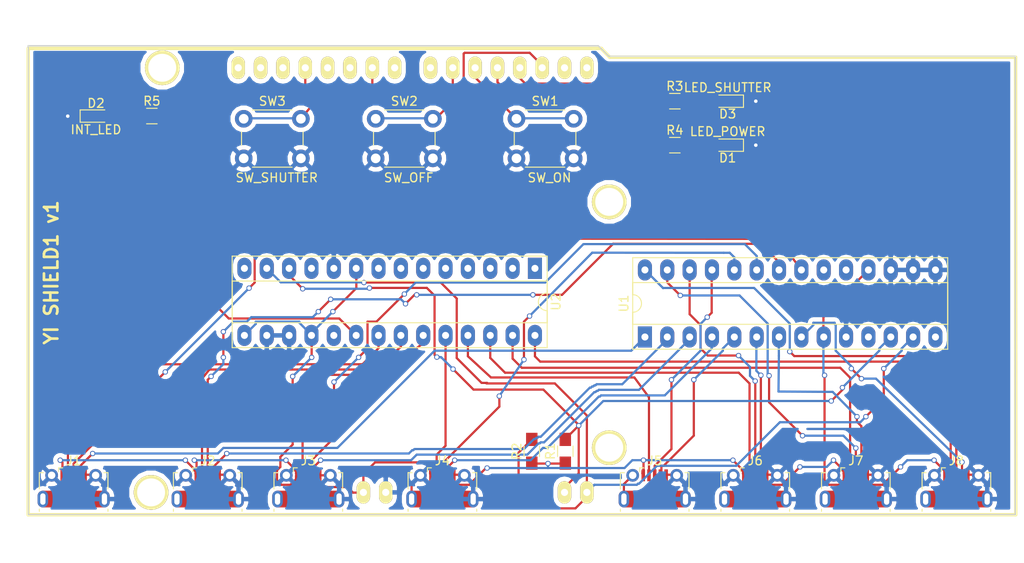
<source format=kicad_pcb>
(kicad_pcb (version 4) (host pcbnew 4.0.7)

  (general
    (links 146)
    (no_connects 0)
    (area 145.3 46.5 261.700001 110.500001)
    (thickness 1.6)
    (drawings 6)
    (tracks 647)
    (zones 0)
    (modules 22)
    (nets 59)
  )

  (page A4)
  (layers
    (0 F.Cu signal)
    (31 B.Cu signal)
    (32 B.Adhes user)
    (33 F.Adhes user)
    (34 B.Paste user)
    (35 F.Paste user)
    (36 B.SilkS user)
    (37 F.SilkS user)
    (38 B.Mask user)
    (39 F.Mask user)
    (40 Dwgs.User user)
    (41 Cmts.User user)
    (42 Eco1.User user)
    (43 Eco2.User user)
    (44 Edge.Cuts user)
    (45 Margin user)
    (46 B.CrtYd user)
    (47 F.CrtYd user)
    (48 B.Fab user)
    (49 F.Fab user)
  )

  (setup
    (last_trace_width 0.25)
    (trace_clearance 0.2)
    (zone_clearance 0.508)
    (zone_45_only no)
    (trace_min 0.2)
    (segment_width 0.2)
    (edge_width 0.15)
    (via_size 0.6)
    (via_drill 0.4)
    (via_min_size 0.4)
    (via_min_drill 0.3)
    (uvia_size 0.3)
    (uvia_drill 0.1)
    (uvias_allowed no)
    (uvia_min_size 0.2)
    (uvia_min_drill 0.1)
    (pcb_text_width 0.3)
    (pcb_text_size 1.5 1.5)
    (mod_edge_width 0.15)
    (mod_text_size 1 1)
    (mod_text_width 0.15)
    (pad_size 1.524 1.524)
    (pad_drill 0.762)
    (pad_to_mask_clearance 0.2)
    (aux_axis_origin 0 0)
    (visible_elements 7FFFFF1F)
    (pcbplotparams
      (layerselection 0x010f0_80000001)
      (usegerberextensions false)
      (excludeedgelayer true)
      (linewidth 0.100000)
      (plotframeref false)
      (viasonmask false)
      (mode 1)
      (useauxorigin false)
      (hpglpennumber 1)
      (hpglpenspeed 20)
      (hpglpendiameter 15)
      (hpglpenoverlay 2)
      (psnegative false)
      (psa4output false)
      (plotreference true)
      (plotvalue true)
      (plotinvisibletext false)
      (padsonsilk false)
      (subtractmaskfromsilk false)
      (outputformat 1)
      (mirror false)
      (drillshape 0)
      (scaleselection 1)
      (outputdirectory Gerber/))
  )

  (net 0 "")
  (net 1 "Net-(D1-Pad2)")
  (net 2 GNDA)
  (net 3 "Net-(D2-Pad2)")
  (net 4 "Net-(D3-Pad2)")
  (net 5 "Net-(J1-Pad2)")
  (net 6 +5V)
  (net 7 "Net-(J1-Pad4)")
  (net 8 "Net-(J1-Pad3)")
  (net 9 "Net-(J2-Pad2)")
  (net 10 "Net-(J2-Pad4)")
  (net 11 "Net-(J2-Pad3)")
  (net 12 "Net-(J3-Pad2)")
  (net 13 "Net-(J3-Pad4)")
  (net 14 "Net-(J3-Pad3)")
  (net 15 "Net-(J4-Pad2)")
  (net 16 "Net-(J4-Pad4)")
  (net 17 "Net-(J4-Pad3)")
  (net 18 "Net-(J5-Pad2)")
  (net 19 "Net-(J5-Pad4)")
  (net 20 "Net-(J5-Pad3)")
  (net 21 "Net-(J6-Pad2)")
  (net 22 "Net-(J6-Pad4)")
  (net 23 "Net-(J6-Pad3)")
  (net 24 "Net-(J7-Pad2)")
  (net 25 "Net-(J7-Pad4)")
  (net 26 "Net-(J7-Pad3)")
  (net 27 "Net-(J8-Pad2)")
  (net 28 "Net-(J8-Pad4)")
  (net 29 "Net-(J8-Pad3)")
  (net 30 "Net-(R1-Pad2)")
  (net 31 "Net-(R2-Pad2)")
  (net 32 "Net-(R3-Pad1)")
  (net 33 "Net-(R4-Pad1)")
  (net 34 "Net-(R5-Pad2)")
  (net 35 "Net-(SHIELD1-Pad0)")
  (net 36 "Net-(SHIELD1-Pad1)")
  (net 37 "Net-(SHIELD1-Pad2)")
  (net 38 "Net-(SHIELD1-Pad5)")
  (net 39 "Net-(SHIELD1-Pad6)")
  (net 40 "Net-(SHIELD1-Pad7)")
  (net 41 "Net-(SHIELD1-Pad8)")
  (net 42 "Net-(SHIELD1-Pad9)")
  (net 43 "Net-(SHIELD1-Pad10)")
  (net 44 "Net-(SHIELD1-Pad11)")
  (net 45 "Net-(SHIELD1-Pad13)")
  (net 46 "Net-(SHIELD1-PadGND3)")
  (net 47 "Net-(SHIELD1-PadAREF)")
  (net 48 "Net-(U1-Pad19)")
  (net 49 "Net-(U1-Pad20)")
  (net 50 "Net-(U2-Pad1)")
  (net 51 "Net-(U2-Pad2)")
  (net 52 "Net-(U2-Pad3)")
  (net 53 "Net-(U2-Pad4)")
  (net 54 "Net-(U2-Pad5)")
  (net 55 "Net-(U2-Pad19)")
  (net 56 "Net-(U2-Pad6)")
  (net 57 "Net-(U2-Pad7)")
  (net 58 "Net-(U2-Pad8)")

  (net_class Default "Ceci est la Netclass par défaut"
    (clearance 0.2)
    (trace_width 0.25)
    (via_dia 0.6)
    (via_drill 0.4)
    (uvia_dia 0.3)
    (uvia_drill 0.1)
    (add_net +5V)
    (add_net GNDA)
    (add_net "Net-(D1-Pad2)")
    (add_net "Net-(D2-Pad2)")
    (add_net "Net-(D3-Pad2)")
    (add_net "Net-(J1-Pad2)")
    (add_net "Net-(J1-Pad3)")
    (add_net "Net-(J1-Pad4)")
    (add_net "Net-(J2-Pad2)")
    (add_net "Net-(J2-Pad3)")
    (add_net "Net-(J2-Pad4)")
    (add_net "Net-(J3-Pad2)")
    (add_net "Net-(J3-Pad3)")
    (add_net "Net-(J3-Pad4)")
    (add_net "Net-(J4-Pad2)")
    (add_net "Net-(J4-Pad3)")
    (add_net "Net-(J4-Pad4)")
    (add_net "Net-(J5-Pad2)")
    (add_net "Net-(J5-Pad3)")
    (add_net "Net-(J5-Pad4)")
    (add_net "Net-(J6-Pad2)")
    (add_net "Net-(J6-Pad3)")
    (add_net "Net-(J6-Pad4)")
    (add_net "Net-(J7-Pad2)")
    (add_net "Net-(J7-Pad3)")
    (add_net "Net-(J7-Pad4)")
    (add_net "Net-(J8-Pad2)")
    (add_net "Net-(J8-Pad3)")
    (add_net "Net-(J8-Pad4)")
    (add_net "Net-(R1-Pad2)")
    (add_net "Net-(R2-Pad2)")
    (add_net "Net-(R3-Pad1)")
    (add_net "Net-(R4-Pad1)")
    (add_net "Net-(R5-Pad2)")
    (add_net "Net-(SHIELD1-Pad0)")
    (add_net "Net-(SHIELD1-Pad1)")
    (add_net "Net-(SHIELD1-Pad10)")
    (add_net "Net-(SHIELD1-Pad11)")
    (add_net "Net-(SHIELD1-Pad13)")
    (add_net "Net-(SHIELD1-Pad2)")
    (add_net "Net-(SHIELD1-Pad5)")
    (add_net "Net-(SHIELD1-Pad6)")
    (add_net "Net-(SHIELD1-Pad7)")
    (add_net "Net-(SHIELD1-Pad8)")
    (add_net "Net-(SHIELD1-Pad9)")
    (add_net "Net-(SHIELD1-PadAREF)")
    (add_net "Net-(SHIELD1-PadGND3)")
    (add_net "Net-(U1-Pad19)")
    (add_net "Net-(U1-Pad20)")
    (add_net "Net-(U2-Pad1)")
    (add_net "Net-(U2-Pad19)")
    (add_net "Net-(U2-Pad2)")
    (add_net "Net-(U2-Pad3)")
    (add_net "Net-(U2-Pad4)")
    (add_net "Net-(U2-Pad5)")
    (add_net "Net-(U2-Pad6)")
    (add_net "Net-(U2-Pad7)")
    (add_net "Net-(U2-Pad8)")
  )

  (module arduino_shields:ARDUINO_SHIELD (layer F.Cu) (tedit 595E8D57) (tstamp 595CFF94)
    (at 148.5011 105.0036)
    (path /59538586)
    (fp_text reference "YI SHIELD1 v1" (at 2.6289 -27.5336 90) (layer F.SilkS)
      (effects (font (thickness 0.3048)))
    )
    (fp_text value ARDUINO_SHIELD (at 10.16 -54.61) (layer F.SilkS) hide
      (effects (font (thickness 0.3048)))
    )
    (fp_line (start 65.125 -53) (end 66.1 -52) (layer F.SilkS) (width 0.381))
    (fp_line (start 66.1 -52) (end 112.225 -52) (layer F.SilkS) (width 0.381))
    (fp_line (start 112.225 -52) (end 112.25 0) (layer F.SilkS) (width 0.381))
    (fp_line (start 65.175 -53) (end 0 -53) (layer F.SilkS) (width 0.381))
    (fp_line (start 112.2 0) (end 0 0) (layer F.SilkS) (width 0.381))
    (fp_line (start 0 0) (end 0 -53) (layer F.SilkS) (width 0.381))
    (pad AD5 thru_hole oval (at 63.5 -2.54 90) (size 2.54 1.524) (drill 0.8128) (layers *.Cu *.Mask F.SilkS)
      (net 31 "Net-(R2-Pad2)"))
    (pad AD4 thru_hole oval (at 60.96 -2.54 90) (size 2.54 1.524) (drill 0.8128) (layers *.Cu *.Mask F.SilkS)
      (net 30 "Net-(R1-Pad2)"))
    (pad GND1 thru_hole oval (at 40.64 -2.54 90) (size 2.54 1.524) (drill 0.8128) (layers *.Cu *.Mask F.SilkS)
      (net 2 GNDA))
    (pad 0 thru_hole oval (at 63.5 -50.8 90) (size 2.54 1.524) (drill 0.8128) (layers *.Cu *.Mask F.SilkS)
      (net 35 "Net-(SHIELD1-Pad0)"))
    (pad 1 thru_hole oval (at 60.96 -50.8 90) (size 2.54 1.524) (drill 0.8128) (layers *.Cu *.Mask F.SilkS)
      (net 36 "Net-(SHIELD1-Pad1)"))
    (pad 2 thru_hole oval (at 58.42 -50.8 90) (size 2.54 1.524) (drill 0.8128) (layers *.Cu *.Mask F.SilkS)
      (net 37 "Net-(SHIELD1-Pad2)"))
    (pad 3 thru_hole oval (at 55.88 -50.8 90) (size 2.54 1.524) (drill 0.8128) (layers *.Cu *.Mask F.SilkS)
      (net 32 "Net-(R3-Pad1)"))
    (pad 4 thru_hole oval (at 53.34 -50.8 90) (size 2.54 1.524) (drill 0.8128) (layers *.Cu *.Mask F.SilkS)
      (net 33 "Net-(R4-Pad1)"))
    (pad 5 thru_hole oval (at 50.8 -50.8 90) (size 2.54 1.524) (drill 0.8128) (layers *.Cu *.Mask F.SilkS)
      (net 38 "Net-(SHIELD1-Pad5)"))
    (pad 6 thru_hole oval (at 48.26 -50.8 90) (size 2.54 1.524) (drill 0.8128) (layers *.Cu *.Mask F.SilkS)
      (net 39 "Net-(SHIELD1-Pad6)"))
    (pad 7 thru_hole oval (at 45.72 -50.8 90) (size 2.54 1.524) (drill 0.8128) (layers *.Cu *.Mask F.SilkS)
      (net 40 "Net-(SHIELD1-Pad7)"))
    (pad 8 thru_hole oval (at 41.656 -50.8 90) (size 2.54 1.524) (drill 0.8128) (layers *.Cu *.Mask F.SilkS)
      (net 41 "Net-(SHIELD1-Pad8)"))
    (pad 9 thru_hole oval (at 39.116 -50.8 90) (size 2.54 1.524) (drill 0.8128) (layers *.Cu *.Mask F.SilkS)
      (net 42 "Net-(SHIELD1-Pad9)"))
    (pad 10 thru_hole oval (at 36.576 -50.8 90) (size 2.54 1.524) (drill 0.8128) (layers *.Cu *.Mask F.SilkS)
      (net 43 "Net-(SHIELD1-Pad10)"))
    (pad 11 thru_hole oval (at 34.036 -50.8 90) (size 2.54 1.524) (drill 0.8128) (layers *.Cu *.Mask F.SilkS)
      (net 44 "Net-(SHIELD1-Pad11)"))
    (pad 12 thru_hole oval (at 31.496 -50.8 90) (size 2.54 1.524) (drill 0.8128) (layers *.Cu *.Mask F.SilkS)
      (net 34 "Net-(R5-Pad2)"))
    (pad 13 thru_hole oval (at 28.956 -50.8 90) (size 2.54 1.524) (drill 0.8128) (layers *.Cu *.Mask F.SilkS)
      (net 45 "Net-(SHIELD1-Pad13)"))
    (pad GND3 thru_hole oval (at 26.416 -50.8 90) (size 2.54 1.524) (drill 0.8128) (layers *.Cu *.Mask F.SilkS)
      (net 46 "Net-(SHIELD1-PadGND3)"))
    (pad AREF thru_hole oval (at 23.876 -50.8 90) (size 2.54 1.524) (drill 0.8128) (layers *.Cu *.Mask F.SilkS)
      (net 47 "Net-(SHIELD1-PadAREF)"))
    (pad 5V thru_hole oval (at 38.1 -2.54 90) (size 2.54 1.524) (drill 0.8128) (layers *.Cu *.Mask F.SilkS)
      (net 6 +5V))
    (pad "" thru_hole circle (at 66.04 -7.62 90) (size 3.937 3.937) (drill 3.175) (layers *.Cu *.Mask F.SilkS))
    (pad "" thru_hole circle (at 66.04 -35.56 90) (size 3.937 3.937) (drill 3.175) (layers *.Cu *.Mask F.SilkS))
    (pad "" thru_hole circle (at 15.24 -50.8 90) (size 3.937 3.937) (drill 3.175) (layers *.Cu *.Mask F.SilkS))
    (pad "" thru_hole circle (at 13.97 -2.54 90) (size 3.937 3.937) (drill 3.175) (layers *.Cu *.Mask F.SilkS))
  )

  (module LEDs:LED_0805 (layer F.Cu) (tedit 595E60E8) (tstamp 595CFEBE)
    (at 228 63 180)
    (descr "LED 0805 smd package")
    (tags "LED led 0805 SMD smd SMT smt smdled SMDLED smtled SMTLED")
    (path /595C3D5A)
    (attr smd)
    (fp_text reference D1 (at 0 -1.45 180) (layer F.SilkS)
      (effects (font (size 1 1) (thickness 0.15)))
    )
    (fp_text value LED_POWER (at 0 1.55 180) (layer F.SilkS)
      (effects (font (size 1 1) (thickness 0.15)))
    )
    (fp_line (start -1.8 -0.7) (end -1.8 0.7) (layer F.SilkS) (width 0.12))
    (fp_line (start -0.4 -0.4) (end -0.4 0.4) (layer F.Fab) (width 0.1))
    (fp_line (start -0.4 0) (end 0.2 -0.4) (layer F.Fab) (width 0.1))
    (fp_line (start 0.2 0.4) (end -0.4 0) (layer F.Fab) (width 0.1))
    (fp_line (start 0.2 -0.4) (end 0.2 0.4) (layer F.Fab) (width 0.1))
    (fp_line (start 1 0.6) (end -1 0.6) (layer F.Fab) (width 0.1))
    (fp_line (start 1 -0.6) (end 1 0.6) (layer F.Fab) (width 0.1))
    (fp_line (start -1 -0.6) (end 1 -0.6) (layer F.Fab) (width 0.1))
    (fp_line (start -1 0.6) (end -1 -0.6) (layer F.Fab) (width 0.1))
    (fp_line (start -1.8 0.7) (end 1 0.7) (layer F.SilkS) (width 0.12))
    (fp_line (start -1.8 -0.7) (end 1 -0.7) (layer F.SilkS) (width 0.12))
    (fp_line (start 1.95 -0.85) (end 1.95 0.85) (layer F.CrtYd) (width 0.05))
    (fp_line (start 1.95 0.85) (end -1.95 0.85) (layer F.CrtYd) (width 0.05))
    (fp_line (start -1.95 0.85) (end -1.95 -0.85) (layer F.CrtYd) (width 0.05))
    (fp_line (start -1.95 -0.85) (end 1.95 -0.85) (layer F.CrtYd) (width 0.05))
    (pad 2 smd rect (at 1.1 0) (size 1.2 1.2) (layers F.Cu F.Paste F.Mask)
      (net 1 "Net-(D1-Pad2)"))
    (pad 1 smd rect (at -1.1 0) (size 1.2 1.2) (layers F.Cu F.Paste F.Mask)
      (net 2 GNDA))
    (model LEDs.3dshapes/LED_0805.wrl
      (at (xyz 0 0 0))
      (scale (xyz 1 1 1))
      (rotate (xyz 0 0 180))
    )
  )

  (module LEDs:LED_0805 (layer F.Cu) (tedit 595E60FF) (tstamp 595CFEC4)
    (at 156.21 59.69)
    (descr "LED 0805 smd package")
    (tags "LED led 0805 SMD smd SMT smt smdled SMDLED smtled SMTLED")
    (path /595CFB57)
    (attr smd)
    (fp_text reference D2 (at 0 -1.45) (layer F.SilkS)
      (effects (font (size 1 1) (thickness 0.15)))
    )
    (fp_text value INT_LED (at 0 1.55) (layer F.SilkS)
      (effects (font (size 1 1) (thickness 0.15)))
    )
    (fp_line (start -1.8 -0.7) (end -1.8 0.7) (layer F.SilkS) (width 0.12))
    (fp_line (start -0.4 -0.4) (end -0.4 0.4) (layer F.Fab) (width 0.1))
    (fp_line (start -0.4 0) (end 0.2 -0.4) (layer F.Fab) (width 0.1))
    (fp_line (start 0.2 0.4) (end -0.4 0) (layer F.Fab) (width 0.1))
    (fp_line (start 0.2 -0.4) (end 0.2 0.4) (layer F.Fab) (width 0.1))
    (fp_line (start 1 0.6) (end -1 0.6) (layer F.Fab) (width 0.1))
    (fp_line (start 1 -0.6) (end 1 0.6) (layer F.Fab) (width 0.1))
    (fp_line (start -1 -0.6) (end 1 -0.6) (layer F.Fab) (width 0.1))
    (fp_line (start -1 0.6) (end -1 -0.6) (layer F.Fab) (width 0.1))
    (fp_line (start -1.8 0.7) (end 1 0.7) (layer F.SilkS) (width 0.12))
    (fp_line (start -1.8 -0.7) (end 1 -0.7) (layer F.SilkS) (width 0.12))
    (fp_line (start 1.95 -0.85) (end 1.95 0.85) (layer F.CrtYd) (width 0.05))
    (fp_line (start 1.95 0.85) (end -1.95 0.85) (layer F.CrtYd) (width 0.05))
    (fp_line (start -1.95 0.85) (end -1.95 -0.85) (layer F.CrtYd) (width 0.05))
    (fp_line (start -1.95 -0.85) (end 1.95 -0.85) (layer F.CrtYd) (width 0.05))
    (pad 2 smd rect (at 1.1 0 180) (size 1.2 1.2) (layers F.Cu F.Paste F.Mask)
      (net 3 "Net-(D2-Pad2)"))
    (pad 1 smd rect (at -1.1 0 180) (size 1.2 1.2) (layers F.Cu F.Paste F.Mask)
      (net 2 GNDA))
    (model LEDs.3dshapes/LED_0805.wrl
      (at (xyz 0 0 0))
      (scale (xyz 1 1 1))
      (rotate (xyz 0 0 180))
    )
  )

  (module LEDs:LED_0805 (layer F.Cu) (tedit 595E60F4) (tstamp 595CFECA)
    (at 228 58 180)
    (descr "LED 0805 smd package")
    (tags "LED led 0805 SMD smd SMT smt smdled SMDLED smtled SMTLED")
    (path /595C3310)
    (attr smd)
    (fp_text reference D3 (at 0 -1.45 180) (layer F.SilkS)
      (effects (font (size 1 1) (thickness 0.15)))
    )
    (fp_text value LED_SHUTTER (at 0 1.55 180) (layer F.SilkS)
      (effects (font (size 1 1) (thickness 0.15)))
    )
    (fp_line (start -1.8 -0.7) (end -1.8 0.7) (layer F.SilkS) (width 0.12))
    (fp_line (start -0.4 -0.4) (end -0.4 0.4) (layer F.Fab) (width 0.1))
    (fp_line (start -0.4 0) (end 0.2 -0.4) (layer F.Fab) (width 0.1))
    (fp_line (start 0.2 0.4) (end -0.4 0) (layer F.Fab) (width 0.1))
    (fp_line (start 0.2 -0.4) (end 0.2 0.4) (layer F.Fab) (width 0.1))
    (fp_line (start 1 0.6) (end -1 0.6) (layer F.Fab) (width 0.1))
    (fp_line (start 1 -0.6) (end 1 0.6) (layer F.Fab) (width 0.1))
    (fp_line (start -1 -0.6) (end 1 -0.6) (layer F.Fab) (width 0.1))
    (fp_line (start -1 0.6) (end -1 -0.6) (layer F.Fab) (width 0.1))
    (fp_line (start -1.8 0.7) (end 1 0.7) (layer F.SilkS) (width 0.12))
    (fp_line (start -1.8 -0.7) (end 1 -0.7) (layer F.SilkS) (width 0.12))
    (fp_line (start 1.95 -0.85) (end 1.95 0.85) (layer F.CrtYd) (width 0.05))
    (fp_line (start 1.95 0.85) (end -1.95 0.85) (layer F.CrtYd) (width 0.05))
    (fp_line (start -1.95 0.85) (end -1.95 -0.85) (layer F.CrtYd) (width 0.05))
    (fp_line (start -1.95 -0.85) (end 1.95 -0.85) (layer F.CrtYd) (width 0.05))
    (pad 2 smd rect (at 1.1 0) (size 1.2 1.2) (layers F.Cu F.Paste F.Mask)
      (net 4 "Net-(D3-Pad2)"))
    (pad 1 smd rect (at -1.1 0) (size 1.2 1.2) (layers F.Cu F.Paste F.Mask)
      (net 2 GNDA))
    (model LEDs.3dshapes/LED_0805.wrl
      (at (xyz 0 0 0))
      (scale (xyz 1 1 1))
      (rotate (xyz 0 0 180))
    )
  )

  (module Connectors_USB:USB_Micro-B_Molex-105017-0001 (layer F.Cu) (tedit 58CABFA8) (tstamp 595CFEDB)
    (at 153.67 102.87)
    (descr http://www.molex.com/pdm_docs/sd/1050170001_sd.pdf)
    (tags "Micro-USB SMD Typ-B")
    (path /59538264)
    (attr smd)
    (fp_text reference J1 (at 0 -4) (layer F.SilkS)
      (effects (font (size 1 1) (thickness 0.15)))
    )
    (fp_text value USB_OTG (at 0.3 3.45) (layer F.Fab)
      (effects (font (size 1 1) (thickness 0.15)))
    )
    (fp_line (start -4.4 2.75) (end 4.4 2.75) (layer F.CrtYd) (width 0.05))
    (fp_line (start 4.4 -3.35) (end 4.4 2.75) (layer F.CrtYd) (width 0.05))
    (fp_line (start -4.4 -3.35) (end 4.4 -3.35) (layer F.CrtYd) (width 0.05))
    (fp_line (start -4.4 2.75) (end -4.4 -3.35) (layer F.CrtYd) (width 0.05))
    (fp_text user "PCB Edge" (at 0 1.8) (layer Dwgs.User)
      (effects (font (size 0.5 0.5) (thickness 0.08)))
    )
    (fp_line (start -3.9 -2.65) (end -3.45 -2.65) (layer F.SilkS) (width 0.12))
    (fp_line (start -3.9 -0.8) (end -3.9 -2.65) (layer F.SilkS) (width 0.12))
    (fp_line (start 3.9 1.75) (end 3.9 1.5) (layer F.SilkS) (width 0.12))
    (fp_line (start 3.75 2.5) (end 3.75 -2.5) (layer F.Fab) (width 0.1))
    (fp_line (start -3 1.801704) (end 3 1.801704) (layer F.Fab) (width 0.1))
    (fp_line (start -3.75 2.501704) (end 3.75 2.501704) (layer F.Fab) (width 0.1))
    (fp_line (start -3.75 -2.5) (end 3.75 -2.5) (layer F.Fab) (width 0.1))
    (fp_line (start -3.75 2.5) (end -3.75 -2.5) (layer F.Fab) (width 0.1))
    (fp_line (start -3.9 1.75) (end -3.9 1.5) (layer F.SilkS) (width 0.12))
    (fp_line (start 3.9 -0.8) (end 3.9 -2.65) (layer F.SilkS) (width 0.12))
    (fp_line (start 3.9 -2.65) (end 3.45 -2.65) (layer F.SilkS) (width 0.12))
    (fp_text user %R (at 0 0) (layer F.Fab)
      (effects (font (size 1 1) (thickness 0.15)))
    )
    (fp_line (start -1.7 -3.2) (end -1.25 -3.2) (layer F.SilkS) (width 0.12))
    (fp_line (start -1.7 -3.2) (end -1.7 -2.75) (layer F.SilkS) (width 0.12))
    (fp_line (start -1.3 -2.6) (end -1.5 -2.8) (layer F.Fab) (width 0.1))
    (fp_line (start -1.1 -2.8) (end -1.3 -2.6) (layer F.Fab) (width 0.1))
    (fp_line (start -1.5 -3.01) (end -1.1 -3.01) (layer F.Fab) (width 0.1))
    (fp_line (start -1.5 -3.01) (end -1.5 -2.8) (layer F.Fab) (width 0.1))
    (fp_line (start -1.1 -3.01) (end -1.1 -2.8) (layer F.Fab) (width 0.1))
    (pad 6 smd rect (at 1 0.35) (size 1.5 1.9) (layers F.Cu F.Paste F.Mask)
      (net 2 GNDA))
    (pad 6 thru_hole circle (at -2.5 -2.35) (size 1.45 1.45) (drill 0.85) (layers *.Cu *.Mask)
      (net 2 GNDA))
    (pad 2 smd rect (at -0.65 -2.35) (size 0.4 1.35) (layers F.Cu F.Paste F.Mask)
      (net 5 "Net-(J1-Pad2)"))
    (pad 1 smd rect (at -1.3 -2.35) (size 0.4 1.35) (layers F.Cu F.Paste F.Mask)
      (net 6 +5V))
    (pad 5 smd rect (at 1.3 -2.35) (size 0.4 1.35) (layers F.Cu F.Paste F.Mask)
      (net 2 GNDA))
    (pad 4 smd rect (at 0.65 -2.35) (size 0.4 1.35) (layers F.Cu F.Paste F.Mask)
      (net 7 "Net-(J1-Pad4)"))
    (pad 3 smd rect (at 0 -2.35) (size 0.4 1.35) (layers F.Cu F.Paste F.Mask)
      (net 8 "Net-(J1-Pad3)"))
    (pad 6 thru_hole circle (at 2.5 -2.35) (size 1.45 1.45) (drill 0.85) (layers *.Cu *.Mask)
      (net 2 GNDA))
    (pad 6 smd rect (at -1 0.35) (size 1.5 1.9) (layers F.Cu F.Paste F.Mask)
      (net 2 GNDA))
    (pad 6 thru_hole oval (at -3.5 0.35 180) (size 1.2 1.9) (drill oval 0.6 1.3) (layers *.Cu *.Mask)
      (net 2 GNDA) (zone_connect 0))
    (pad 6 thru_hole oval (at 3.5 0.35) (size 1.2 1.9) (drill oval 0.6 1.3) (layers *.Cu *.Mask)
      (net 2 GNDA))
    (pad 6 smd rect (at 2.9 0.35) (size 1.2 1.9) (layers F.Cu F.Mask)
      (net 2 GNDA))
    (pad 6 smd rect (at -2.9 0.35) (size 1.2 1.9) (layers F.Cu F.Mask)
      (net 2 GNDA))
    (model ${KISYS3DMOD}/Connectors_USB.3dshapes/USB_Micro-B_Molex-105017-0001.wrl
      (at (xyz 0 0 0))
      (scale (xyz 1 1 1))
      (rotate (xyz 0 0 0))
    )
    (model "C:/Users/Casawave/Documents/Kicad/Yi remote/shapes3D/Molex_Micro_USB_105017-0001.wrl"
      (at (xyz 0 0 0))
      (scale (xyz 1 1 1))
      (rotate (xyz 0 0 0))
    )
  )

  (module Connectors_USB:USB_Micro-B_Molex-105017-0001 (layer F.Cu) (tedit 58CABFA8) (tstamp 595CFEEC)
    (at 168.91 102.87)
    (descr http://www.molex.com/pdm_docs/sd/1050170001_sd.pdf)
    (tags "Micro-USB SMD Typ-B")
    (path /5953805F)
    (attr smd)
    (fp_text reference J2 (at 0 -4) (layer F.SilkS)
      (effects (font (size 1 1) (thickness 0.15)))
    )
    (fp_text value USB_OTG (at 0.3 3.45) (layer F.Fab)
      (effects (font (size 1 1) (thickness 0.15)))
    )
    (fp_line (start -4.4 2.75) (end 4.4 2.75) (layer F.CrtYd) (width 0.05))
    (fp_line (start 4.4 -3.35) (end 4.4 2.75) (layer F.CrtYd) (width 0.05))
    (fp_line (start -4.4 -3.35) (end 4.4 -3.35) (layer F.CrtYd) (width 0.05))
    (fp_line (start -4.4 2.75) (end -4.4 -3.35) (layer F.CrtYd) (width 0.05))
    (fp_text user "PCB Edge" (at 0 1.8) (layer Dwgs.User)
      (effects (font (size 0.5 0.5) (thickness 0.08)))
    )
    (fp_line (start -3.9 -2.65) (end -3.45 -2.65) (layer F.SilkS) (width 0.12))
    (fp_line (start -3.9 -0.8) (end -3.9 -2.65) (layer F.SilkS) (width 0.12))
    (fp_line (start 3.9 1.75) (end 3.9 1.5) (layer F.SilkS) (width 0.12))
    (fp_line (start 3.75 2.5) (end 3.75 -2.5) (layer F.Fab) (width 0.1))
    (fp_line (start -3 1.801704) (end 3 1.801704) (layer F.Fab) (width 0.1))
    (fp_line (start -3.75 2.501704) (end 3.75 2.501704) (layer F.Fab) (width 0.1))
    (fp_line (start -3.75 -2.5) (end 3.75 -2.5) (layer F.Fab) (width 0.1))
    (fp_line (start -3.75 2.5) (end -3.75 -2.5) (layer F.Fab) (width 0.1))
    (fp_line (start -3.9 1.75) (end -3.9 1.5) (layer F.SilkS) (width 0.12))
    (fp_line (start 3.9 -0.8) (end 3.9 -2.65) (layer F.SilkS) (width 0.12))
    (fp_line (start 3.9 -2.65) (end 3.45 -2.65) (layer F.SilkS) (width 0.12))
    (fp_text user %R (at 0 0) (layer F.Fab)
      (effects (font (size 1 1) (thickness 0.15)))
    )
    (fp_line (start -1.7 -3.2) (end -1.25 -3.2) (layer F.SilkS) (width 0.12))
    (fp_line (start -1.7 -3.2) (end -1.7 -2.75) (layer F.SilkS) (width 0.12))
    (fp_line (start -1.3 -2.6) (end -1.5 -2.8) (layer F.Fab) (width 0.1))
    (fp_line (start -1.1 -2.8) (end -1.3 -2.6) (layer F.Fab) (width 0.1))
    (fp_line (start -1.5 -3.01) (end -1.1 -3.01) (layer F.Fab) (width 0.1))
    (fp_line (start -1.5 -3.01) (end -1.5 -2.8) (layer F.Fab) (width 0.1))
    (fp_line (start -1.1 -3.01) (end -1.1 -2.8) (layer F.Fab) (width 0.1))
    (pad 6 smd rect (at 1 0.35) (size 1.5 1.9) (layers F.Cu F.Paste F.Mask)
      (net 2 GNDA))
    (pad 6 thru_hole circle (at -2.5 -2.35) (size 1.45 1.45) (drill 0.85) (layers *.Cu *.Mask)
      (net 2 GNDA))
    (pad 2 smd rect (at -0.65 -2.35) (size 0.4 1.35) (layers F.Cu F.Paste F.Mask)
      (net 9 "Net-(J2-Pad2)"))
    (pad 1 smd rect (at -1.3 -2.35) (size 0.4 1.35) (layers F.Cu F.Paste F.Mask)
      (net 6 +5V))
    (pad 5 smd rect (at 1.3 -2.35) (size 0.4 1.35) (layers F.Cu F.Paste F.Mask)
      (net 2 GNDA))
    (pad 4 smd rect (at 0.65 -2.35) (size 0.4 1.35) (layers F.Cu F.Paste F.Mask)
      (net 10 "Net-(J2-Pad4)"))
    (pad 3 smd rect (at 0 -2.35) (size 0.4 1.35) (layers F.Cu F.Paste F.Mask)
      (net 11 "Net-(J2-Pad3)"))
    (pad 6 thru_hole circle (at 2.5 -2.35) (size 1.45 1.45) (drill 0.85) (layers *.Cu *.Mask)
      (net 2 GNDA))
    (pad 6 smd rect (at -1 0.35) (size 1.5 1.9) (layers F.Cu F.Paste F.Mask)
      (net 2 GNDA))
    (pad 6 thru_hole oval (at -3.5 0.35 180) (size 1.2 1.9) (drill oval 0.6 1.3) (layers *.Cu *.Mask)
      (net 2 GNDA) (zone_connect 0))
    (pad 6 thru_hole oval (at 3.5 0.35) (size 1.2 1.9) (drill oval 0.6 1.3) (layers *.Cu *.Mask)
      (net 2 GNDA))
    (pad 6 smd rect (at 2.9 0.35) (size 1.2 1.9) (layers F.Cu F.Mask)
      (net 2 GNDA))
    (pad 6 smd rect (at -2.9 0.35) (size 1.2 1.9) (layers F.Cu F.Mask)
      (net 2 GNDA))
    (model ${KISYS3DMOD}/Connectors_USB.3dshapes/USB_Micro-B_Molex-105017-0001.wrl
      (at (xyz 0 0 0))
      (scale (xyz 1 1 1))
      (rotate (xyz 0 0 0))
    )
  )

  (module Connectors_USB:USB_Micro-B_Molex-105017-0001 (layer F.Cu) (tedit 58CABFA8) (tstamp 595CFEFD)
    (at 180.34 102.87)
    (descr http://www.molex.com/pdm_docs/sd/1050170001_sd.pdf)
    (tags "Micro-USB SMD Typ-B")
    (path /595380EA)
    (attr smd)
    (fp_text reference J3 (at 0 -4) (layer F.SilkS)
      (effects (font (size 1 1) (thickness 0.15)))
    )
    (fp_text value USB_OTG (at 0.3 3.45) (layer F.Fab)
      (effects (font (size 1 1) (thickness 0.15)))
    )
    (fp_line (start -4.4 2.75) (end 4.4 2.75) (layer F.CrtYd) (width 0.05))
    (fp_line (start 4.4 -3.35) (end 4.4 2.75) (layer F.CrtYd) (width 0.05))
    (fp_line (start -4.4 -3.35) (end 4.4 -3.35) (layer F.CrtYd) (width 0.05))
    (fp_line (start -4.4 2.75) (end -4.4 -3.35) (layer F.CrtYd) (width 0.05))
    (fp_text user "PCB Edge" (at 0 1.8) (layer Dwgs.User)
      (effects (font (size 0.5 0.5) (thickness 0.08)))
    )
    (fp_line (start -3.9 -2.65) (end -3.45 -2.65) (layer F.SilkS) (width 0.12))
    (fp_line (start -3.9 -0.8) (end -3.9 -2.65) (layer F.SilkS) (width 0.12))
    (fp_line (start 3.9 1.75) (end 3.9 1.5) (layer F.SilkS) (width 0.12))
    (fp_line (start 3.75 2.5) (end 3.75 -2.5) (layer F.Fab) (width 0.1))
    (fp_line (start -3 1.801704) (end 3 1.801704) (layer F.Fab) (width 0.1))
    (fp_line (start -3.75 2.501704) (end 3.75 2.501704) (layer F.Fab) (width 0.1))
    (fp_line (start -3.75 -2.5) (end 3.75 -2.5) (layer F.Fab) (width 0.1))
    (fp_line (start -3.75 2.5) (end -3.75 -2.5) (layer F.Fab) (width 0.1))
    (fp_line (start -3.9 1.75) (end -3.9 1.5) (layer F.SilkS) (width 0.12))
    (fp_line (start 3.9 -0.8) (end 3.9 -2.65) (layer F.SilkS) (width 0.12))
    (fp_line (start 3.9 -2.65) (end 3.45 -2.65) (layer F.SilkS) (width 0.12))
    (fp_text user %R (at 0 0) (layer F.Fab)
      (effects (font (size 1 1) (thickness 0.15)))
    )
    (fp_line (start -1.7 -3.2) (end -1.25 -3.2) (layer F.SilkS) (width 0.12))
    (fp_line (start -1.7 -3.2) (end -1.7 -2.75) (layer F.SilkS) (width 0.12))
    (fp_line (start -1.3 -2.6) (end -1.5 -2.8) (layer F.Fab) (width 0.1))
    (fp_line (start -1.1 -2.8) (end -1.3 -2.6) (layer F.Fab) (width 0.1))
    (fp_line (start -1.5 -3.01) (end -1.1 -3.01) (layer F.Fab) (width 0.1))
    (fp_line (start -1.5 -3.01) (end -1.5 -2.8) (layer F.Fab) (width 0.1))
    (fp_line (start -1.1 -3.01) (end -1.1 -2.8) (layer F.Fab) (width 0.1))
    (pad 6 smd rect (at 1 0.35) (size 1.5 1.9) (layers F.Cu F.Paste F.Mask)
      (net 2 GNDA))
    (pad 6 thru_hole circle (at -2.5 -2.35) (size 1.45 1.45) (drill 0.85) (layers *.Cu *.Mask)
      (net 2 GNDA))
    (pad 2 smd rect (at -0.65 -2.35) (size 0.4 1.35) (layers F.Cu F.Paste F.Mask)
      (net 12 "Net-(J3-Pad2)"))
    (pad 1 smd rect (at -1.3 -2.35) (size 0.4 1.35) (layers F.Cu F.Paste F.Mask)
      (net 6 +5V))
    (pad 5 smd rect (at 1.3 -2.35) (size 0.4 1.35) (layers F.Cu F.Paste F.Mask)
      (net 2 GNDA))
    (pad 4 smd rect (at 0.65 -2.35) (size 0.4 1.35) (layers F.Cu F.Paste F.Mask)
      (net 13 "Net-(J3-Pad4)"))
    (pad 3 smd rect (at 0 -2.35) (size 0.4 1.35) (layers F.Cu F.Paste F.Mask)
      (net 14 "Net-(J3-Pad3)"))
    (pad 6 thru_hole circle (at 2.5 -2.35) (size 1.45 1.45) (drill 0.85) (layers *.Cu *.Mask)
      (net 2 GNDA))
    (pad 6 smd rect (at -1 0.35) (size 1.5 1.9) (layers F.Cu F.Paste F.Mask)
      (net 2 GNDA))
    (pad 6 thru_hole oval (at -3.5 0.35 180) (size 1.2 1.9) (drill oval 0.6 1.3) (layers *.Cu *.Mask)
      (net 2 GNDA) (zone_connect 0))
    (pad 6 thru_hole oval (at 3.5 0.35) (size 1.2 1.9) (drill oval 0.6 1.3) (layers *.Cu *.Mask)
      (net 2 GNDA))
    (pad 6 smd rect (at 2.9 0.35) (size 1.2 1.9) (layers F.Cu F.Mask)
      (net 2 GNDA))
    (pad 6 smd rect (at -2.9 0.35) (size 1.2 1.9) (layers F.Cu F.Mask)
      (net 2 GNDA))
    (model ${KISYS3DMOD}/Connectors_USB.3dshapes/USB_Micro-B_Molex-105017-0001.wrl
      (at (xyz 0 0 0))
      (scale (xyz 1 1 1))
      (rotate (xyz 0 0 0))
    )
  )

  (module Connectors_USB:USB_Micro-B_Molex-105017-0001 (layer F.Cu) (tedit 58CABFA8) (tstamp 595CFF0E)
    (at 195.58 102.87)
    (descr http://www.molex.com/pdm_docs/sd/1050170001_sd.pdf)
    (tags "Micro-USB SMD Typ-B")
    (path /59538107)
    (attr smd)
    (fp_text reference J4 (at 0 -4) (layer F.SilkS)
      (effects (font (size 1 1) (thickness 0.15)))
    )
    (fp_text value USB_OTG (at 0.3 3.45) (layer F.Fab)
      (effects (font (size 1 1) (thickness 0.15)))
    )
    (fp_line (start -4.4 2.75) (end 4.4 2.75) (layer F.CrtYd) (width 0.05))
    (fp_line (start 4.4 -3.35) (end 4.4 2.75) (layer F.CrtYd) (width 0.05))
    (fp_line (start -4.4 -3.35) (end 4.4 -3.35) (layer F.CrtYd) (width 0.05))
    (fp_line (start -4.4 2.75) (end -4.4 -3.35) (layer F.CrtYd) (width 0.05))
    (fp_text user "PCB Edge" (at 0 1.8) (layer Dwgs.User)
      (effects (font (size 0.5 0.5) (thickness 0.08)))
    )
    (fp_line (start -3.9 -2.65) (end -3.45 -2.65) (layer F.SilkS) (width 0.12))
    (fp_line (start -3.9 -0.8) (end -3.9 -2.65) (layer F.SilkS) (width 0.12))
    (fp_line (start 3.9 1.75) (end 3.9 1.5) (layer F.SilkS) (width 0.12))
    (fp_line (start 3.75 2.5) (end 3.75 -2.5) (layer F.Fab) (width 0.1))
    (fp_line (start -3 1.801704) (end 3 1.801704) (layer F.Fab) (width 0.1))
    (fp_line (start -3.75 2.501704) (end 3.75 2.501704) (layer F.Fab) (width 0.1))
    (fp_line (start -3.75 -2.5) (end 3.75 -2.5) (layer F.Fab) (width 0.1))
    (fp_line (start -3.75 2.5) (end -3.75 -2.5) (layer F.Fab) (width 0.1))
    (fp_line (start -3.9 1.75) (end -3.9 1.5) (layer F.SilkS) (width 0.12))
    (fp_line (start 3.9 -0.8) (end 3.9 -2.65) (layer F.SilkS) (width 0.12))
    (fp_line (start 3.9 -2.65) (end 3.45 -2.65) (layer F.SilkS) (width 0.12))
    (fp_text user %R (at 0 0) (layer F.Fab)
      (effects (font (size 1 1) (thickness 0.15)))
    )
    (fp_line (start -1.7 -3.2) (end -1.25 -3.2) (layer F.SilkS) (width 0.12))
    (fp_line (start -1.7 -3.2) (end -1.7 -2.75) (layer F.SilkS) (width 0.12))
    (fp_line (start -1.3 -2.6) (end -1.5 -2.8) (layer F.Fab) (width 0.1))
    (fp_line (start -1.1 -2.8) (end -1.3 -2.6) (layer F.Fab) (width 0.1))
    (fp_line (start -1.5 -3.01) (end -1.1 -3.01) (layer F.Fab) (width 0.1))
    (fp_line (start -1.5 -3.01) (end -1.5 -2.8) (layer F.Fab) (width 0.1))
    (fp_line (start -1.1 -3.01) (end -1.1 -2.8) (layer F.Fab) (width 0.1))
    (pad 6 smd rect (at 1 0.35) (size 1.5 1.9) (layers F.Cu F.Paste F.Mask)
      (net 2 GNDA))
    (pad 6 thru_hole circle (at -2.5 -2.35) (size 1.45 1.45) (drill 0.85) (layers *.Cu *.Mask)
      (net 2 GNDA))
    (pad 2 smd rect (at -0.65 -2.35) (size 0.4 1.35) (layers F.Cu F.Paste F.Mask)
      (net 15 "Net-(J4-Pad2)"))
    (pad 1 smd rect (at -1.3 -2.35) (size 0.4 1.35) (layers F.Cu F.Paste F.Mask)
      (net 6 +5V))
    (pad 5 smd rect (at 1.3 -2.35) (size 0.4 1.35) (layers F.Cu F.Paste F.Mask)
      (net 2 GNDA))
    (pad 4 smd rect (at 0.65 -2.35) (size 0.4 1.35) (layers F.Cu F.Paste F.Mask)
      (net 16 "Net-(J4-Pad4)"))
    (pad 3 smd rect (at 0 -2.35) (size 0.4 1.35) (layers F.Cu F.Paste F.Mask)
      (net 17 "Net-(J4-Pad3)"))
    (pad 6 thru_hole circle (at 2.5 -2.35) (size 1.45 1.45) (drill 0.85) (layers *.Cu *.Mask)
      (net 2 GNDA))
    (pad 6 smd rect (at -1 0.35) (size 1.5 1.9) (layers F.Cu F.Paste F.Mask)
      (net 2 GNDA))
    (pad 6 thru_hole oval (at -3.5 0.35 180) (size 1.2 1.9) (drill oval 0.6 1.3) (layers *.Cu *.Mask)
      (net 2 GNDA) (zone_connect 0))
    (pad 6 thru_hole oval (at 3.5 0.35) (size 1.2 1.9) (drill oval 0.6 1.3) (layers *.Cu *.Mask)
      (net 2 GNDA))
    (pad 6 smd rect (at 2.9 0.35) (size 1.2 1.9) (layers F.Cu F.Mask)
      (net 2 GNDA))
    (pad 6 smd rect (at -2.9 0.35) (size 1.2 1.9) (layers F.Cu F.Mask)
      (net 2 GNDA))
    (model ${KISYS3DMOD}/Connectors_USB.3dshapes/USB_Micro-B_Molex-105017-0001.wrl
      (at (xyz 0 0 0))
      (scale (xyz 1 1 1))
      (rotate (xyz 0 0 0))
    )
  )

  (module Connectors_USB:USB_Micro-B_Molex-105017-0001 (layer F.Cu) (tedit 58CABFA8) (tstamp 595CFF1F)
    (at 219.71 102.87)
    (descr http://www.molex.com/pdm_docs/sd/1050170001_sd.pdf)
    (tags "Micro-USB SMD Typ-B")
    (path /59538130)
    (attr smd)
    (fp_text reference J5 (at 0 -4) (layer F.SilkS)
      (effects (font (size 1 1) (thickness 0.15)))
    )
    (fp_text value USB_OTG (at 0.3 3.45) (layer F.Fab)
      (effects (font (size 1 1) (thickness 0.15)))
    )
    (fp_line (start -4.4 2.75) (end 4.4 2.75) (layer F.CrtYd) (width 0.05))
    (fp_line (start 4.4 -3.35) (end 4.4 2.75) (layer F.CrtYd) (width 0.05))
    (fp_line (start -4.4 -3.35) (end 4.4 -3.35) (layer F.CrtYd) (width 0.05))
    (fp_line (start -4.4 2.75) (end -4.4 -3.35) (layer F.CrtYd) (width 0.05))
    (fp_text user "PCB Edge" (at 0 1.8) (layer Dwgs.User)
      (effects (font (size 0.5 0.5) (thickness 0.08)))
    )
    (fp_line (start -3.9 -2.65) (end -3.45 -2.65) (layer F.SilkS) (width 0.12))
    (fp_line (start -3.9 -0.8) (end -3.9 -2.65) (layer F.SilkS) (width 0.12))
    (fp_line (start 3.9 1.75) (end 3.9 1.5) (layer F.SilkS) (width 0.12))
    (fp_line (start 3.75 2.5) (end 3.75 -2.5) (layer F.Fab) (width 0.1))
    (fp_line (start -3 1.801704) (end 3 1.801704) (layer F.Fab) (width 0.1))
    (fp_line (start -3.75 2.501704) (end 3.75 2.501704) (layer F.Fab) (width 0.1))
    (fp_line (start -3.75 -2.5) (end 3.75 -2.5) (layer F.Fab) (width 0.1))
    (fp_line (start -3.75 2.5) (end -3.75 -2.5) (layer F.Fab) (width 0.1))
    (fp_line (start -3.9 1.75) (end -3.9 1.5) (layer F.SilkS) (width 0.12))
    (fp_line (start 3.9 -0.8) (end 3.9 -2.65) (layer F.SilkS) (width 0.12))
    (fp_line (start 3.9 -2.65) (end 3.45 -2.65) (layer F.SilkS) (width 0.12))
    (fp_text user %R (at 0 0) (layer F.Fab)
      (effects (font (size 1 1) (thickness 0.15)))
    )
    (fp_line (start -1.7 -3.2) (end -1.25 -3.2) (layer F.SilkS) (width 0.12))
    (fp_line (start -1.7 -3.2) (end -1.7 -2.75) (layer F.SilkS) (width 0.12))
    (fp_line (start -1.3 -2.6) (end -1.5 -2.8) (layer F.Fab) (width 0.1))
    (fp_line (start -1.1 -2.8) (end -1.3 -2.6) (layer F.Fab) (width 0.1))
    (fp_line (start -1.5 -3.01) (end -1.1 -3.01) (layer F.Fab) (width 0.1))
    (fp_line (start -1.5 -3.01) (end -1.5 -2.8) (layer F.Fab) (width 0.1))
    (fp_line (start -1.1 -3.01) (end -1.1 -2.8) (layer F.Fab) (width 0.1))
    (pad 6 smd rect (at 1 0.35) (size 1.5 1.9) (layers F.Cu F.Paste F.Mask)
      (net 2 GNDA))
    (pad 6 thru_hole circle (at -2.5 -2.35) (size 1.45 1.45) (drill 0.85) (layers *.Cu *.Mask)
      (net 2 GNDA))
    (pad 2 smd rect (at -0.65 -2.35) (size 0.4 1.35) (layers F.Cu F.Paste F.Mask)
      (net 18 "Net-(J5-Pad2)"))
    (pad 1 smd rect (at -1.3 -2.35) (size 0.4 1.35) (layers F.Cu F.Paste F.Mask)
      (net 6 +5V))
    (pad 5 smd rect (at 1.3 -2.35) (size 0.4 1.35) (layers F.Cu F.Paste F.Mask)
      (net 2 GNDA))
    (pad 4 smd rect (at 0.65 -2.35) (size 0.4 1.35) (layers F.Cu F.Paste F.Mask)
      (net 19 "Net-(J5-Pad4)"))
    (pad 3 smd rect (at 0 -2.35) (size 0.4 1.35) (layers F.Cu F.Paste F.Mask)
      (net 20 "Net-(J5-Pad3)"))
    (pad 6 thru_hole circle (at 2.5 -2.35) (size 1.45 1.45) (drill 0.85) (layers *.Cu *.Mask)
      (net 2 GNDA))
    (pad 6 smd rect (at -1 0.35) (size 1.5 1.9) (layers F.Cu F.Paste F.Mask)
      (net 2 GNDA))
    (pad 6 thru_hole oval (at -3.5 0.35 180) (size 1.2 1.9) (drill oval 0.6 1.3) (layers *.Cu *.Mask)
      (net 2 GNDA) (zone_connect 0))
    (pad 6 thru_hole oval (at 3.5 0.35) (size 1.2 1.9) (drill oval 0.6 1.3) (layers *.Cu *.Mask)
      (net 2 GNDA))
    (pad 6 smd rect (at 2.9 0.35) (size 1.2 1.9) (layers F.Cu F.Mask)
      (net 2 GNDA))
    (pad 6 smd rect (at -2.9 0.35) (size 1.2 1.9) (layers F.Cu F.Mask)
      (net 2 GNDA))
    (model ${KISYS3DMOD}/Connectors_USB.3dshapes/USB_Micro-B_Molex-105017-0001.wrl
      (at (xyz 0 0 0))
      (scale (xyz 1 1 1))
      (rotate (xyz 0 0 0))
    )
  )

  (module Connectors_USB:USB_Micro-B_Molex-105017-0001 (layer F.Cu) (tedit 58CABFA8) (tstamp 595CFF30)
    (at 231.14 102.87)
    (descr http://www.molex.com/pdm_docs/sd/1050170001_sd.pdf)
    (tags "Micro-USB SMD Typ-B")
    (path /59538155)
    (attr smd)
    (fp_text reference J6 (at 0 -4) (layer F.SilkS)
      (effects (font (size 1 1) (thickness 0.15)))
    )
    (fp_text value USB_OTG (at 0.3 3.45) (layer F.Fab)
      (effects (font (size 1 1) (thickness 0.15)))
    )
    (fp_line (start -4.4 2.75) (end 4.4 2.75) (layer F.CrtYd) (width 0.05))
    (fp_line (start 4.4 -3.35) (end 4.4 2.75) (layer F.CrtYd) (width 0.05))
    (fp_line (start -4.4 -3.35) (end 4.4 -3.35) (layer F.CrtYd) (width 0.05))
    (fp_line (start -4.4 2.75) (end -4.4 -3.35) (layer F.CrtYd) (width 0.05))
    (fp_text user "PCB Edge" (at 0 1.8) (layer Dwgs.User)
      (effects (font (size 0.5 0.5) (thickness 0.08)))
    )
    (fp_line (start -3.9 -2.65) (end -3.45 -2.65) (layer F.SilkS) (width 0.12))
    (fp_line (start -3.9 -0.8) (end -3.9 -2.65) (layer F.SilkS) (width 0.12))
    (fp_line (start 3.9 1.75) (end 3.9 1.5) (layer F.SilkS) (width 0.12))
    (fp_line (start 3.75 2.5) (end 3.75 -2.5) (layer F.Fab) (width 0.1))
    (fp_line (start -3 1.801704) (end 3 1.801704) (layer F.Fab) (width 0.1))
    (fp_line (start -3.75 2.501704) (end 3.75 2.501704) (layer F.Fab) (width 0.1))
    (fp_line (start -3.75 -2.5) (end 3.75 -2.5) (layer F.Fab) (width 0.1))
    (fp_line (start -3.75 2.5) (end -3.75 -2.5) (layer F.Fab) (width 0.1))
    (fp_line (start -3.9 1.75) (end -3.9 1.5) (layer F.SilkS) (width 0.12))
    (fp_line (start 3.9 -0.8) (end 3.9 -2.65) (layer F.SilkS) (width 0.12))
    (fp_line (start 3.9 -2.65) (end 3.45 -2.65) (layer F.SilkS) (width 0.12))
    (fp_text user %R (at 0 0) (layer F.Fab)
      (effects (font (size 1 1) (thickness 0.15)))
    )
    (fp_line (start -1.7 -3.2) (end -1.25 -3.2) (layer F.SilkS) (width 0.12))
    (fp_line (start -1.7 -3.2) (end -1.7 -2.75) (layer F.SilkS) (width 0.12))
    (fp_line (start -1.3 -2.6) (end -1.5 -2.8) (layer F.Fab) (width 0.1))
    (fp_line (start -1.1 -2.8) (end -1.3 -2.6) (layer F.Fab) (width 0.1))
    (fp_line (start -1.5 -3.01) (end -1.1 -3.01) (layer F.Fab) (width 0.1))
    (fp_line (start -1.5 -3.01) (end -1.5 -2.8) (layer F.Fab) (width 0.1))
    (fp_line (start -1.1 -3.01) (end -1.1 -2.8) (layer F.Fab) (width 0.1))
    (pad 6 smd rect (at 1 0.35) (size 1.5 1.9) (layers F.Cu F.Paste F.Mask)
      (net 2 GNDA))
    (pad 6 thru_hole circle (at -2.5 -2.35) (size 1.45 1.45) (drill 0.85) (layers *.Cu *.Mask)
      (net 2 GNDA))
    (pad 2 smd rect (at -0.65 -2.35) (size 0.4 1.35) (layers F.Cu F.Paste F.Mask)
      (net 21 "Net-(J6-Pad2)"))
    (pad 1 smd rect (at -1.3 -2.35) (size 0.4 1.35) (layers F.Cu F.Paste F.Mask)
      (net 6 +5V))
    (pad 5 smd rect (at 1.3 -2.35) (size 0.4 1.35) (layers F.Cu F.Paste F.Mask)
      (net 2 GNDA))
    (pad 4 smd rect (at 0.65 -2.35) (size 0.4 1.35) (layers F.Cu F.Paste F.Mask)
      (net 22 "Net-(J6-Pad4)"))
    (pad 3 smd rect (at 0 -2.35) (size 0.4 1.35) (layers F.Cu F.Paste F.Mask)
      (net 23 "Net-(J6-Pad3)"))
    (pad 6 thru_hole circle (at 2.5 -2.35) (size 1.45 1.45) (drill 0.85) (layers *.Cu *.Mask)
      (net 2 GNDA))
    (pad 6 smd rect (at -1 0.35) (size 1.5 1.9) (layers F.Cu F.Paste F.Mask)
      (net 2 GNDA))
    (pad 6 thru_hole oval (at -3.5 0.35 180) (size 1.2 1.9) (drill oval 0.6 1.3) (layers *.Cu *.Mask)
      (net 2 GNDA) (zone_connect 0))
    (pad 6 thru_hole oval (at 3.5 0.35) (size 1.2 1.9) (drill oval 0.6 1.3) (layers *.Cu *.Mask)
      (net 2 GNDA))
    (pad 6 smd rect (at 2.9 0.35) (size 1.2 1.9) (layers F.Cu F.Mask)
      (net 2 GNDA))
    (pad 6 smd rect (at -2.9 0.35) (size 1.2 1.9) (layers F.Cu F.Mask)
      (net 2 GNDA))
    (model ${KISYS3DMOD}/Connectors_USB.3dshapes/USB_Micro-B_Molex-105017-0001.wrl
      (at (xyz 0 0 0))
      (scale (xyz 1 1 1))
      (rotate (xyz 0 0 0))
    )
  )

  (module Connectors_USB:USB_Micro-B_Molex-105017-0001 (layer F.Cu) (tedit 58CABFA8) (tstamp 595CFF41)
    (at 242.57 102.87)
    (descr http://www.molex.com/pdm_docs/sd/1050170001_sd.pdf)
    (tags "Micro-USB SMD Typ-B")
    (path /59538178)
    (attr smd)
    (fp_text reference J7 (at 0 -4) (layer F.SilkS)
      (effects (font (size 1 1) (thickness 0.15)))
    )
    (fp_text value USB_OTG (at 0.3 3.45) (layer F.Fab)
      (effects (font (size 1 1) (thickness 0.15)))
    )
    (fp_line (start -4.4 2.75) (end 4.4 2.75) (layer F.CrtYd) (width 0.05))
    (fp_line (start 4.4 -3.35) (end 4.4 2.75) (layer F.CrtYd) (width 0.05))
    (fp_line (start -4.4 -3.35) (end 4.4 -3.35) (layer F.CrtYd) (width 0.05))
    (fp_line (start -4.4 2.75) (end -4.4 -3.35) (layer F.CrtYd) (width 0.05))
    (fp_text user "PCB Edge" (at 0 1.8) (layer Dwgs.User)
      (effects (font (size 0.5 0.5) (thickness 0.08)))
    )
    (fp_line (start -3.9 -2.65) (end -3.45 -2.65) (layer F.SilkS) (width 0.12))
    (fp_line (start -3.9 -0.8) (end -3.9 -2.65) (layer F.SilkS) (width 0.12))
    (fp_line (start 3.9 1.75) (end 3.9 1.5) (layer F.SilkS) (width 0.12))
    (fp_line (start 3.75 2.5) (end 3.75 -2.5) (layer F.Fab) (width 0.1))
    (fp_line (start -3 1.801704) (end 3 1.801704) (layer F.Fab) (width 0.1))
    (fp_line (start -3.75 2.501704) (end 3.75 2.501704) (layer F.Fab) (width 0.1))
    (fp_line (start -3.75 -2.5) (end 3.75 -2.5) (layer F.Fab) (width 0.1))
    (fp_line (start -3.75 2.5) (end -3.75 -2.5) (layer F.Fab) (width 0.1))
    (fp_line (start -3.9 1.75) (end -3.9 1.5) (layer F.SilkS) (width 0.12))
    (fp_line (start 3.9 -0.8) (end 3.9 -2.65) (layer F.SilkS) (width 0.12))
    (fp_line (start 3.9 -2.65) (end 3.45 -2.65) (layer F.SilkS) (width 0.12))
    (fp_text user %R (at 0 0) (layer F.Fab)
      (effects (font (size 1 1) (thickness 0.15)))
    )
    (fp_line (start -1.7 -3.2) (end -1.25 -3.2) (layer F.SilkS) (width 0.12))
    (fp_line (start -1.7 -3.2) (end -1.7 -2.75) (layer F.SilkS) (width 0.12))
    (fp_line (start -1.3 -2.6) (end -1.5 -2.8) (layer F.Fab) (width 0.1))
    (fp_line (start -1.1 -2.8) (end -1.3 -2.6) (layer F.Fab) (width 0.1))
    (fp_line (start -1.5 -3.01) (end -1.1 -3.01) (layer F.Fab) (width 0.1))
    (fp_line (start -1.5 -3.01) (end -1.5 -2.8) (layer F.Fab) (width 0.1))
    (fp_line (start -1.1 -3.01) (end -1.1 -2.8) (layer F.Fab) (width 0.1))
    (pad 6 smd rect (at 1 0.35) (size 1.5 1.9) (layers F.Cu F.Paste F.Mask)
      (net 2 GNDA))
    (pad 6 thru_hole circle (at -2.5 -2.35) (size 1.45 1.45) (drill 0.85) (layers *.Cu *.Mask)
      (net 2 GNDA))
    (pad 2 smd rect (at -0.65 -2.35) (size 0.4 1.35) (layers F.Cu F.Paste F.Mask)
      (net 24 "Net-(J7-Pad2)"))
    (pad 1 smd rect (at -1.3 -2.35) (size 0.4 1.35) (layers F.Cu F.Paste F.Mask)
      (net 6 +5V))
    (pad 5 smd rect (at 1.3 -2.35) (size 0.4 1.35) (layers F.Cu F.Paste F.Mask)
      (net 2 GNDA))
    (pad 4 smd rect (at 0.65 -2.35) (size 0.4 1.35) (layers F.Cu F.Paste F.Mask)
      (net 25 "Net-(J7-Pad4)"))
    (pad 3 smd rect (at 0 -2.35) (size 0.4 1.35) (layers F.Cu F.Paste F.Mask)
      (net 26 "Net-(J7-Pad3)"))
    (pad 6 thru_hole circle (at 2.5 -2.35) (size 1.45 1.45) (drill 0.85) (layers *.Cu *.Mask)
      (net 2 GNDA))
    (pad 6 smd rect (at -1 0.35) (size 1.5 1.9) (layers F.Cu F.Paste F.Mask)
      (net 2 GNDA))
    (pad 6 thru_hole oval (at -3.5 0.35 180) (size 1.2 1.9) (drill oval 0.6 1.3) (layers *.Cu *.Mask)
      (net 2 GNDA) (zone_connect 0))
    (pad 6 thru_hole oval (at 3.5 0.35) (size 1.2 1.9) (drill oval 0.6 1.3) (layers *.Cu *.Mask)
      (net 2 GNDA))
    (pad 6 smd rect (at 2.9 0.35) (size 1.2 1.9) (layers F.Cu F.Mask)
      (net 2 GNDA))
    (pad 6 smd rect (at -2.9 0.35) (size 1.2 1.9) (layers F.Cu F.Mask)
      (net 2 GNDA))
    (model ${KISYS3DMOD}/Connectors_USB.3dshapes/USB_Micro-B_Molex-105017-0001.wrl
      (at (xyz 0 0 0))
      (scale (xyz 1 1 1))
      (rotate (xyz 0 0 0))
    )
  )

  (module Connectors_USB:USB_Micro-B_Molex-105017-0001 (layer F.Cu) (tedit 58CABFA8) (tstamp 595CFF52)
    (at 254 102.87)
    (descr http://www.molex.com/pdm_docs/sd/1050170001_sd.pdf)
    (tags "Micro-USB SMD Typ-B")
    (path /5953819B)
    (attr smd)
    (fp_text reference J8 (at 0 -4) (layer F.SilkS)
      (effects (font (size 1 1) (thickness 0.15)))
    )
    (fp_text value USB_OTG (at 0.3 3.45) (layer F.Fab)
      (effects (font (size 1 1) (thickness 0.15)))
    )
    (fp_line (start -4.4 2.75) (end 4.4 2.75) (layer F.CrtYd) (width 0.05))
    (fp_line (start 4.4 -3.35) (end 4.4 2.75) (layer F.CrtYd) (width 0.05))
    (fp_line (start -4.4 -3.35) (end 4.4 -3.35) (layer F.CrtYd) (width 0.05))
    (fp_line (start -4.4 2.75) (end -4.4 -3.35) (layer F.CrtYd) (width 0.05))
    (fp_text user "PCB Edge" (at 0 1.8) (layer Dwgs.User)
      (effects (font (size 0.5 0.5) (thickness 0.08)))
    )
    (fp_line (start -3.9 -2.65) (end -3.45 -2.65) (layer F.SilkS) (width 0.12))
    (fp_line (start -3.9 -0.8) (end -3.9 -2.65) (layer F.SilkS) (width 0.12))
    (fp_line (start 3.9 1.75) (end 3.9 1.5) (layer F.SilkS) (width 0.12))
    (fp_line (start 3.75 2.5) (end 3.75 -2.5) (layer F.Fab) (width 0.1))
    (fp_line (start -3 1.801704) (end 3 1.801704) (layer F.Fab) (width 0.1))
    (fp_line (start -3.75 2.501704) (end 3.75 2.501704) (layer F.Fab) (width 0.1))
    (fp_line (start -3.75 -2.5) (end 3.75 -2.5) (layer F.Fab) (width 0.1))
    (fp_line (start -3.75 2.5) (end -3.75 -2.5) (layer F.Fab) (width 0.1))
    (fp_line (start -3.9 1.75) (end -3.9 1.5) (layer F.SilkS) (width 0.12))
    (fp_line (start 3.9 -0.8) (end 3.9 -2.65) (layer F.SilkS) (width 0.12))
    (fp_line (start 3.9 -2.65) (end 3.45 -2.65) (layer F.SilkS) (width 0.12))
    (fp_text user %R (at 0 0) (layer F.Fab)
      (effects (font (size 1 1) (thickness 0.15)))
    )
    (fp_line (start -1.7 -3.2) (end -1.25 -3.2) (layer F.SilkS) (width 0.12))
    (fp_line (start -1.7 -3.2) (end -1.7 -2.75) (layer F.SilkS) (width 0.12))
    (fp_line (start -1.3 -2.6) (end -1.5 -2.8) (layer F.Fab) (width 0.1))
    (fp_line (start -1.1 -2.8) (end -1.3 -2.6) (layer F.Fab) (width 0.1))
    (fp_line (start -1.5 -3.01) (end -1.1 -3.01) (layer F.Fab) (width 0.1))
    (fp_line (start -1.5 -3.01) (end -1.5 -2.8) (layer F.Fab) (width 0.1))
    (fp_line (start -1.1 -3.01) (end -1.1 -2.8) (layer F.Fab) (width 0.1))
    (pad 6 smd rect (at 1 0.35) (size 1.5 1.9) (layers F.Cu F.Paste F.Mask)
      (net 2 GNDA))
    (pad 6 thru_hole circle (at -2.5 -2.35) (size 1.45 1.45) (drill 0.85) (layers *.Cu *.Mask)
      (net 2 GNDA))
    (pad 2 smd rect (at -0.65 -2.35) (size 0.4 1.35) (layers F.Cu F.Paste F.Mask)
      (net 27 "Net-(J8-Pad2)"))
    (pad 1 smd rect (at -1.3 -2.35) (size 0.4 1.35) (layers F.Cu F.Paste F.Mask)
      (net 6 +5V))
    (pad 5 smd rect (at 1.3 -2.35) (size 0.4 1.35) (layers F.Cu F.Paste F.Mask)
      (net 2 GNDA))
    (pad 4 smd rect (at 0.65 -2.35) (size 0.4 1.35) (layers F.Cu F.Paste F.Mask)
      (net 28 "Net-(J8-Pad4)"))
    (pad 3 smd rect (at 0 -2.35) (size 0.4 1.35) (layers F.Cu F.Paste F.Mask)
      (net 29 "Net-(J8-Pad3)"))
    (pad 6 thru_hole circle (at 2.5 -2.35) (size 1.45 1.45) (drill 0.85) (layers *.Cu *.Mask)
      (net 2 GNDA))
    (pad 6 smd rect (at -1 0.35) (size 1.5 1.9) (layers F.Cu F.Paste F.Mask)
      (net 2 GNDA))
    (pad 6 thru_hole oval (at -3.5 0.35 180) (size 1.2 1.9) (drill oval 0.6 1.3) (layers *.Cu *.Mask)
      (net 2 GNDA) (zone_connect 0))
    (pad 6 thru_hole oval (at 3.5 0.35) (size 1.2 1.9) (drill oval 0.6 1.3) (layers *.Cu *.Mask)
      (net 2 GNDA))
    (pad 6 smd rect (at 2.9 0.35) (size 1.2 1.9) (layers F.Cu F.Mask)
      (net 2 GNDA))
    (pad 6 smd rect (at -2.9 0.35) (size 1.2 1.9) (layers F.Cu F.Mask)
      (net 2 GNDA))
    (model ${KISYS3DMOD}/Connectors_USB.3dshapes/USB_Micro-B_Molex-105017-0001.wrl
      (at (xyz 0 0 0))
      (scale (xyz 1 1 1))
      (rotate (xyz 0 0 0))
    )
  )

  (module Resistors_SMD:R_0805_HandSoldering (layer F.Cu) (tedit 58E0A804) (tstamp 595CFF58)
    (at 209.55 97.79 90)
    (descr "Resistor SMD 0805, hand soldering")
    (tags "resistor 0805")
    (path /595AA485)
    (attr smd)
    (fp_text reference R1 (at 0 -1.7 90) (layer F.SilkS)
      (effects (font (size 1 1) (thickness 0.15)))
    )
    (fp_text value 4.7K (at 0 1.75 90) (layer F.Fab)
      (effects (font (size 1 1) (thickness 0.15)))
    )
    (fp_text user %R (at 0 0 90) (layer F.Fab)
      (effects (font (size 0.5 0.5) (thickness 0.075)))
    )
    (fp_line (start -1 0.62) (end -1 -0.62) (layer F.Fab) (width 0.1))
    (fp_line (start 1 0.62) (end -1 0.62) (layer F.Fab) (width 0.1))
    (fp_line (start 1 -0.62) (end 1 0.62) (layer F.Fab) (width 0.1))
    (fp_line (start -1 -0.62) (end 1 -0.62) (layer F.Fab) (width 0.1))
    (fp_line (start 0.6 0.88) (end -0.6 0.88) (layer F.SilkS) (width 0.12))
    (fp_line (start -0.6 -0.88) (end 0.6 -0.88) (layer F.SilkS) (width 0.12))
    (fp_line (start -2.35 -0.9) (end 2.35 -0.9) (layer F.CrtYd) (width 0.05))
    (fp_line (start -2.35 -0.9) (end -2.35 0.9) (layer F.CrtYd) (width 0.05))
    (fp_line (start 2.35 0.9) (end 2.35 -0.9) (layer F.CrtYd) (width 0.05))
    (fp_line (start 2.35 0.9) (end -2.35 0.9) (layer F.CrtYd) (width 0.05))
    (pad 1 smd rect (at -1.35 0 90) (size 1.5 1.3) (layers F.Cu F.Paste F.Mask)
      (net 6 +5V))
    (pad 2 smd rect (at 1.35 0 90) (size 1.5 1.3) (layers F.Cu F.Paste F.Mask)
      (net 30 "Net-(R1-Pad2)"))
    (model ${KISYS3DMOD}/Resistors_SMD.3dshapes/R_0805.wrl
      (at (xyz 0 0 0))
      (scale (xyz 1 1 1))
      (rotate (xyz 0 0 0))
    )
  )

  (module Resistors_SMD:R_0805_HandSoldering (layer F.Cu) (tedit 58E0A804) (tstamp 595CFF5E)
    (at 205.74 97.79 90)
    (descr "Resistor SMD 0805, hand soldering")
    (tags "resistor 0805")
    (path /595AA4CE)
    (attr smd)
    (fp_text reference R2 (at 0 -1.7 90) (layer F.SilkS)
      (effects (font (size 1 1) (thickness 0.15)))
    )
    (fp_text value 4.7K (at 0 1.75 90) (layer F.Fab)
      (effects (font (size 1 1) (thickness 0.15)))
    )
    (fp_text user %R (at 0 0 90) (layer F.Fab)
      (effects (font (size 0.5 0.5) (thickness 0.075)))
    )
    (fp_line (start -1 0.62) (end -1 -0.62) (layer F.Fab) (width 0.1))
    (fp_line (start 1 0.62) (end -1 0.62) (layer F.Fab) (width 0.1))
    (fp_line (start 1 -0.62) (end 1 0.62) (layer F.Fab) (width 0.1))
    (fp_line (start -1 -0.62) (end 1 -0.62) (layer F.Fab) (width 0.1))
    (fp_line (start 0.6 0.88) (end -0.6 0.88) (layer F.SilkS) (width 0.12))
    (fp_line (start -0.6 -0.88) (end 0.6 -0.88) (layer F.SilkS) (width 0.12))
    (fp_line (start -2.35 -0.9) (end 2.35 -0.9) (layer F.CrtYd) (width 0.05))
    (fp_line (start -2.35 -0.9) (end -2.35 0.9) (layer F.CrtYd) (width 0.05))
    (fp_line (start 2.35 0.9) (end 2.35 -0.9) (layer F.CrtYd) (width 0.05))
    (fp_line (start 2.35 0.9) (end -2.35 0.9) (layer F.CrtYd) (width 0.05))
    (pad 1 smd rect (at -1.35 0 90) (size 1.5 1.3) (layers F.Cu F.Paste F.Mask)
      (net 6 +5V))
    (pad 2 smd rect (at 1.35 0 90) (size 1.5 1.3) (layers F.Cu F.Paste F.Mask)
      (net 31 "Net-(R2-Pad2)"))
    (model ${KISYS3DMOD}/Resistors_SMD.3dshapes/R_0805.wrl
      (at (xyz 0 0 0))
      (scale (xyz 1 1 1))
      (rotate (xyz 0 0 0))
    )
  )

  (module Resistors_SMD:R_0805_HandSoldering (layer F.Cu) (tedit 58E0A804) (tstamp 595CFF64)
    (at 222 58)
    (descr "Resistor SMD 0805, hand soldering")
    (tags "resistor 0805")
    (path /595C32AF)
    (attr smd)
    (fp_text reference R3 (at 0 -1.7) (layer F.SilkS)
      (effects (font (size 1 1) (thickness 0.15)))
    )
    (fp_text value 2.2K (at 0 1.75) (layer F.Fab)
      (effects (font (size 1 1) (thickness 0.15)))
    )
    (fp_text user %R (at 0 0) (layer F.Fab)
      (effects (font (size 0.5 0.5) (thickness 0.075)))
    )
    (fp_line (start -1 0.62) (end -1 -0.62) (layer F.Fab) (width 0.1))
    (fp_line (start 1 0.62) (end -1 0.62) (layer F.Fab) (width 0.1))
    (fp_line (start 1 -0.62) (end 1 0.62) (layer F.Fab) (width 0.1))
    (fp_line (start -1 -0.62) (end 1 -0.62) (layer F.Fab) (width 0.1))
    (fp_line (start 0.6 0.88) (end -0.6 0.88) (layer F.SilkS) (width 0.12))
    (fp_line (start -0.6 -0.88) (end 0.6 -0.88) (layer F.SilkS) (width 0.12))
    (fp_line (start -2.35 -0.9) (end 2.35 -0.9) (layer F.CrtYd) (width 0.05))
    (fp_line (start -2.35 -0.9) (end -2.35 0.9) (layer F.CrtYd) (width 0.05))
    (fp_line (start 2.35 0.9) (end 2.35 -0.9) (layer F.CrtYd) (width 0.05))
    (fp_line (start 2.35 0.9) (end -2.35 0.9) (layer F.CrtYd) (width 0.05))
    (pad 1 smd rect (at -1.35 0) (size 1.5 1.3) (layers F.Cu F.Paste F.Mask)
      (net 32 "Net-(R3-Pad1)"))
    (pad 2 smd rect (at 1.35 0) (size 1.5 1.3) (layers F.Cu F.Paste F.Mask)
      (net 4 "Net-(D3-Pad2)"))
    (model ${KISYS3DMOD}/Resistors_SMD.3dshapes/R_0805.wrl
      (at (xyz 0 0 0))
      (scale (xyz 1 1 1))
      (rotate (xyz 0 0 0))
    )
  )

  (module Resistors_SMD:R_0805_HandSoldering (layer F.Cu) (tedit 58E0A804) (tstamp 595CFF6A)
    (at 222 63)
    (descr "Resistor SMD 0805, hand soldering")
    (tags "resistor 0805")
    (path /595C3D54)
    (attr smd)
    (fp_text reference R4 (at 0 -1.7) (layer F.SilkS)
      (effects (font (size 1 1) (thickness 0.15)))
    )
    (fp_text value 1.5K (at 0 1.75) (layer F.Fab)
      (effects (font (size 1 1) (thickness 0.15)))
    )
    (fp_text user %R (at 0 0) (layer F.Fab)
      (effects (font (size 0.5 0.5) (thickness 0.075)))
    )
    (fp_line (start -1 0.62) (end -1 -0.62) (layer F.Fab) (width 0.1))
    (fp_line (start 1 0.62) (end -1 0.62) (layer F.Fab) (width 0.1))
    (fp_line (start 1 -0.62) (end 1 0.62) (layer F.Fab) (width 0.1))
    (fp_line (start -1 -0.62) (end 1 -0.62) (layer F.Fab) (width 0.1))
    (fp_line (start 0.6 0.88) (end -0.6 0.88) (layer F.SilkS) (width 0.12))
    (fp_line (start -0.6 -0.88) (end 0.6 -0.88) (layer F.SilkS) (width 0.12))
    (fp_line (start -2.35 -0.9) (end 2.35 -0.9) (layer F.CrtYd) (width 0.05))
    (fp_line (start -2.35 -0.9) (end -2.35 0.9) (layer F.CrtYd) (width 0.05))
    (fp_line (start 2.35 0.9) (end 2.35 -0.9) (layer F.CrtYd) (width 0.05))
    (fp_line (start 2.35 0.9) (end -2.35 0.9) (layer F.CrtYd) (width 0.05))
    (pad 1 smd rect (at -1.35 0) (size 1.5 1.3) (layers F.Cu F.Paste F.Mask)
      (net 33 "Net-(R4-Pad1)"))
    (pad 2 smd rect (at 1.35 0) (size 1.5 1.3) (layers F.Cu F.Paste F.Mask)
      (net 1 "Net-(D1-Pad2)"))
    (model ${KISYS3DMOD}/Resistors_SMD.3dshapes/R_0805.wrl
      (at (xyz 0 0 0))
      (scale (xyz 1 1 1))
      (rotate (xyz 0 0 0))
    )
  )

  (module Resistors_SMD:R_0805_HandSoldering (layer F.Cu) (tedit 58E0A804) (tstamp 595CFF70)
    (at 162.56 59.69)
    (descr "Resistor SMD 0805, hand soldering")
    (tags "resistor 0805")
    (path /595CFD61)
    (attr smd)
    (fp_text reference R5 (at 0 -1.7) (layer F.SilkS)
      (effects (font (size 1 1) (thickness 0.15)))
    )
    (fp_text value 1.8K (at 0 1.75) (layer F.Fab)
      (effects (font (size 1 1) (thickness 0.15)))
    )
    (fp_text user %R (at 0 0) (layer F.Fab)
      (effects (font (size 0.5 0.5) (thickness 0.075)))
    )
    (fp_line (start -1 0.62) (end -1 -0.62) (layer F.Fab) (width 0.1))
    (fp_line (start 1 0.62) (end -1 0.62) (layer F.Fab) (width 0.1))
    (fp_line (start 1 -0.62) (end 1 0.62) (layer F.Fab) (width 0.1))
    (fp_line (start -1 -0.62) (end 1 -0.62) (layer F.Fab) (width 0.1))
    (fp_line (start 0.6 0.88) (end -0.6 0.88) (layer F.SilkS) (width 0.12))
    (fp_line (start -0.6 -0.88) (end 0.6 -0.88) (layer F.SilkS) (width 0.12))
    (fp_line (start -2.35 -0.9) (end 2.35 -0.9) (layer F.CrtYd) (width 0.05))
    (fp_line (start -2.35 -0.9) (end -2.35 0.9) (layer F.CrtYd) (width 0.05))
    (fp_line (start 2.35 0.9) (end 2.35 -0.9) (layer F.CrtYd) (width 0.05))
    (fp_line (start 2.35 0.9) (end -2.35 0.9) (layer F.CrtYd) (width 0.05))
    (pad 1 smd rect (at -1.35 0) (size 1.5 1.3) (layers F.Cu F.Paste F.Mask)
      (net 3 "Net-(D2-Pad2)"))
    (pad 2 smd rect (at 1.35 0) (size 1.5 1.3) (layers F.Cu F.Paste F.Mask)
      (net 34 "Net-(R5-Pad2)"))
    (model ${KISYS3DMOD}/Resistors_SMD.3dshapes/R_0805.wrl
      (at (xyz 0 0 0))
      (scale (xyz 1 1 1))
      (rotate (xyz 0 0 0))
    )
  )

  (module Buttons_Switches_THT:SW_PUSH_6mm (layer F.Cu) (tedit 595E60C1) (tstamp 595CFF9C)
    (at 204 60)
    (descr https://www.omron.com/ecb/products/pdf/en-b3f.pdf)
    (tags "tact sw push 6mm")
    (path /595C2115)
    (fp_text reference SW1 (at 3.25 -2) (layer F.SilkS)
      (effects (font (size 1 1) (thickness 0.15)))
    )
    (fp_text value SW_ON (at 3.75 6.7) (layer F.SilkS)
      (effects (font (size 1 1) (thickness 0.15)))
    )
    (fp_text user %R (at 3.25 2.25) (layer F.Fab)
      (effects (font (size 1 1) (thickness 0.15)))
    )
    (fp_line (start 3.25 -0.75) (end 6.25 -0.75) (layer F.Fab) (width 0.1))
    (fp_line (start 6.25 -0.75) (end 6.25 5.25) (layer F.Fab) (width 0.1))
    (fp_line (start 6.25 5.25) (end 0.25 5.25) (layer F.Fab) (width 0.1))
    (fp_line (start 0.25 5.25) (end 0.25 -0.75) (layer F.Fab) (width 0.1))
    (fp_line (start 0.25 -0.75) (end 3.25 -0.75) (layer F.Fab) (width 0.1))
    (fp_line (start 7.75 6) (end 8 6) (layer F.CrtYd) (width 0.05))
    (fp_line (start 8 6) (end 8 5.75) (layer F.CrtYd) (width 0.05))
    (fp_line (start 7.75 -1.5) (end 8 -1.5) (layer F.CrtYd) (width 0.05))
    (fp_line (start 8 -1.5) (end 8 -1.25) (layer F.CrtYd) (width 0.05))
    (fp_line (start -1.5 -1.25) (end -1.5 -1.5) (layer F.CrtYd) (width 0.05))
    (fp_line (start -1.5 -1.5) (end -1.25 -1.5) (layer F.CrtYd) (width 0.05))
    (fp_line (start -1.5 5.75) (end -1.5 6) (layer F.CrtYd) (width 0.05))
    (fp_line (start -1.5 6) (end -1.25 6) (layer F.CrtYd) (width 0.05))
    (fp_line (start -1.25 -1.5) (end 7.75 -1.5) (layer F.CrtYd) (width 0.05))
    (fp_line (start -1.5 5.75) (end -1.5 -1.25) (layer F.CrtYd) (width 0.05))
    (fp_line (start 7.75 6) (end -1.25 6) (layer F.CrtYd) (width 0.05))
    (fp_line (start 8 -1.25) (end 8 5.75) (layer F.CrtYd) (width 0.05))
    (fp_line (start 1 5.5) (end 5.5 5.5) (layer F.SilkS) (width 0.12))
    (fp_line (start -0.25 1.5) (end -0.25 3) (layer F.SilkS) (width 0.12))
    (fp_line (start 5.5 -1) (end 1 -1) (layer F.SilkS) (width 0.12))
    (fp_line (start 6.75 3) (end 6.75 1.5) (layer F.SilkS) (width 0.12))
    (fp_circle (center 3.25 2.25) (end 1.25 2.5) (layer F.Fab) (width 0.1))
    (pad 2 thru_hole circle (at 0 4.5 90) (size 2 2) (drill 1.1) (layers *.Cu *.Mask)
      (net 2 GNDA))
    (pad 1 thru_hole circle (at 0 0 90) (size 2 2) (drill 1.1) (layers *.Cu *.Mask)
      (net 38 "Net-(SHIELD1-Pad5)"))
    (pad 2 thru_hole circle (at 6.5 4.5 90) (size 2 2) (drill 1.1) (layers *.Cu *.Mask)
      (net 2 GNDA))
    (pad 1 thru_hole circle (at 6.5 0 90) (size 2 2) (drill 1.1) (layers *.Cu *.Mask)
      (net 38 "Net-(SHIELD1-Pad5)"))
    (model ${KISYS3DMOD}/Buttons_Switches_THT.3dshapes/SW_PUSH_6mm.wrl
      (at (xyz 0.005 0 0))
      (scale (xyz 0.3937 0.3937 0.3937))
      (rotate (xyz 0 0 0))
    )
  )

  (module Buttons_Switches_THT:SW_PUSH_6mm (layer F.Cu) (tedit 595E60CC) (tstamp 595CFFA4)
    (at 188 60)
    (descr https://www.omron.com/ecb/products/pdf/en-b3f.pdf)
    (tags "tact sw push 6mm")
    (path /595C21DE)
    (fp_text reference SW2 (at 3.25 -2) (layer F.SilkS)
      (effects (font (size 1 1) (thickness 0.15)))
    )
    (fp_text value SW_OFF (at 3.75 6.7) (layer F.SilkS)
      (effects (font (size 1 1) (thickness 0.15)))
    )
    (fp_text user %R (at 3.25 2.25) (layer F.Fab)
      (effects (font (size 1 1) (thickness 0.15)))
    )
    (fp_line (start 3.25 -0.75) (end 6.25 -0.75) (layer F.Fab) (width 0.1))
    (fp_line (start 6.25 -0.75) (end 6.25 5.25) (layer F.Fab) (width 0.1))
    (fp_line (start 6.25 5.25) (end 0.25 5.25) (layer F.Fab) (width 0.1))
    (fp_line (start 0.25 5.25) (end 0.25 -0.75) (layer F.Fab) (width 0.1))
    (fp_line (start 0.25 -0.75) (end 3.25 -0.75) (layer F.Fab) (width 0.1))
    (fp_line (start 7.75 6) (end 8 6) (layer F.CrtYd) (width 0.05))
    (fp_line (start 8 6) (end 8 5.75) (layer F.CrtYd) (width 0.05))
    (fp_line (start 7.75 -1.5) (end 8 -1.5) (layer F.CrtYd) (width 0.05))
    (fp_line (start 8 -1.5) (end 8 -1.25) (layer F.CrtYd) (width 0.05))
    (fp_line (start -1.5 -1.25) (end -1.5 -1.5) (layer F.CrtYd) (width 0.05))
    (fp_line (start -1.5 -1.5) (end -1.25 -1.5) (layer F.CrtYd) (width 0.05))
    (fp_line (start -1.5 5.75) (end -1.5 6) (layer F.CrtYd) (width 0.05))
    (fp_line (start -1.5 6) (end -1.25 6) (layer F.CrtYd) (width 0.05))
    (fp_line (start -1.25 -1.5) (end 7.75 -1.5) (layer F.CrtYd) (width 0.05))
    (fp_line (start -1.5 5.75) (end -1.5 -1.25) (layer F.CrtYd) (width 0.05))
    (fp_line (start 7.75 6) (end -1.25 6) (layer F.CrtYd) (width 0.05))
    (fp_line (start 8 -1.25) (end 8 5.75) (layer F.CrtYd) (width 0.05))
    (fp_line (start 1 5.5) (end 5.5 5.5) (layer F.SilkS) (width 0.12))
    (fp_line (start -0.25 1.5) (end -0.25 3) (layer F.SilkS) (width 0.12))
    (fp_line (start 5.5 -1) (end 1 -1) (layer F.SilkS) (width 0.12))
    (fp_line (start 6.75 3) (end 6.75 1.5) (layer F.SilkS) (width 0.12))
    (fp_circle (center 3.25 2.25) (end 1.25 2.5) (layer F.Fab) (width 0.1))
    (pad 2 thru_hole circle (at 0 4.5 90) (size 2 2) (drill 1.1) (layers *.Cu *.Mask)
      (net 2 GNDA))
    (pad 1 thru_hole circle (at 0 0 90) (size 2 2) (drill 1.1) (layers *.Cu *.Mask)
      (net 39 "Net-(SHIELD1-Pad6)"))
    (pad 2 thru_hole circle (at 6.5 4.5 90) (size 2 2) (drill 1.1) (layers *.Cu *.Mask)
      (net 2 GNDA))
    (pad 1 thru_hole circle (at 6.5 0 90) (size 2 2) (drill 1.1) (layers *.Cu *.Mask)
      (net 39 "Net-(SHIELD1-Pad6)"))
    (model ${KISYS3DMOD}/Buttons_Switches_THT.3dshapes/SW_PUSH_6mm.wrl
      (at (xyz 0.005 0 0))
      (scale (xyz 0.3937 0.3937 0.3937))
      (rotate (xyz 0 0 0))
    )
  )

  (module Buttons_Switches_THT:SW_PUSH_6mm (layer F.Cu) (tedit 595E60D2) (tstamp 595CFFAC)
    (at 173 60)
    (descr https://www.omron.com/ecb/products/pdf/en-b3f.pdf)
    (tags "tact sw push 6mm")
    (path /595C2211)
    (fp_text reference SW3 (at 3.25 -2) (layer F.SilkS)
      (effects (font (size 1 1) (thickness 0.15)))
    )
    (fp_text value SW_SHUTTER (at 3.75 6.7) (layer F.SilkS)
      (effects (font (size 1 1) (thickness 0.15)))
    )
    (fp_text user %R (at 3.25 2.25) (layer F.Fab)
      (effects (font (size 1 1) (thickness 0.15)))
    )
    (fp_line (start 3.25 -0.75) (end 6.25 -0.75) (layer F.Fab) (width 0.1))
    (fp_line (start 6.25 -0.75) (end 6.25 5.25) (layer F.Fab) (width 0.1))
    (fp_line (start 6.25 5.25) (end 0.25 5.25) (layer F.Fab) (width 0.1))
    (fp_line (start 0.25 5.25) (end 0.25 -0.75) (layer F.Fab) (width 0.1))
    (fp_line (start 0.25 -0.75) (end 3.25 -0.75) (layer F.Fab) (width 0.1))
    (fp_line (start 7.75 6) (end 8 6) (layer F.CrtYd) (width 0.05))
    (fp_line (start 8 6) (end 8 5.75) (layer F.CrtYd) (width 0.05))
    (fp_line (start 7.75 -1.5) (end 8 -1.5) (layer F.CrtYd) (width 0.05))
    (fp_line (start 8 -1.5) (end 8 -1.25) (layer F.CrtYd) (width 0.05))
    (fp_line (start -1.5 -1.25) (end -1.5 -1.5) (layer F.CrtYd) (width 0.05))
    (fp_line (start -1.5 -1.5) (end -1.25 -1.5) (layer F.CrtYd) (width 0.05))
    (fp_line (start -1.5 5.75) (end -1.5 6) (layer F.CrtYd) (width 0.05))
    (fp_line (start -1.5 6) (end -1.25 6) (layer F.CrtYd) (width 0.05))
    (fp_line (start -1.25 -1.5) (end 7.75 -1.5) (layer F.CrtYd) (width 0.05))
    (fp_line (start -1.5 5.75) (end -1.5 -1.25) (layer F.CrtYd) (width 0.05))
    (fp_line (start 7.75 6) (end -1.25 6) (layer F.CrtYd) (width 0.05))
    (fp_line (start 8 -1.25) (end 8 5.75) (layer F.CrtYd) (width 0.05))
    (fp_line (start 1 5.5) (end 5.5 5.5) (layer F.SilkS) (width 0.12))
    (fp_line (start -0.25 1.5) (end -0.25 3) (layer F.SilkS) (width 0.12))
    (fp_line (start 5.5 -1) (end 1 -1) (layer F.SilkS) (width 0.12))
    (fp_line (start 6.75 3) (end 6.75 1.5) (layer F.SilkS) (width 0.12))
    (fp_circle (center 3.25 2.25) (end 1.25 2.5) (layer F.Fab) (width 0.1))
    (pad 2 thru_hole circle (at 0 4.5 90) (size 2 2) (drill 1.1) (layers *.Cu *.Mask)
      (net 2 GNDA))
    (pad 1 thru_hole circle (at 0 0 90) (size 2 2) (drill 1.1) (layers *.Cu *.Mask)
      (net 42 "Net-(SHIELD1-Pad9)"))
    (pad 2 thru_hole circle (at 6.5 4.5 90) (size 2 2) (drill 1.1) (layers *.Cu *.Mask)
      (net 2 GNDA))
    (pad 1 thru_hole circle (at 6.5 0 90) (size 2 2) (drill 1.1) (layers *.Cu *.Mask)
      (net 42 "Net-(SHIELD1-Pad9)"))
    (model ${KISYS3DMOD}/Buttons_Switches_THT.3dshapes/SW_PUSH_6mm.wrl
      (at (xyz 0.005 0 0))
      (scale (xyz 0.3937 0.3937 0.3937))
      (rotate (xyz 0 0 0))
    )
  )

  (module Housings_DIP:DIP-28_W7.62mm_Socket_LongPads (layer F.Cu) (tedit 58CC8E2F) (tstamp 595CFFCC)
    (at 218.6 84.8 90)
    (descr "28-lead dip package, row spacing 7.62 mm (300 mils), Socket, LongPads")
    (tags "DIL DIP PDIP 2.54mm 7.62mm 300mil Socket LongPads")
    (path /59537F8E)
    (fp_text reference U1 (at 3.81 -2.39 90) (layer F.SilkS)
      (effects (font (size 1 1) (thickness 0.15)))
    )
    (fp_text value MCP23017 (at 3.81 35.41 90) (layer F.Fab)
      (effects (font (size 1 1) (thickness 0.15)))
    )
    (fp_text user %R (at 3.81 16.51 90) (layer F.Fab)
      (effects (font (size 1 1) (thickness 0.15)))
    )
    (fp_line (start 1.635 -1.27) (end 6.985 -1.27) (layer F.Fab) (width 0.1))
    (fp_line (start 6.985 -1.27) (end 6.985 34.29) (layer F.Fab) (width 0.1))
    (fp_line (start 6.985 34.29) (end 0.635 34.29) (layer F.Fab) (width 0.1))
    (fp_line (start 0.635 34.29) (end 0.635 -0.27) (layer F.Fab) (width 0.1))
    (fp_line (start 0.635 -0.27) (end 1.635 -1.27) (layer F.Fab) (width 0.1))
    (fp_line (start -1.27 -1.27) (end -1.27 34.29) (layer F.Fab) (width 0.1))
    (fp_line (start -1.27 34.29) (end 8.89 34.29) (layer F.Fab) (width 0.1))
    (fp_line (start 8.89 34.29) (end 8.89 -1.27) (layer F.Fab) (width 0.1))
    (fp_line (start 8.89 -1.27) (end -1.27 -1.27) (layer F.Fab) (width 0.1))
    (fp_line (start 2.81 -1.39) (end 1.44 -1.39) (layer F.SilkS) (width 0.12))
    (fp_line (start 1.44 -1.39) (end 1.44 34.41) (layer F.SilkS) (width 0.12))
    (fp_line (start 1.44 34.41) (end 6.18 34.41) (layer F.SilkS) (width 0.12))
    (fp_line (start 6.18 34.41) (end 6.18 -1.39) (layer F.SilkS) (width 0.12))
    (fp_line (start 6.18 -1.39) (end 4.81 -1.39) (layer F.SilkS) (width 0.12))
    (fp_line (start -1.39 -1.39) (end -1.39 34.41) (layer F.SilkS) (width 0.12))
    (fp_line (start -1.39 34.41) (end 9.01 34.41) (layer F.SilkS) (width 0.12))
    (fp_line (start 9.01 34.41) (end 9.01 -1.39) (layer F.SilkS) (width 0.12))
    (fp_line (start 9.01 -1.39) (end -1.39 -1.39) (layer F.SilkS) (width 0.12))
    (fp_line (start -1.7 -1.7) (end -1.7 34.7) (layer F.CrtYd) (width 0.05))
    (fp_line (start -1.7 34.7) (end 9.3 34.7) (layer F.CrtYd) (width 0.05))
    (fp_line (start 9.3 34.7) (end 9.3 -1.7) (layer F.CrtYd) (width 0.05))
    (fp_line (start 9.3 -1.7) (end -1.7 -1.7) (layer F.CrtYd) (width 0.05))
    (fp_arc (start 3.81 -1.39) (end 2.81 -1.39) (angle -180) (layer F.SilkS) (width 0.12))
    (pad 1 thru_hole rect (at 0 0 90) (size 2.4 1.6) (drill 0.8) (layers *.Cu *.Mask)
      (net 7 "Net-(J1-Pad4)"))
    (pad 15 thru_hole oval (at 7.62 33.02 90) (size 2.4 1.6) (drill 0.8) (layers *.Cu *.Mask)
      (net 2 GNDA))
    (pad 2 thru_hole oval (at 0 2.54 90) (size 2.4 1.6) (drill 0.8) (layers *.Cu *.Mask)
      (net 10 "Net-(J2-Pad4)"))
    (pad 16 thru_hole oval (at 7.62 30.48 90) (size 2.4 1.6) (drill 0.8) (layers *.Cu *.Mask)
      (net 2 GNDA))
    (pad 3 thru_hole oval (at 0 5.08 90) (size 2.4 1.6) (drill 0.8) (layers *.Cu *.Mask)
      (net 13 "Net-(J3-Pad4)"))
    (pad 17 thru_hole oval (at 7.62 27.94 90) (size 2.4 1.6) (drill 0.8) (layers *.Cu *.Mask)
      (net 2 GNDA))
    (pad 4 thru_hole oval (at 0 7.62 90) (size 2.4 1.6) (drill 0.8) (layers *.Cu *.Mask)
      (net 16 "Net-(J4-Pad4)"))
    (pad 18 thru_hole oval (at 7.62 25.4 90) (size 2.4 1.6) (drill 0.8) (layers *.Cu *.Mask)
      (net 6 +5V))
    (pad 5 thru_hole oval (at 0 10.16 90) (size 2.4 1.6) (drill 0.8) (layers *.Cu *.Mask)
      (net 19 "Net-(J5-Pad4)"))
    (pad 19 thru_hole oval (at 7.62 22.86 90) (size 2.4 1.6) (drill 0.8) (layers *.Cu *.Mask)
      (net 48 "Net-(U1-Pad19)"))
    (pad 6 thru_hole oval (at 0 12.7 90) (size 2.4 1.6) (drill 0.8) (layers *.Cu *.Mask)
      (net 22 "Net-(J6-Pad4)"))
    (pad 20 thru_hole oval (at 7.62 20.32 90) (size 2.4 1.6) (drill 0.8) (layers *.Cu *.Mask)
      (net 49 "Net-(U1-Pad20)"))
    (pad 7 thru_hole oval (at 0 15.24 90) (size 2.4 1.6) (drill 0.8) (layers *.Cu *.Mask)
      (net 25 "Net-(J7-Pad4)"))
    (pad 21 thru_hole oval (at 7.62 17.78 90) (size 2.4 1.6) (drill 0.8) (layers *.Cu *.Mask)
      (net 8 "Net-(J1-Pad3)"))
    (pad 8 thru_hole oval (at 0 17.78 90) (size 2.4 1.6) (drill 0.8) (layers *.Cu *.Mask)
      (net 28 "Net-(J8-Pad4)"))
    (pad 22 thru_hole oval (at 7.62 15.24 90) (size 2.4 1.6) (drill 0.8) (layers *.Cu *.Mask)
      (net 11 "Net-(J2-Pad3)"))
    (pad 9 thru_hole oval (at 0 20.32 90) (size 2.4 1.6) (drill 0.8) (layers *.Cu *.Mask)
      (net 6 +5V))
    (pad 23 thru_hole oval (at 7.62 12.7 90) (size 2.4 1.6) (drill 0.8) (layers *.Cu *.Mask)
      (net 14 "Net-(J3-Pad3)"))
    (pad 10 thru_hole oval (at 0 22.86 90) (size 2.4 1.6) (drill 0.8) (layers *.Cu *.Mask)
      (net 2 GNDA))
    (pad 24 thru_hole oval (at 7.62 10.16 90) (size 2.4 1.6) (drill 0.8) (layers *.Cu *.Mask)
      (net 17 "Net-(J4-Pad3)"))
    (pad 11 thru_hole oval (at 0 25.4 90) (size 2.4 1.6) (drill 0.8) (layers *.Cu *.Mask))
    (pad 25 thru_hole oval (at 7.62 7.62 90) (size 2.4 1.6) (drill 0.8) (layers *.Cu *.Mask)
      (net 20 "Net-(J5-Pad3)"))
    (pad 12 thru_hole oval (at 0 27.94 90) (size 2.4 1.6) (drill 0.8) (layers *.Cu *.Mask)
      (net 30 "Net-(R1-Pad2)"))
    (pad 26 thru_hole oval (at 7.62 5.08 90) (size 2.4 1.6) (drill 0.8) (layers *.Cu *.Mask)
      (net 23 "Net-(J6-Pad3)"))
    (pad 13 thru_hole oval (at 0 30.48 90) (size 2.4 1.6) (drill 0.8) (layers *.Cu *.Mask)
      (net 31 "Net-(R2-Pad2)"))
    (pad 27 thru_hole oval (at 7.62 2.54 90) (size 2.4 1.6) (drill 0.8) (layers *.Cu *.Mask)
      (net 26 "Net-(J7-Pad3)"))
    (pad 14 thru_hole oval (at 0 33.02 90) (size 2.4 1.6) (drill 0.8) (layers *.Cu *.Mask))
    (pad 28 thru_hole oval (at 7.62 0 90) (size 2.4 1.6) (drill 0.8) (layers *.Cu *.Mask)
      (net 29 "Net-(J8-Pad3)"))
    (model ${KISYS3DMOD}/Housings_DIP.3dshapes/DIP-28_W7.62mm_Socket_LongPads.wrl
      (at (xyz 0 0 0))
      (scale (xyz 1 1 1))
      (rotate (xyz 0 0 0))
    )
    (model Housings_DIP.3dshapes/DIP-28_W7.62mm_LongPads.wrl
      (at (xyz 0 0 0))
      (scale (xyz 1 1 1))
      (rotate (xyz 0 0 0))
    )
  )

  (module Housings_DIP:DIP-28_W7.62mm_Socket_LongPads (layer F.Cu) (tedit 58CC8E2F) (tstamp 595CFFEC)
    (at 206.1 77 270)
    (descr "28-lead dip package, row spacing 7.62 mm (300 mils), Socket, LongPads")
    (tags "DIL DIP PDIP 2.54mm 7.62mm 300mil Socket LongPads")
    (path /59537FFC)
    (fp_text reference U2 (at 3.81 -2.39 270) (layer F.SilkS)
      (effects (font (size 1 1) (thickness 0.15)))
    )
    (fp_text value MCP23017 (at 3.81 35.41 270) (layer F.Fab)
      (effects (font (size 1 1) (thickness 0.15)))
    )
    (fp_text user %R (at 3.81 16.51 270) (layer F.Fab)
      (effects (font (size 1 1) (thickness 0.15)))
    )
    (fp_line (start 1.635 -1.27) (end 6.985 -1.27) (layer F.Fab) (width 0.1))
    (fp_line (start 6.985 -1.27) (end 6.985 34.29) (layer F.Fab) (width 0.1))
    (fp_line (start 6.985 34.29) (end 0.635 34.29) (layer F.Fab) (width 0.1))
    (fp_line (start 0.635 34.29) (end 0.635 -0.27) (layer F.Fab) (width 0.1))
    (fp_line (start 0.635 -0.27) (end 1.635 -1.27) (layer F.Fab) (width 0.1))
    (fp_line (start -1.27 -1.27) (end -1.27 34.29) (layer F.Fab) (width 0.1))
    (fp_line (start -1.27 34.29) (end 8.89 34.29) (layer F.Fab) (width 0.1))
    (fp_line (start 8.89 34.29) (end 8.89 -1.27) (layer F.Fab) (width 0.1))
    (fp_line (start 8.89 -1.27) (end -1.27 -1.27) (layer F.Fab) (width 0.1))
    (fp_line (start 2.81 -1.39) (end 1.44 -1.39) (layer F.SilkS) (width 0.12))
    (fp_line (start 1.44 -1.39) (end 1.44 34.41) (layer F.SilkS) (width 0.12))
    (fp_line (start 1.44 34.41) (end 6.18 34.41) (layer F.SilkS) (width 0.12))
    (fp_line (start 6.18 34.41) (end 6.18 -1.39) (layer F.SilkS) (width 0.12))
    (fp_line (start 6.18 -1.39) (end 4.81 -1.39) (layer F.SilkS) (width 0.12))
    (fp_line (start -1.39 -1.39) (end -1.39 34.41) (layer F.SilkS) (width 0.12))
    (fp_line (start -1.39 34.41) (end 9.01 34.41) (layer F.SilkS) (width 0.12))
    (fp_line (start 9.01 34.41) (end 9.01 -1.39) (layer F.SilkS) (width 0.12))
    (fp_line (start 9.01 -1.39) (end -1.39 -1.39) (layer F.SilkS) (width 0.12))
    (fp_line (start -1.7 -1.7) (end -1.7 34.7) (layer F.CrtYd) (width 0.05))
    (fp_line (start -1.7 34.7) (end 9.3 34.7) (layer F.CrtYd) (width 0.05))
    (fp_line (start 9.3 34.7) (end 9.3 -1.7) (layer F.CrtYd) (width 0.05))
    (fp_line (start 9.3 -1.7) (end -1.7 -1.7) (layer F.CrtYd) (width 0.05))
    (fp_arc (start 3.81 -1.39) (end 2.81 -1.39) (angle -180) (layer F.SilkS) (width 0.12))
    (pad 1 thru_hole rect (at 0 0 270) (size 2.4 1.6) (drill 0.8) (layers *.Cu *.Mask)
      (net 50 "Net-(U2-Pad1)"))
    (pad 15 thru_hole oval (at 7.62 33.02 270) (size 2.4 1.6) (drill 0.8) (layers *.Cu *.Mask)
      (net 6 +5V))
    (pad 2 thru_hole oval (at 0 2.54 270) (size 2.4 1.6) (drill 0.8) (layers *.Cu *.Mask)
      (net 51 "Net-(U2-Pad2)"))
    (pad 16 thru_hole oval (at 7.62 30.48 270) (size 2.4 1.6) (drill 0.8) (layers *.Cu *.Mask)
      (net 2 GNDA))
    (pad 3 thru_hole oval (at 0 5.08 270) (size 2.4 1.6) (drill 0.8) (layers *.Cu *.Mask)
      (net 52 "Net-(U2-Pad3)"))
    (pad 17 thru_hole oval (at 7.62 27.94 270) (size 2.4 1.6) (drill 0.8) (layers *.Cu *.Mask)
      (net 2 GNDA))
    (pad 4 thru_hole oval (at 0 7.62 270) (size 2.4 1.6) (drill 0.8) (layers *.Cu *.Mask)
      (net 53 "Net-(U2-Pad4)"))
    (pad 18 thru_hole oval (at 7.62 25.4 270) (size 2.4 1.6) (drill 0.8) (layers *.Cu *.Mask)
      (net 6 +5V))
    (pad 5 thru_hole oval (at 0 10.16 270) (size 2.4 1.6) (drill 0.8) (layers *.Cu *.Mask)
      (net 54 "Net-(U2-Pad5)"))
    (pad 19 thru_hole oval (at 7.62 22.86 270) (size 2.4 1.6) (drill 0.8) (layers *.Cu *.Mask)
      (net 55 "Net-(U2-Pad19)"))
    (pad 6 thru_hole oval (at 0 12.7 270) (size 2.4 1.6) (drill 0.8) (layers *.Cu *.Mask)
      (net 56 "Net-(U2-Pad6)"))
    (pad 20 thru_hole oval (at 7.62 20.32 270) (size 2.4 1.6) (drill 0.8) (layers *.Cu *.Mask)
      (net 37 "Net-(SHIELD1-Pad2)"))
    (pad 7 thru_hole oval (at 0 15.24 270) (size 2.4 1.6) (drill 0.8) (layers *.Cu *.Mask)
      (net 57 "Net-(U2-Pad7)"))
    (pad 21 thru_hole oval (at 7.62 17.78 270) (size 2.4 1.6) (drill 0.8) (layers *.Cu *.Mask)
      (net 5 "Net-(J1-Pad2)"))
    (pad 8 thru_hole oval (at 0 17.78 270) (size 2.4 1.6) (drill 0.8) (layers *.Cu *.Mask)
      (net 58 "Net-(U2-Pad8)"))
    (pad 22 thru_hole oval (at 7.62 15.24 270) (size 2.4 1.6) (drill 0.8) (layers *.Cu *.Mask)
      (net 9 "Net-(J2-Pad2)"))
    (pad 9 thru_hole oval (at 0 20.32 270) (size 2.4 1.6) (drill 0.8) (layers *.Cu *.Mask)
      (net 6 +5V))
    (pad 23 thru_hole oval (at 7.62 12.7 270) (size 2.4 1.6) (drill 0.8) (layers *.Cu *.Mask)
      (net 12 "Net-(J3-Pad2)"))
    (pad 10 thru_hole oval (at 0 22.86 270) (size 2.4 1.6) (drill 0.8) (layers *.Cu *.Mask)
      (net 2 GNDA))
    (pad 24 thru_hole oval (at 7.62 10.16 270) (size 2.4 1.6) (drill 0.8) (layers *.Cu *.Mask)
      (net 15 "Net-(J4-Pad2)"))
    (pad 11 thru_hole oval (at 0 25.4 270) (size 2.4 1.6) (drill 0.8) (layers *.Cu *.Mask))
    (pad 25 thru_hole oval (at 7.62 7.62 270) (size 2.4 1.6) (drill 0.8) (layers *.Cu *.Mask)
      (net 18 "Net-(J5-Pad2)"))
    (pad 12 thru_hole oval (at 0 27.94 270) (size 2.4 1.6) (drill 0.8) (layers *.Cu *.Mask)
      (net 30 "Net-(R1-Pad2)"))
    (pad 26 thru_hole oval (at 7.62 5.08 270) (size 2.4 1.6) (drill 0.8) (layers *.Cu *.Mask)
      (net 21 "Net-(J6-Pad2)"))
    (pad 13 thru_hole oval (at 0 30.48 270) (size 2.4 1.6) (drill 0.8) (layers *.Cu *.Mask)
      (net 31 "Net-(R2-Pad2)"))
    (pad 27 thru_hole oval (at 7.62 2.54 270) (size 2.4 1.6) (drill 0.8) (layers *.Cu *.Mask)
      (net 24 "Net-(J7-Pad2)"))
    (pad 14 thru_hole oval (at 0 33.02 270) (size 2.4 1.6) (drill 0.8) (layers *.Cu *.Mask))
    (pad 28 thru_hole oval (at 7.62 0 270) (size 2.4 1.6) (drill 0.8) (layers *.Cu *.Mask)
      (net 27 "Net-(J8-Pad2)"))
    (model ${KISYS3DMOD}/Housings_DIP.3dshapes/DIP-28_W7.62mm_Socket_LongPads.wrl
      (at (xyz 0 0 0))
      (scale (xyz 1 1 1))
      (rotate (xyz 0 0 0))
    )
    (model Housings_DIP.3dshapes/DIP-28_W7.62mm_LongPads.wrl
      (at (xyz 0 0 0))
      (scale (xyz 1 1 1))
      (rotate (xyz 0 0 0))
    )
  )

  (gr_line (start 260.7 105) (end 148.5 105) (angle 90) (layer Edge.Cuts) (width 0.15))
  (gr_line (start 260.7 52.9) (end 260.7 105) (angle 90) (layer Edge.Cuts) (width 0.15))
  (gr_line (start 214.5 52.9) (end 260.7 52.9) (angle 90) (layer Edge.Cuts) (width 0.15))
  (gr_line (start 213.3 51.7) (end 214.5 52.9) (angle 90) (layer Edge.Cuts) (width 0.15))
  (gr_line (start 148.5 51.7) (end 213.3 51.7) (angle 90) (layer Edge.Cuts) (width 0.15))
  (gr_line (start 148.5 105) (end 148.5 51.7) (angle 90) (layer Edge.Cuts) (width 0.15))

  (segment (start 223.35 63) (end 226.9 63) (width 0.25) (layer F.Cu) (net 1))
  (segment (start 181.64 100.52) (end 182.84 100.52) (width 0.25) (layer F.Cu) (net 2))
  (segment (start 192.08 103.22) (end 192.08 101.52) (width 0.25) (layer F.Cu) (net 2))
  (segment (start 192.08 101.52) (end 193.08 100.52) (width 0.25) (layer F.Cu) (net 2) (tstamp 59ADA636))
  (segment (start 216.21 103.22) (end 216.21 101.52) (width 0.25) (layer F.Cu) (net 2))
  (segment (start 216.21 101.52) (end 217.21 100.52) (width 0.25) (layer F.Cu) (net 2) (tstamp 59ADA61F))
  (segment (start 227.64 103.22) (end 230.14 103.22) (width 0.25) (layer F.Cu) (net 2))
  (segment (start 232.14 103.22) (end 234.04 103.22) (width 0.25) (layer F.Cu) (net 2))
  (segment (start 234.04 103.22) (end 234.64 103.22) (width 0.25) (layer F.Cu) (net 2) (tstamp 59733554))
  (segment (start 239.07 103.22) (end 241.57 103.22) (width 0.25) (layer F.Cu) (net 2))
  (segment (start 243.57 103.22) (end 245.47 103.22) (width 0.25) (layer F.Cu) (net 2))
  (segment (start 245.47 103.22) (end 246.07 103.22) (width 0.25) (layer F.Cu) (net 2) (tstamp 5973354C))
  (segment (start 255 103.22) (end 256.9 103.22) (width 0.25) (layer F.Cu) (net 2))
  (segment (start 256.9 103.22) (end 257.5 103.22) (width 0.25) (layer F.Cu) (net 2) (tstamp 59733541))
  (segment (start 250.5 103.22) (end 253 103.22) (width 0.25) (layer F.Cu) (net 2))
  (segment (start 220.71 103.22) (end 222.61 103.22) (width 0.25) (layer F.Cu) (net 2))
  (segment (start 222.61 103.22) (end 223.21 103.22) (width 0.25) (layer F.Cu) (net 2) (tstamp 59733538))
  (segment (start 216.21 103.22) (end 218.71 103.22) (width 0.25) (layer F.Cu) (net 2))
  (segment (start 196.58 103.22) (end 198.48 103.22) (width 0.25) (layer F.Cu) (net 2))
  (segment (start 198.48 103.22) (end 199.08 103.22) (width 0.25) (layer F.Cu) (net 2) (tstamp 5973352D))
  (segment (start 192.08 103.22) (end 194.58 103.22) (width 0.25) (layer F.Cu) (net 2))
  (segment (start 181.34 103.22) (end 183.24 103.22) (width 0.25) (layer F.Cu) (net 2))
  (segment (start 183.24 103.22) (end 183.84 103.22) (width 0.25) (layer F.Cu) (net 2) (tstamp 5973351F))
  (segment (start 176.84 103.22) (end 179.34 103.22) (width 0.25) (layer F.Cu) (net 2))
  (segment (start 169.91 103.22) (end 171.81 103.22) (width 0.25) (layer F.Cu) (net 2))
  (segment (start 171.81 103.22) (end 172.41 103.22) (width 0.25) (layer F.Cu) (net 2) (tstamp 59733518))
  (segment (start 165.41 103.22) (end 167.91 103.22) (width 0.25) (layer F.Cu) (net 2))
  (segment (start 154.67 103.22) (end 156.57 103.22) (width 0.25) (layer F.Cu) (net 2))
  (segment (start 156.57 103.22) (end 157.17 103.22) (width 0.25) (layer F.Cu) (net 2) (tstamp 59733512))
  (segment (start 150.17 103.22) (end 152.67 103.22) (width 0.25) (layer F.Cu) (net 2))
  (segment (start 230.14 103.22) (end 230.124 103.251) (width 0.25) (layer F.Cu) (net 2) (status 80000))
  (segment (start 230.124 103.251) (end 232.156 103.251) (width 0.25) (layer F.Cu) (net 2) (status 80000))
  (segment (start 232.156 103.251) (end 232.14 103.22) (width 0.25) (layer F.Cu) (net 2) (tstamp 595D1928) (status 80000))
  (segment (start 220.71 103.22) (end 220.726 103.251) (width 0.25) (layer F.Cu) (net 2) (status 80000))
  (segment (start 220.726 103.251) (end 218.694 103.251) (width 0.25) (layer F.Cu) (net 2) (status 80000))
  (segment (start 218.694 103.251) (end 218.71 103.22) (width 0.25) (layer F.Cu) (net 2) (tstamp 595D1927) (status 80000))
  (segment (start 196.58 103.22) (end 196.596 103.251) (width 0.25) (layer F.Cu) (net 2) (status 80000))
  (segment (start 196.596 103.251) (end 194.564 103.251) (width 0.25) (layer F.Cu) (net 2) (status 80000))
  (segment (start 194.564 103.251) (end 194.58 103.22) (width 0.25) (layer F.Cu) (net 2) (tstamp 595D1926) (status 80000))
  (segment (start 253 103.22) (end 252.984 103.251) (width 0.25) (layer F.Cu) (net 2) (status 80000))
  (segment (start 252.984 103.251) (end 255.016 103.251) (width 0.25) (layer F.Cu) (net 2) (status 80000))
  (segment (start 255.016 103.251) (end 255 103.22) (width 0.25) (layer F.Cu) (net 2) (tstamp 595D1925) (status 80000))
  (segment (start 169.91 103.22) (end 169.926 103.251) (width 0.25) (layer F.Cu) (net 2) (status 80000))
  (segment (start 169.926 103.251) (end 167.894 103.251) (width 0.25) (layer F.Cu) (net 2) (status 80000))
  (segment (start 167.894 103.251) (end 167.91 103.22) (width 0.25) (layer F.Cu) (net 2) (tstamp 595D1924) (status 80000))
  (segment (start 154.67 103.22) (end 154.686 103.251) (width 0.25) (layer F.Cu) (net 2) (status 80000))
  (segment (start 154.686 103.251) (end 152.654 103.251) (width 0.25) (layer F.Cu) (net 2) (status 80000))
  (segment (start 152.654 103.251) (end 152.67 103.22) (width 0.25) (layer F.Cu) (net 2) (tstamp 595D1923) (status 80000))
  (segment (start 241.57 103.22) (end 241.554 103.251) (width 0.25) (layer F.Cu) (net 2) (status 80000))
  (segment (start 241.554 103.251) (end 243.586 103.251) (width 0.25) (layer F.Cu) (net 2) (status 80000))
  (segment (start 243.586 103.251) (end 243.57 103.22) (width 0.25) (layer F.Cu) (net 2) (tstamp 595D1922) (status 80000))
  (segment (start 181.34 103.22) (end 181.356 103.251) (width 0.25) (layer F.Cu) (net 2) (status 80000))
  (segment (start 181.356 103.251) (end 179.324 103.251) (width 0.25) (layer F.Cu) (net 2) (status 80000))
  (segment (start 179.324 103.251) (end 179.34 103.22) (width 0.25) (layer F.Cu) (net 2) (tstamp 595D1921) (status 80000))
  (segment (start 181.64 100.52) (end 181.61 100.457) (width 0.25) (layer F.Cu) (net 2) (status 80000))
  (segment (start 255.3 100.52) (end 255.27 100.457) (width 0.25) (layer F.Cu) (net 2) (status 80000))
  (segment (start 255.27 100.457) (end 256.54 100.457) (width 0.25) (layer F.Cu) (net 2) (status 80000))
  (segment (start 256.54 100.457) (end 256.5 100.52) (width 0.25) (layer F.Cu) (net 2) (tstamp 595D191F) (status 80000))
  (segment (start 243.87 100.52) (end 243.84 100.457) (width 0.25) (layer F.Cu) (net 2) (status 80000))
  (segment (start 243.84 100.457) (end 245.11 100.457) (width 0.25) (layer F.Cu) (net 2) (status 80000))
  (segment (start 245.11 100.457) (end 245.07 100.52) (width 0.25) (layer F.Cu) (net 2) (tstamp 595D191E) (status 80000))
  (segment (start 221.01 100.52) (end 220.98 100.457) (width 0.25) (layer F.Cu) (net 2) (status 80000))
  (segment (start 220.98 100.457) (end 222.25 100.457) (width 0.25) (layer F.Cu) (net 2) (status 80000))
  (segment (start 222.25 100.457) (end 222.21 100.52) (width 0.25) (layer F.Cu) (net 2) (tstamp 595D191D) (status 80000))
  (segment (start 196.88 100.52) (end 196.85 100.457) (width 0.25) (layer F.Cu) (net 2) (status 80000))
  (segment (start 196.85 100.457) (end 198.12 100.457) (width 0.25) (layer F.Cu) (net 2) (status 80000))
  (segment (start 198.12 100.457) (end 198.08 100.52) (width 0.25) (layer F.Cu) (net 2) (tstamp 595D191C) (status 80000))
  (segment (start 170.21 100.52) (end 170.18 100.457) (width 0.25) (layer F.Cu) (net 2) (status 80000))
  (segment (start 170.18 100.457) (end 171.45 100.457) (width 0.25) (layer F.Cu) (net 2) (status 80000))
  (segment (start 171.45 100.457) (end 171.41 100.52) (width 0.25) (layer F.Cu) (net 2) (tstamp 595D191B) (status 80000))
  (segment (start 232.44 100.52) (end 232.41 100.457) (width 0.25) (layer F.Cu) (net 2) (status 80000))
  (segment (start 232.41 100.457) (end 233.68 100.457) (width 0.25) (layer F.Cu) (net 2) (status 80000))
  (segment (start 233.68 100.457) (end 233.64 100.52) (width 0.25) (layer F.Cu) (net 2) (tstamp 595D191A) (status 80000))
  (segment (start 154.97 100.52) (end 154.94 100.457) (width 0.25) (layer F.Cu) (net 2) (status 80000))
  (segment (start 154.94 100.457) (end 156.21 100.457) (width 0.25) (layer F.Cu) (net 2) (status 80000))
  (segment (start 156.21 100.457) (end 156.17 100.52) (width 0.25) (layer F.Cu) (net 2) (tstamp 595D1919) (status 80000))
  (segment (start 229.1 58) (end 231.2 58) (width 0.25) (layer F.Cu) (net 2))
  (via (at 231.2 58) (size 0.6) (drill 0.4) (layers F.Cu B.Cu) (net 2))
  (segment (start 229.1 63) (end 231.2 63) (width 0.25) (layer F.Cu) (net 2))
  (via (at 231.2 63) (size 0.6) (drill 0.4) (layers F.Cu B.Cu) (net 2))
  (segment (start 155.11 59.69) (end 153.01 59.69) (width 0.25) (layer F.Cu) (net 2))
  (via (at 153 59.7) (size 0.6) (drill 0.4) (layers F.Cu B.Cu) (net 2))
  (segment (start 153.01 59.69) (end 153 59.7) (width 0.25) (layer F.Cu) (net 2) (tstamp 595D10C1))
  (segment (start 161.21 59.69) (end 157.31 59.69) (width 0.25) (layer F.Cu) (net 3))
  (segment (start 223.35 58) (end 226.9 58) (width 0.25) (layer F.Cu) (net 4))
  (segment (start 188.32 84.62) (end 188.32 86.08) (width 0.25) (layer F.Cu) (net 5))
  (segment (start 153.02 89.48) (end 153.02 100.52) (width 0.25) (layer F.Cu) (net 5) (tstamp 595D12F3))
  (segment (start 154.6 87.9) (end 153.02 89.48) (width 0.25) (layer F.Cu) (net 5) (tstamp 595D12F0))
  (segment (start 186.5 87.9) (end 154.6 87.9) (width 0.25) (layer F.Cu) (net 5) (tstamp 595D12E9))
  (segment (start 188.32 86.08) (end 186.5 87.9) (width 0.25) (layer F.Cu) (net 5) (tstamp 595D12E2))
  (segment (start 194.28 100.52) (end 194.28 99.3) (width 0.25) (layer F.Cu) (net 6))
  (segment (start 186.6011 100.3789) (end 186.6011 102.4636) (width 0.25) (layer F.Cu) (net 6) (tstamp 59ADA64E))
  (segment (start 187.93 99.05) (end 186.6011 100.3789) (width 0.25) (layer F.Cu) (net 6) (tstamp 59ADA64C))
  (segment (start 194.03 99.05) (end 187.93 99.05) (width 0.25) (layer F.Cu) (net 6) (tstamp 59ADA64B))
  (segment (start 194.28 99.3) (end 194.03 99.05) (width 0.25) (layer F.Cu) (net 6) (tstamp 59ADA64A))
  (segment (start 207.58 99.695) (end 207.58 99.18) (width 0.25) (layer B.Cu) (net 6))
  (segment (start 207.587 99.187) (end 207.683 99.187) (width 0.25) (layer F.Cu) (net 6) (tstamp 59ADA631))
  (segment (start 207.58 99.18) (end 207.587 99.187) (width 0.25) (layer F.Cu) (net 6) (tstamp 59ADA630))
  (via (at 207.58 99.18) (size 0.6) (drill 0.4) (layers F.Cu B.Cu) (net 6))
  (via (at 218.43 98.8) (size 0.6) (layers F.Cu B.Cu) (net 6) (status 80000))
  (segment (start 218.43 98.8) (end 218.44 99.06) (width 0.25) (layer F.Cu) (net 6) (status 80000))
  (segment (start 218.44 99.06) (end 218.44 100.457) (width 0.25) (layer F.Cu) (net 6) (status 80000))
  (segment (start 217.17 98.806) (end 218.424 98.806) (width 0.25) (layer B.Cu) (net 6))
  (segment (start 217.17 98.806) (end 216.281 99.695) (width 0.25) (layer B.Cu) (net 6) (status 80000))
  (segment (start 216.281 99.695) (end 207.58 99.695) (width 0.25) (layer B.Cu) (net 6) (status 80000))
  (segment (start 207.58 99.695) (end 200.66 99.695) (width 0.25) (layer B.Cu) (net 6) (tstamp 59ADA62C) (status 80000))
  (via (at 200.66 99.695) (size 0.6) (layers F.Cu B.Cu) (net 6) (status 80000))
  (segment (start 200.66 99.695) (end 200.533 99.695) (width 0.25) (layer F.Cu) (net 6) (status 80000))
  (segment (start 200.533 99.695) (end 198.628 101.6) (width 0.25) (layer F.Cu) (net 6) (status 80000))
  (segment (start 198.628 101.6) (end 194.31 101.6) (width 0.25) (layer F.Cu) (net 6) (status 80000))
  (segment (start 194.31 100.457) (end 194.31 101.6) (width 0.25) (layer F.Cu) (net 6) (status 80000))
  (segment (start 218.424 98.806) (end 218.43 98.8) (width 0.25) (layer B.Cu) (net 6) (tstamp 595E68B1))
  (segment (start 180.7 84.62) (end 180.721 84.582) (width 0.25) (layer B.Cu) (net 6) (status 80000))
  (segment (start 180.721 84.582) (end 180.721 84.328) (width 0.25) (layer B.Cu) (net 6) (status 80000))
  (segment (start 180.721 84.328) (end 183.134 81.915) (width 0.25) (layer B.Cu) (net 6) (status 80000))
  (via (at 183.134 81.915) (size 0.6) (layers F.Cu B.Cu) (net 6) (status 80000))
  (segment (start 183.134 81.915) (end 185.801 79.248) (width 0.25) (layer F.Cu) (net 6) (status 80000))
  (segment (start 185.801 79.248) (end 185.801 76.962) (width 0.25) (layer F.Cu) (net 6) (status 80000))
  (segment (start 185.801 76.962) (end 185.78 77) (width 0.25) (layer F.Cu) (net 6) (tstamp 595D193B) (status 80000))
  (segment (start 244 77.18) (end 243.967 77.216) (width 0.25) (layer F.Cu) (net 6) (status 80000))
  (segment (start 243.967 77.216) (end 242.697 78.486) (width 0.25) (layer F.Cu) (net 6) (status 80000))
  (segment (start 242.697 78.486) (end 242.697 78.74) (width 0.25) (layer F.Cu) (net 6) (status 80000))
  (segment (start 242.697 78.74) (end 238.887 82.55) (width 0.25) (layer F.Cu) (net 6) (status 80000))
  (segment (start 238.887 82.55) (end 238.887 84.836) (width 0.25) (layer F.Cu) (net 6) (status 80000))
  (segment (start 238.887 84.836) (end 238.92 84.8) (width 0.25) (layer F.Cu) (net 6) (tstamp 595D193A) (status 80000))
  (segment (start 218.41 100.52) (end 218.44 100.457) (width 0.25) (layer F.Cu) (net 6) (status 80000))
  (segment (start 218.44 100.457) (end 218.313 100.33) (width 0.25) (layer F.Cu) (net 6) (status 80000))
  (segment (start 218.313 100.33) (end 218.313 100.076) (width 0.25) (layer F.Cu) (net 6) (status 80000))
  (segment (start 194.31 100.457) (end 194.28 100.52) (width 0.25) (layer F.Cu) (net 6) (tstamp 595D1939) (status 80000))
  (segment (start 238.92 84.8) (end 238.887 84.836) (width 0.25) (layer B.Cu) (net 6) (status 80000))
  (segment (start 238.887 84.836) (end 238.887 89.027) (width 0.25) (layer B.Cu) (net 6) (status 80000))
  (segment (start 238.887 89.027) (end 239.014 89.154) (width 0.25) (layer B.Cu) (net 6) (status 80000))
  (via (at 239.014 89.154) (size 0.6) (layers F.Cu B.Cu) (net 6) (status 80000))
  (segment (start 239.014 89.154) (end 239.014 101.092) (width 0.25) (layer F.Cu) (net 6) (status 80000))
  (segment (start 239.014 101.092) (end 239.522 101.6) (width 0.25) (layer F.Cu) (net 6) (status 80000))
  (segment (start 239.522 101.6) (end 240.665 101.6) (width 0.25) (layer F.Cu) (net 6) (status 80000))
  (segment (start 240.665 101.6) (end 241.3 100.965) (width 0.25) (layer F.Cu) (net 6) (status 80000))
  (segment (start 241.3 100.965) (end 241.3 100.457) (width 0.25) (layer F.Cu) (net 6) (status 80000))
  (segment (start 241.3 100.457) (end 241.27 100.52) (width 0.25) (layer F.Cu) (net 6) (tstamp 595D1938) (status 80000))
  (segment (start 179.04 100.52) (end 179.07 100.457) (width 0.25) (layer F.Cu) (net 6) (status 80000))
  (segment (start 179.07 100.457) (end 178.943 100.584) (width 0.25) (layer F.Cu) (net 6) (status 80000))
  (segment (start 178.943 100.584) (end 178.943 100.965) (width 0.25) (layer F.Cu) (net 6) (status 80000))
  (segment (start 178.943 100.965) (end 178.816 101.092) (width 0.25) (layer F.Cu) (net 6) (status 80000))
  (segment (start 178.816 101.092) (end 178.816 101.219) (width 0.25) (layer F.Cu) (net 6) (status 80000))
  (segment (start 178.816 101.219) (end 178.562 101.473) (width 0.25) (layer F.Cu) (net 6) (status 80000))
  (segment (start 178.562 101.473) (end 178.435 101.473) (width 0.25) (layer F.Cu) (net 6) (status 80000))
  (segment (start 178.435 101.473) (end 178.308 101.6) (width 0.25) (layer F.Cu) (net 6) (status 80000))
  (segment (start 178.308 101.6) (end 177.292 101.6) (width 0.25) (layer F.Cu) (net 6) (status 80000))
  (segment (start 177.292 101.6) (end 176.784 101.092) (width 0.25) (layer F.Cu) (net 6) (status 80000))
  (segment (start 176.784 101.092) (end 176.784 99.949) (width 0.25) (layer F.Cu) (net 6) (status 80000))
  (segment (start 176.784 99.949) (end 177.165 99.568) (width 0.25) (layer F.Cu) (net 6) (status 80000))
  (segment (start 177.165 99.568) (end 177.165 98.425) (width 0.25) (layer F.Cu) (net 6) (status 80000))
  (segment (start 177.165 98.425) (end 178.562 97.028) (width 0.25) (layer F.Cu) (net 6) (status 80000))
  (segment (start 178.562 97.028) (end 178.562 89.281) (width 0.25) (layer F.Cu) (net 6) (status 80000))
  (via (at 178.562 89.281) (size 0.6) (layers F.Cu B.Cu) (net 6) (status 80000))
  (segment (start 178.562 89.281) (end 180.721 87.122) (width 0.25) (layer B.Cu) (net 6) (status 80000))
  (via (at 180.721 87.122) (size 0.6) (layers F.Cu B.Cu) (net 6) (status 80000))
  (segment (start 180.721 87.122) (end 180.721 84.582) (width 0.25) (layer F.Cu) (net 6) (status 80000))
  (segment (start 180.721 84.582) (end 180.7 84.62) (width 0.25) (layer F.Cu) (net 6) (tstamp 595D1937) (status 80000))
  (segment (start 167.61 100.52) (end 167.64 100.457) (width 0.25) (layer F.Cu) (net 6) (status 80000))
  (segment (start 167.64 100.457) (end 167.513 100.33) (width 0.25) (layer F.Cu) (net 6) (status 80000))
  (segment (start 167.513 100.33) (end 167.513 100.076) (width 0.25) (layer F.Cu) (net 6) (status 80000))
  (segment (start 167.513 100.076) (end 167.386 99.949) (width 0.25) (layer F.Cu) (net 6) (status 80000))
  (segment (start 167.386 99.949) (end 167.386 99.822) (width 0.25) (layer F.Cu) (net 6) (status 80000))
  (segment (start 167.386 99.822) (end 166.37 98.806) (width 0.25) (layer F.Cu) (net 6) (status 80000))
  (via (at 166.37 98.806) (size 0.6) (layers F.Cu B.Cu) (net 6) (status 80000))
  (segment (start 166.37 98.806) (end 152.146 98.806) (width 0.25) (layer B.Cu) (net 6) (status 80000))
  (via (at 152.146 98.806) (size 0.6) (layers F.Cu B.Cu) (net 6) (status 80000))
  (segment (start 152.146 98.806) (end 152.4 99.06) (width 0.25) (layer F.Cu) (net 6) (status 80000))
  (segment (start 152.4 99.06) (end 152.4 100.457) (width 0.25) (layer F.Cu) (net 6) (status 80000))
  (segment (start 152.4 100.457) (end 152.37 100.52) (width 0.25) (layer F.Cu) (net 6) (tstamp 595D1935) (status 80000))
  (segment (start 194.28 100.52) (end 194.31 100.457) (width 0.25) (layer F.Cu) (net 6) (status 80000))
  (segment (start 194.31 100.457) (end 194.183 100.33) (width 0.25) (layer F.Cu) (net 6) (status 80000))
  (segment (start 194.183 100.33) (end 194.183 100.076) (width 0.25) (layer F.Cu) (net 6) (status 80000))
  (segment (start 186.563 102.489) (end 186.6011 102.4636) (width 0.25) (layer B.Cu) (net 6) (tstamp 595D1934) (status 80000))
  (segment (start 186.6011 102.4636) (end 186.563 102.489) (width 0.25) (layer F.Cu) (net 6) (status 80000))
  (segment (start 186.563 102.489) (end 185.42 102.489) (width 0.25) (layer F.Cu) (net 6) (status 80000))
  (segment (start 185.42 102.489) (end 184.785 101.854) (width 0.25) (layer F.Cu) (net 6) (status 80000))
  (segment (start 184.785 101.854) (end 179.451 101.854) (width 0.25) (layer F.Cu) (net 6) (status 80000))
  (segment (start 179.451 101.854) (end 179.197 101.6) (width 0.25) (layer F.Cu) (net 6) (status 80000))
  (segment (start 179.197 101.6) (end 179.07 101.6) (width 0.25) (layer F.Cu) (net 6) (status 80000))
  (segment (start 179.07 101.6) (end 179.07 100.457) (width 0.25) (layer F.Cu) (net 6) (status 80000))
  (segment (start 179.07 100.457) (end 179.04 100.52) (width 0.25) (layer F.Cu) (net 6) (tstamp 595D1933) (status 80000))
  (segment (start 241.27 100.52) (end 241.3 100.457) (width 0.25) (layer F.Cu) (net 6) (status 80000))
  (segment (start 241.3 100.457) (end 241.3 101.6) (width 0.25) (layer F.Cu) (net 6) (status 80000))
  (segment (start 241.3 101.6) (end 245.618 101.6) (width 0.25) (layer F.Cu) (net 6) (status 80000))
  (segment (start 245.618 101.6) (end 247.65 99.568) (width 0.25) (layer F.Cu) (net 6) (status 80000))
  (via (at 247.65 99.568) (size 0.6) (layers F.Cu B.Cu) (net 6) (status 80000))
  (segment (start 247.65 99.568) (end 248.412 98.806) (width 0.25) (layer B.Cu) (net 6) (status 80000))
  (segment (start 248.412 98.806) (end 251.46 98.806) (width 0.25) (layer B.Cu) (net 6) (status 80000))
  (via (at 251.46 98.806) (size 0.6) (layers F.Cu B.Cu) (net 6) (status 80000))
  (segment (start 251.46 98.806) (end 252.73 100.076) (width 0.25) (layer F.Cu) (net 6) (status 80000))
  (segment (start 252.73 100.076) (end 252.73 100.457) (width 0.25) (layer F.Cu) (net 6) (status 80000))
  (segment (start 252.73 100.457) (end 252.7 100.52) (width 0.25) (layer F.Cu) (net 6) (tstamp 595D1932) (status 80000))
  (segment (start 241.27 100.52) (end 241.3 100.457) (width 0.25) (layer F.Cu) (net 6) (status 80000))
  (segment (start 241.3 100.457) (end 241.173 100.33) (width 0.25) (layer F.Cu) (net 6) (status 80000))
  (segment (start 241.173 100.33) (end 241.173 100.076) (width 0.25) (layer F.Cu) (net 6) (status 80000))
  (segment (start 241.173 100.076) (end 241.046 99.949) (width 0.25) (layer F.Cu) (net 6) (status 80000))
  (segment (start 241.046 99.949) (end 241.046 99.822) (width 0.25) (layer F.Cu) (net 6) (status 80000))
  (segment (start 241.046 99.822) (end 240.03 98.806) (width 0.25) (layer F.Cu) (net 6) (status 80000))
  (via (at 240.03 98.806) (size 0.6) (layers F.Cu B.Cu) (net 6) (status 80000))
  (segment (start 240.03 98.806) (end 239.268 99.568) (width 0.25) (layer B.Cu) (net 6) (status 80000))
  (segment (start 239.268 99.568) (end 236.22 99.568) (width 0.25) (layer B.Cu) (net 6) (status 80000))
  (via (at 236.22 99.568) (size 0.6) (layers F.Cu B.Cu) (net 6) (status 80000))
  (segment (start 236.22 99.568) (end 234.188 101.6) (width 0.25) (layer F.Cu) (net 6) (status 80000))
  (segment (start 234.188 101.6) (end 229.87 101.6) (width 0.25) (layer F.Cu) (net 6) (status 80000))
  (segment (start 229.87 101.6) (end 229.87 100.457) (width 0.25) (layer F.Cu) (net 6) (status 80000))
  (segment (start 229.87 100.457) (end 229.84 100.52) (width 0.25) (layer F.Cu) (net 6) (tstamp 595D1931) (status 80000))
  (segment (start 179.04 100.52) (end 179.07 100.457) (width 0.25) (layer F.Cu) (net 6) (status 80000))
  (segment (start 179.07 100.457) (end 178.943 100.33) (width 0.25) (layer F.Cu) (net 6) (status 80000))
  (segment (start 178.943 100.33) (end 178.943 100.076) (width 0.25) (layer F.Cu) (net 6) (status 80000))
  (segment (start 178.943 100.076) (end 178.816 99.949) (width 0.25) (layer F.Cu) (net 6) (status 80000))
  (segment (start 178.816 99.949) (end 178.816 99.822) (width 0.25) (layer F.Cu) (net 6) (status 80000))
  (segment (start 178.816 99.822) (end 177.8 98.806) (width 0.25) (layer F.Cu) (net 6) (status 80000))
  (via (at 177.8 98.806) (size 0.6) (layers F.Cu B.Cu) (net 6) (status 80000))
  (segment (start 177.8 98.806) (end 167.386 98.806) (width 0.25) (layer B.Cu) (net 6) (status 80000))
  (via (at 167.386 98.806) (size 0.6) (layers F.Cu B.Cu) (net 6) (status 80000))
  (segment (start 167.386 98.806) (end 167.64 99.06) (width 0.25) (layer F.Cu) (net 6) (status 80000))
  (segment (start 167.64 99.06) (end 167.64 100.457) (width 0.25) (layer F.Cu) (net 6) (status 80000))
  (segment (start 167.64 100.457) (end 167.61 100.52) (width 0.25) (layer F.Cu) (net 6) (tstamp 595D1930) (status 80000))
  (segment (start 229.84 100.52) (end 229.87 100.457) (width 0.25) (layer F.Cu) (net 6) (status 80000))
  (segment (start 229.87 100.457) (end 229.743 100.33) (width 0.25) (layer F.Cu) (net 6) (status 80000))
  (segment (start 229.743 100.33) (end 229.743 100.076) (width 0.25) (layer F.Cu) (net 6) (status 80000))
  (segment (start 229.743 100.076) (end 229.616 99.949) (width 0.25) (layer F.Cu) (net 6) (status 80000))
  (segment (start 228.6 98.806) (end 218.43 98.8) (width 0.25) (layer B.Cu) (net 6) (status 80000))
  (via (at 228.6 98.806) (size 0.6) (layers F.Cu B.Cu) (net 6) (status 80000))
  (segment (start 229.616 99.822) (end 228.6 98.806) (width 0.25) (layer F.Cu) (net 6) (status 80000))
  (segment (start 229.616 99.949) (end 229.616 99.822) (width 0.25) (layer F.Cu) (net 6) (status 80000))
  (segment (start 218.44 100.457) (end 218.41 100.52) (width 0.25) (layer F.Cu) (net 6) (tstamp 595D192F) (status 80000))
  (segment (start 180.7 84.62) (end 180.721 84.582) (width 0.25) (layer B.Cu) (net 6) (status 80000))
  (segment (start 180.721 84.582) (end 179.324 83.185) (width 0.25) (layer B.Cu) (net 6) (status 80000))
  (segment (start 179.324 83.185) (end 179.324 83.058) (width 0.25) (layer B.Cu) (net 6) (status 80000))
  (segment (start 179.324 83.058) (end 174.371 83.058) (width 0.25) (layer B.Cu) (net 6) (status 80000))
  (segment (start 174.371 83.058) (end 174.371 83.312) (width 0.25) (layer B.Cu) (net 6) (status 80000))
  (segment (start 174.371 83.312) (end 173.101 84.582) (width 0.25) (layer B.Cu) (net 6) (status 80000))
  (segment (start 173.101 84.582) (end 173.08 84.62) (width 0.25) (layer B.Cu) (net 6) (tstamp 595D192E) (status 80000))
  (segment (start 209.55 99.14) (end 209.55 99.187) (width 0.25) (layer F.Cu) (net 6) (status 80000))
  (segment (start 209.55 99.187) (end 207.683 99.187) (width 0.25) (layer F.Cu) (net 6) (status 80000))
  (segment (start 207.683 99.187) (end 205.74 99.187) (width 0.25) (layer F.Cu) (net 6) (tstamp 59ADA634) (status 80000))
  (segment (start 205.74 99.187) (end 205.74 99.14) (width 0.25) (layer F.Cu) (net 6) (tstamp 595D1929) (status 80000))
  (segment (start 218.6 84.8) (end 218.567 84.836) (width 0.25) (layer B.Cu) (net 7) (status 80000))
  (segment (start 218.567 84.836) (end 217.043 86.36) (width 0.25) (layer B.Cu) (net 7) (status 80000))
  (segment (start 217.043 86.36) (end 194.691 86.36) (width 0.25) (layer B.Cu) (net 7) (status 80000))
  (segment (start 194.691 86.36) (end 183.642 97.409) (width 0.25) (layer B.Cu) (net 7) (status 80000))
  (segment (start 183.642 97.409) (end 170.688 97.409) (width 0.25) (layer B.Cu) (net 7) (status 80000))
  (segment (start 170.688 97.409) (end 170.053 98.044) (width 0.25) (layer B.Cu) (net 7) (status 80000))
  (segment (start 170.053 98.044) (end 155.829 98.044) (width 0.25) (layer B.Cu) (net 7) (status 80000))
  (via (at 155.829 98.044) (size 0.6) (layers F.Cu B.Cu) (net 7) (status 80000))
  (segment (start 155.829 98.044) (end 154.305 99.568) (width 0.25) (layer F.Cu) (net 7) (status 80000))
  (segment (start 154.305 99.568) (end 154.305 100.457) (width 0.25) (layer F.Cu) (net 7) (status 80000))
  (segment (start 154.305 100.457) (end 154.32 100.52) (width 0.25) (layer F.Cu) (net 7) (tstamp 595D1948) (status 80000))
  (segment (start 175.960036 73.599257) (end 233.7545 73.65) (width 0.25) (layer F.Cu) (net 8))
  (segment (start 233.7545 73.65) (end 236.38 77.18) (width 0.25) (layer F.Cu) (net 8) (tstamp 595D413B))
  (segment (start 175.965536 73.593757) (end 175.960036 73.599257) (width 0.25) (layer F.Cu) (net 8) (status 80000))
  (segment (start 175.960036 73.599257) (end 174.244 75.565) (width 0.25) (layer F.Cu) (net 8) (tstamp 595D4139) (status 80000))
  (segment (start 174.244 75.565) (end 174.244 78.613) (width 0.25) (layer F.Cu) (net 8) (status 80000))
  (segment (start 174.244 78.613) (end 173.609 79.248) (width 0.25) (layer F.Cu) (net 8) (status 80000))
  (via (at 173.609 79.248) (size 0.6) (layers F.Cu B.Cu) (net 8) (status 80000))
  (segment (start 173.609 79.248) (end 164.084 88.773) (width 0.25) (layer B.Cu) (net 8) (status 80000))
  (via (at 164.084 88.773) (size 0.6) (layers F.Cu B.Cu) (net 8) (status 80000))
  (segment (start 164.084 88.773) (end 153.67 99.187) (width 0.25) (layer F.Cu) (net 8) (status 80000))
  (segment (start 153.67 99.187) (end 153.67 100.52) (width 0.25) (layer F.Cu) (net 8) (status 80000))
  (segment (start 236.38 77.18) (end 236.347 77.216) (width 0.25) (layer B.Cu) (net 8) (status 80000))
  (segment (start 190.86 84.62) (end 190.86 85.94) (width 0.25) (layer F.Cu) (net 9))
  (segment (start 168.26 89.54) (end 168.26 100.52) (width 0.25) (layer F.Cu) (net 9) (tstamp 595D1310))
  (segment (start 169.1 88.5) (end 168.26 89.54) (width 0.25) (layer F.Cu) (net 9) (tstamp 595D130C))
  (segment (start 187.7 88.5) (end 169.1 88.5) (width 0.25) (layer F.Cu) (net 9) (tstamp 595D1303))
  (segment (start 190.86 85.94) (end 187.7 88.5) (width 0.25) (layer F.Cu) (net 9) (tstamp 595D12FB))
  (segment (start 221.14 84.8) (end 221.107 84.836) (width 0.25) (layer B.Cu) (net 10) (status 80000))
  (segment (start 221.107 84.836) (end 221.107 85.09) (width 0.25) (layer B.Cu) (net 10) (status 80000))
  (segment (start 221.107 85.09) (end 216.027 90.17) (width 0.25) (layer B.Cu) (net 10) (status 80000))
  (segment (start 216.027 90.17) (end 213.106 90.17) (width 0.25) (layer B.Cu) (net 10) (status 80000))
  (segment (start 213.106 90.17) (end 212.979 90.297) (width 0.25) (layer B.Cu) (net 10) (status 80000))
  (segment (start 212.979 90.297) (end 212.852 90.297) (width 0.25) (layer B.Cu) (net 10) (status 80000))
  (segment (start 212.852 90.297) (end 212.725 90.424) (width 0.25) (layer B.Cu) (net 10) (status 80000))
  (segment (start 212.725 90.424) (end 212.598 90.424) (width 0.25) (layer B.Cu) (net 10) (status 80000))
  (segment (start 212.598 90.424) (end 212.471 90.551) (width 0.25) (layer B.Cu) (net 10) (status 80000))
  (segment (start 212.471 90.551) (end 212.344 90.551) (width 0.25) (layer B.Cu) (net 10) (status 80000))
  (segment (start 212.344 90.551) (end 206.756 96.139) (width 0.25) (layer B.Cu) (net 10) (status 80000))
  (segment (start 206.756 96.139) (end 206.502 96.139) (width 0.25) (layer B.Cu) (net 10) (status 80000))
  (segment (start 206.502 96.139) (end 206.375 96.266) (width 0.25) (layer B.Cu) (net 10) (status 80000))
  (segment (start 206.375 96.266) (end 206.248 96.266) (width 0.25) (layer B.Cu) (net 10) (status 80000))
  (segment (start 206.248 96.266) (end 206.121 96.393) (width 0.25) (layer B.Cu) (net 10) (status 80000))
  (segment (start 206.121 96.393) (end 205.994 96.393) (width 0.25) (layer B.Cu) (net 10) (status 80000))
  (segment (start 205.994 96.393) (end 204.851 97.536) (width 0.25) (layer B.Cu) (net 10) (status 80000))
  (segment (start 204.851 97.536) (end 192.405 97.536) (width 0.25) (layer B.Cu) (net 10) (status 80000))
  (segment (start 192.405 97.536) (end 192.278 97.663) (width 0.25) (layer B.Cu) (net 10) (status 80000))
  (segment (start 192.278 97.663) (end 192.151 97.663) (width 0.25) (layer B.Cu) (net 10) (status 80000))
  (segment (start 192.151 97.663) (end 191.77 98.044) (width 0.25) (layer B.Cu) (net 10) (status 80000))
  (segment (start 191.77 98.044) (end 171.069 98.044) (width 0.25) (layer B.Cu) (net 10) (status 80000))
  (via (at 171.069 98.044) (size 0.6) (layers F.Cu B.Cu) (net 10) (status 80000))
  (segment (start 171.069 98.044) (end 169.545 99.568) (width 0.25) (layer F.Cu) (net 10) (status 80000))
  (segment (start 169.545 99.568) (end 169.545 100.457) (width 0.25) (layer F.Cu) (net 10) (status 80000))
  (segment (start 169.545 100.457) (end 169.56 100.52) (width 0.25) (layer F.Cu) (net 10) (tstamp 595D1945) (status 80000))
  (segment (start 233.84 77.18) (end 233.84 76.3) (width 0.25) (layer F.Cu) (net 11))
  (segment (start 233.84 76.3) (end 231.75 74.21) (width 0.25) (layer F.Cu) (net 11) (tstamp 595D4702))
  (segment (start 209.18 80.01) (end 205.867 80.01) (width 0.25) (layer F.Cu) (net 11) (tstamp 595D471E))
  (segment (start 214.98 74.21) (end 209.18 80.01) (width 0.25) (layer F.Cu) (net 11) (tstamp 595D4711))
  (segment (start 231.75 74.21) (end 214.98 74.21) (width 0.25) (layer F.Cu) (net 11) (tstamp 595D4705))
  (segment (start 233.84 77.18) (end 233.807 77.216) (width 0.25) (layer B.Cu) (net 11) (status 80000))
  (segment (start 233.807 77.216) (end 233.807 77.47) (width 0.25) (layer B.Cu) (net 11) (status 80000))
  (via (at 205.867 80.01) (size 0.6) (layers F.Cu B.Cu) (net 11) (status 80000))
  (segment (start 205.867 80.01) (end 192.659 80.01) (width 0.25) (layer B.Cu) (net 11) (status 80000))
  (via (at 192.659 80.01) (size 0.6) (layers F.Cu B.Cu) (net 11) (status 80000))
  (segment (start 192.659 80.01) (end 192.405 80.01) (width 0.25) (layer F.Cu) (net 11) (status 80000))
  (segment (start 192.405 80.01) (end 191.389 81.026) (width 0.25) (layer F.Cu) (net 11) (status 80000))
  (via (at 191.389 81.026) (size 0.6) (layers F.Cu B.Cu) (net 11) (status 80000))
  (segment (start 191.389 81.026) (end 190.881 80.518) (width 0.25) (layer B.Cu) (net 11) (status 80000))
  (segment (start 190.881 80.518) (end 182.88 80.518) (width 0.25) (layer B.Cu) (net 11) (status 80000))
  (via (at 182.88 80.518) (size 0.6) (layers F.Cu B.Cu) (net 11) (status 80000))
  (segment (start 182.88 80.518) (end 181.483 81.915) (width 0.25) (layer F.Cu) (net 11) (status 80000))
  (via (at 181.483 81.915) (size 0.6) (layers F.Cu B.Cu) (net 11) (status 80000))
  (segment (start 181.483 81.915) (end 180.848 82.55) (width 0.25) (layer B.Cu) (net 11) (status 80000))
  (segment (start 180.848 82.55) (end 173.863 82.55) (width 0.25) (layer B.Cu) (net 11) (status 80000))
  (segment (start 173.863 82.55) (end 173.355 83.058) (width 0.25) (layer B.Cu) (net 11) (status 80000))
  (segment (start 173.355 83.058) (end 171.831 83.058) (width 0.25) (layer B.Cu) (net 11) (status 80000))
  (segment (start 171.831 83.058) (end 170.688 84.201) (width 0.25) (layer B.Cu) (net 11) (status 80000))
  (via (at 170.688 84.201) (size 0.6) (layers F.Cu B.Cu) (net 11) (status 80000))
  (segment (start 170.688 84.201) (end 170.688 87.122) (width 0.25) (layer F.Cu) (net 11) (status 80000))
  (via (at 170.688 87.122) (size 0.6) (layers F.Cu B.Cu) (net 11) (status 80000))
  (segment (start 170.688 87.122) (end 170.688 87.884) (width 0.25) (layer B.Cu) (net 11) (status 80000))
  (segment (start 170.688 87.884) (end 169.291 89.281) (width 0.25) (layer B.Cu) (net 11) (status 80000))
  (via (at 169.291 89.281) (size 0.6) (layers F.Cu B.Cu) (net 11) (status 80000))
  (segment (start 169.291 89.281) (end 168.91 89.662) (width 0.25) (layer F.Cu) (net 11) (status 80000))
  (segment (start 168.91 89.662) (end 168.91 100.52) (width 0.25) (layer F.Cu) (net 11) (status 80000))
  (segment (start 193.4 84.62) (end 193.4 85.5) (width 0.25) (layer F.Cu) (net 12))
  (segment (start 193.4 85.5) (end 188.7 89.1) (width 0.25) (layer F.Cu) (net 12) (tstamp 595D131A))
  (segment (start 188.7 89.1) (end 181.54 89.1) (width 0.25) (layer F.Cu) (net 12) (tstamp 595D131E))
  (segment (start 181.54 89.1) (end 179.69 91.11) (width 0.25) (layer F.Cu) (net 12) (tstamp 595D1325))
  (segment (start 179.69 91.11) (end 179.69 100.52) (width 0.25) (layer F.Cu) (net 12) (tstamp 595D1326))
  (segment (start 223.68 84.8) (end 223.647 84.836) (width 0.25) (layer B.Cu) (net 13) (status 80000))
  (segment (start 223.647 84.836) (end 223.647 85.09) (width 0.25) (layer B.Cu) (net 13) (status 80000))
  (segment (start 223.647 85.09) (end 217.932 90.805) (width 0.25) (layer B.Cu) (net 13) (status 80000))
  (segment (start 217.932 90.805) (end 213.36 90.805) (width 0.25) (layer B.Cu) (net 13) (status 80000))
  (segment (start 213.36 90.805) (end 213.233 90.932) (width 0.25) (layer B.Cu) (net 13) (status 80000))
  (segment (start 213.233 90.932) (end 213.106 90.932) (width 0.25) (layer B.Cu) (net 13) (status 80000))
  (segment (start 213.106 90.932) (end 212.979 91.059) (width 0.25) (layer B.Cu) (net 13) (status 80000))
  (segment (start 212.979 91.059) (end 212.852 91.059) (width 0.25) (layer B.Cu) (net 13) (status 80000))
  (segment (start 212.852 91.059) (end 207.137 96.774) (width 0.25) (layer B.Cu) (net 13) (status 80000))
  (segment (start 207.137 96.774) (end 206.756 96.774) (width 0.25) (layer B.Cu) (net 13) (status 80000))
  (segment (start 206.756 96.774) (end 206.629 96.901) (width 0.25) (layer B.Cu) (net 13) (status 80000))
  (segment (start 206.629 96.901) (end 206.502 96.901) (width 0.25) (layer B.Cu) (net 13) (status 80000))
  (segment (start 206.502 96.901) (end 205.232 98.171) (width 0.25) (layer B.Cu) (net 13) (status 80000))
  (segment (start 205.232 98.171) (end 192.659 98.171) (width 0.25) (layer B.Cu) (net 13) (status 80000))
  (segment (start 192.659 98.171) (end 192.024 98.806) (width 0.25) (layer B.Cu) (net 13) (status 80000))
  (segment (start 192.024 98.806) (end 181.737 98.806) (width 0.25) (layer B.Cu) (net 13) (status 80000))
  (via (at 181.737 98.806) (size 0.6) (layers F.Cu B.Cu) (net 13) (status 80000))
  (segment (start 181.737 98.806) (end 180.975 99.568) (width 0.25) (layer F.Cu) (net 13) (status 80000))
  (segment (start 180.975 99.568) (end 180.975 100.457) (width 0.25) (layer F.Cu) (net 13) (status 80000))
  (segment (start 180.975 100.457) (end 180.99 100.52) (width 0.25) (layer F.Cu) (net 13) (tstamp 595D1943) (status 80000))
  (segment (start 231.3 77.18) (end 231.3 75.59) (width 0.25) (layer B.Cu) (net 14))
  (segment (start 231.3 75.59) (end 229.955 74.245) (width 0.25) (layer B.Cu) (net 14) (tstamp 595D45BD))
  (segment (start 180.34 100.52) (end 180.34 99.314) (width 0.25) (layer F.Cu) (net 14) (status 80000))
  (segment (start 211.612 74.245) (end 229.955 74.245) (width 0.25) (layer B.Cu) (net 14) (status 80000))
  (segment (start 207.264 78.613) (end 211.612 74.245) (width 0.25) (layer B.Cu) (net 14) (status 80000))
  (segment (start 192.532 78.613) (end 207.264 78.613) (width 0.25) (layer B.Cu) (net 14) (status 80000))
  (segment (start 191.26 79.92) (end 192.532 78.613) (width 0.25) (layer B.Cu) (net 14) (status 80000))
  (via (at 191.26 79.92) (size 0.6) (layers F.Cu B.Cu) (net 14) (status 80000))
  (segment (start 188.087 83.058) (end 191.26 79.92) (width 0.25) (layer F.Cu) (net 14) (status 80000))
  (segment (start 187.071 83.058) (end 188.087 83.058) (width 0.25) (layer F.Cu) (net 14) (status 80000))
  (segment (start 187.071 86.106) (end 187.071 83.058) (width 0.25) (layer F.Cu) (net 14) (status 80000))
  (segment (start 186.055 87.122) (end 187.071 86.106) (width 0.25) (layer F.Cu) (net 14) (status 80000))
  (via (at 186.055 87.122) (size 0.6) (layers F.Cu B.Cu) (net 14) (status 80000))
  (segment (start 183.261 89.916) (end 186.055 87.122) (width 0.25) (layer B.Cu) (net 14) (status 80000))
  (via (at 183.261 89.916) (size 0.6) (layers F.Cu B.Cu) (net 14) (status 80000))
  (segment (start 183.261 96.266) (end 183.261 89.916) (width 0.25) (layer F.Cu) (net 14) (status 80000))
  (segment (start 180.467 99.06) (end 183.261 96.266) (width 0.25) (layer F.Cu) (net 14) (status 80000))
  (segment (start 180.467 99.187) (end 180.467 99.06) (width 0.25) (layer F.Cu) (net 14) (status 80000))
  (segment (start 180.34 99.314) (end 180.467 99.187) (width 0.25) (layer F.Cu) (net 14) (status 80000))
  (segment (start 231.267 77.216) (end 231.3 77.18) (width 0.25) (layer B.Cu) (net 14) (tstamp 595D194A) (status 80000))
  (segment (start 195.94 84.62) (end 195.94 97.16) (width 0.25) (layer F.Cu) (net 15))
  (segment (start 194.93 98.17) (end 194.93 100.52) (width 0.25) (layer F.Cu) (net 15) (tstamp 595D1334))
  (segment (start 195.94 97.16) (end 194.93 98.17) (width 0.25) (layer F.Cu) (net 15) (tstamp 595D132F))
  (segment (start 226.22 84.8) (end 226.187 84.836) (width 0.25) (layer B.Cu) (net 16) (status 80000))
  (segment (start 226.187 84.836) (end 226.187 86.106) (width 0.25) (layer B.Cu) (net 16) (status 80000))
  (segment (start 226.187 86.106) (end 220.853 91.44) (width 0.25) (layer B.Cu) (net 16) (status 80000))
  (segment (start 220.853 91.44) (end 213.614 91.44) (width 0.25) (layer B.Cu) (net 16) (status 80000))
  (segment (start 213.614 91.44) (end 213.487 91.567) (width 0.25) (layer B.Cu) (net 16) (status 80000))
  (segment (start 213.487 91.567) (end 213.36 91.567) (width 0.25) (layer B.Cu) (net 16) (status 80000))
  (segment (start 213.36 91.567) (end 207.518 97.409) (width 0.25) (layer B.Cu) (net 16) (status 80000))
  (segment (start 207.518 97.409) (end 207.01 97.409) (width 0.25) (layer B.Cu) (net 16) (status 80000))
  (segment (start 207.01 97.409) (end 205.613 98.806) (width 0.25) (layer B.Cu) (net 16) (status 80000))
  (segment (start 205.613 98.806) (end 196.977 98.806) (width 0.25) (layer B.Cu) (net 16) (status 80000))
  (via (at 196.977 98.806) (size 0.6) (layers F.Cu B.Cu) (net 16) (status 80000))
  (segment (start 196.977 98.806) (end 196.215 99.568) (width 0.25) (layer F.Cu) (net 16) (status 80000))
  (segment (start 196.215 99.568) (end 196.215 100.457) (width 0.25) (layer F.Cu) (net 16) (status 80000))
  (segment (start 196.215 100.457) (end 196.23 100.52) (width 0.25) (layer F.Cu) (net 16) (tstamp 595D1942) (status 80000))
  (segment (start 202.057 92.71) (end 202.05 91.52) (width 0.25) (layer F.Cu) (net 17) (status 80000))
  (via (at 202.05 91.52) (size 0.6) (drill 0.4) (layers F.Cu B.Cu) (net 17) (status 80000))
  (segment (start 202.05 91.52) (end 204.851 87.376) (width 0.25) (layer B.Cu) (net 17) (status 80000))
  (segment (start 227.55 75.23) (end 228.24 75.23) (width 0.25) (layer B.Cu) (net 17))
  (segment (start 228.24 75.23) (end 228.76 75.75) (width 0.25) (layer B.Cu) (net 17) (tstamp 595D468E))
  (segment (start 228.76 75.75) (end 228.76 77.18) (width 0.25) (layer B.Cu) (net 17) (tstamp 595D469B))
  (segment (start 195.58 100.52) (end 195.58 99.314) (width 0.25) (layer F.Cu) (net 17) (status 80000))
  (segment (start 195.58 99.314) (end 195.707 99.187) (width 0.25) (layer F.Cu) (net 17) (status 80000))
  (segment (start 195.707 99.187) (end 195.707 99.06) (width 0.25) (layer F.Cu) (net 17) (status 80000))
  (segment (start 195.707 99.06) (end 202.057 92.71) (width 0.25) (layer F.Cu) (net 17) (status 80000))
  (via (at 204.851 87.376) (size 0.6) (drill 0.4) (layers F.Cu B.Cu) (net 17) (status 80000))
  (segment (start 204.851 87.376) (end 204.851 83.058) (width 0.25) (layer F.Cu) (net 17) (status 80000))
  (segment (start 204.851 83.058) (end 205.486 82.423) (width 0.25) (layer F.Cu) (net 17) (status 80000))
  (via (at 205.486 82.423) (size 0.6) (drill 0.4) (layers F.Cu B.Cu) (net 17) (status 80000))
  (segment (start 205.486 82.423) (end 212.609 75.22) (width 0.25) (layer B.Cu) (net 17) (status 80000))
  (segment (start 212.609 75.22) (end 227.55 75.23) (width 0.25) (layer B.Cu) (net 17) (status 80000))
  (segment (start 198.48 84.23) (end 198.48 86.99) (width 0.25) (layer F.Cu) (net 18))
  (segment (start 219.06 91.66) (end 219.06 100.52) (width 0.25) (layer F.Cu) (net 18) (tstamp 595D1363))
  (segment (start 217.4 89.4) (end 219.06 91.66) (width 0.25) (layer F.Cu) (net 18) (tstamp 595D135D))
  (segment (start 201.1 89.4) (end 217.4 89.4) (width 0.25) (layer F.Cu) (net 18) (tstamp 595D1359))
  (segment (start 198.48 86.99) (end 201.1 89.4) (width 0.25) (layer F.Cu) (net 18) (tstamp 595D1351))
  (segment (start 220.36 100.52) (end 220.345 100.457) (width 0.25) (layer F.Cu) (net 19) (status 80000))
  (segment (start 220.345 100.457) (end 220.472 100.33) (width 0.25) (layer F.Cu) (net 19) (status 80000))
  (segment (start 220.472 100.33) (end 220.472 99.441) (width 0.25) (layer F.Cu) (net 19) (status 80000))
  (segment (start 220.472 99.441) (end 220.726 99.441) (width 0.25) (layer F.Cu) (net 19) (status 80000))
  (segment (start 220.726 99.441) (end 224.155 96.012) (width 0.25) (layer F.Cu) (net 19) (status 80000))
  (segment (start 224.155 96.012) (end 224.155 89.662) (width 0.25) (layer F.Cu) (net 19) (status 80000))
  (via (at 224.155 89.662) (size 0.6) (layers F.Cu B.Cu) (net 19) (status 80000))
  (segment (start 224.155 89.662) (end 227.457 86.36) (width 0.25) (layer B.Cu) (net 19) (status 80000))
  (segment (start 227.457 86.36) (end 227.457 86.106) (width 0.25) (layer B.Cu) (net 19) (status 80000))
  (segment (start 227.457 86.106) (end 228.727 84.836) (width 0.25) (layer B.Cu) (net 19) (status 80000))
  (segment (start 228.727 84.836) (end 228.76 84.8) (width 0.25) (layer B.Cu) (net 19) (tstamp 595D193E) (status 80000))
  (segment (start 219.71 100.52) (end 219.71 99.441) (width 0.25) (layer F.Cu) (net 20) (status 80000))
  (segment (start 219.71 99.441) (end 221.615 97.536) (width 0.25) (layer F.Cu) (net 20) (status 80000))
  (segment (start 221.615 97.536) (end 221.615 89.662) (width 0.25) (layer F.Cu) (net 20) (status 80000))
  (via (at 221.615 89.662) (size 0.6) (layers F.Cu B.Cu) (net 20) (status 80000))
  (segment (start 221.615 89.662) (end 224.917 86.36) (width 0.25) (layer B.Cu) (net 20) (status 80000))
  (segment (start 224.917 86.36) (end 224.917 83.312) (width 0.25) (layer B.Cu) (net 20) (status 80000))
  (segment (start 224.917 83.312) (end 225.679 82.55) (width 0.25) (layer B.Cu) (net 20) (status 80000))
  (via (at 225.679 82.55) (size 0.6) (layers F.Cu B.Cu) (net 20) (status 80000))
  (segment (start 225.679 82.55) (end 226.187 82.042) (width 0.25) (layer F.Cu) (net 20) (status 80000))
  (segment (start 226.187 82.042) (end 226.187 77.216) (width 0.25) (layer F.Cu) (net 20) (status 80000))
  (segment (start 226.187 77.216) (end 226.22 77.18) (width 0.25) (layer F.Cu) (net 20) (tstamp 595D193D) (status 80000))
  (segment (start 201.02 84.62) (end 201.02 87.18) (width 0.25) (layer F.Cu) (net 21))
  (segment (start 230.49 90.09) (end 230.49 100.52) (width 0.25) (layer F.Cu) (net 21) (tstamp 595D1371))
  (segment (start 229.26 88.86) (end 230.49 90.09) (width 0.25) (layer F.Cu) (net 21) (tstamp 595D136C))
  (segment (start 202.7 88.86) (end 229.26 88.86) (width 0.25) (layer F.Cu) (net 21) (tstamp 595D136A))
  (segment (start 201.02 87.18) (end 202.7 88.86) (width 0.25) (layer F.Cu) (net 21) (tstamp 595D1368))
  (segment (start 231.3 84.8) (end 231.267 84.836) (width 0.25) (layer B.Cu) (net 22) (status 80000))
  (segment (start 231.267 84.836) (end 231.267 88.646) (width 0.25) (layer B.Cu) (net 22) (status 80000))
  (segment (start 231.267 88.646) (end 231.775 89.154) (width 0.25) (layer B.Cu) (net 22) (status 80000))
  (via (at 231.775 89.154) (size 0.6) (layers F.Cu B.Cu) (net 22) (status 80000))
  (segment (start 231.775 89.154) (end 231.775 100.457) (width 0.25) (layer F.Cu) (net 22) (status 80000))
  (segment (start 231.775 100.457) (end 231.79 100.52) (width 0.25) (layer F.Cu) (net 22) (tstamp 595D1936) (status 80000))
  (segment (start 223.68 77.18) (end 223.68 82.21) (width 0.25) (layer F.Cu) (net 23))
  (segment (start 231.14 89.82) (end 231.14 100.52) (width 0.25) (layer F.Cu) (net 23) (tstamp 595D43EC))
  (segment (start 231.13 89.81) (end 231.14 89.82) (width 0.25) (layer F.Cu) (net 23) (tstamp 595D43EB))
  (via (at 231.13 89.81) (size 0.6) (drill 0.4) (layers F.Cu B.Cu) (net 23))
  (segment (start 230.54 89.22) (end 231.13 89.81) (width 0.25) (layer B.Cu) (net 23) (tstamp 595D43E3))
  (segment (start 230.54 88.21) (end 230.54 89.22) (width 0.25) (layer B.Cu) (net 23) (tstamp 595D43CF))
  (segment (start 229.24 86.91) (end 230.54 88.21) (width 0.25) (layer B.Cu) (net 23) (tstamp 595D43CE))
  (via (at 229.24 86.91) (size 0.6) (drill 0.4) (layers F.Cu B.Cu) (net 23))
  (segment (start 225.73 86.91) (end 229.24 86.91) (width 0.25) (layer F.Cu) (net 23) (tstamp 595D43A0))
  (segment (start 224.92 86.1) (end 225.73 86.91) (width 0.25) (layer F.Cu) (net 23) (tstamp 595D4397))
  (segment (start 224.92 83.45) (end 224.92 86.1) (width 0.25) (layer F.Cu) (net 23) (tstamp 595D438B))
  (segment (start 223.68 82.21) (end 224.92 83.45) (width 0.25) (layer F.Cu) (net 23) (tstamp 595D4377))
  (segment (start 203.56 84.62) (end 203.56 87.26) (width 0.25) (layer F.Cu) (net 24))
  (segment (start 241.92 89.42) (end 241.92 100.52) (width 0.25) (layer F.Cu) (net 24) (tstamp 595D1389))
  (segment (start 240.8 88.3) (end 241.92 89.42) (width 0.25) (layer F.Cu) (net 24) (tstamp 595D1384))
  (segment (start 204.6 88.3) (end 240.8 88.3) (width 0.25) (layer F.Cu) (net 24) (tstamp 595D1378))
  (segment (start 203.56 87.26) (end 204.6 88.3) (width 0.25) (layer F.Cu) (net 24) (tstamp 595D1376))
  (segment (start 243.22 100.52) (end 243.205 100.457) (width 0.25) (layer F.Cu) (net 25) (status 80000))
  (segment (start 243.205 100.457) (end 243.198 94.938) (width 0.25) (layer F.Cu) (net 25) (status 80000))
  (segment (start 243.198 94.938) (end 242.69 94.43) (width 0.25) (layer F.Cu) (net 25) (status 80000))
  (segment (start 242.69 94.43) (end 242.697 93.853) (width 0.25) (layer F.Cu) (net 25) (status 80000))
  (via (at 242.697 93.853) (size 0.6) (layers F.Cu B.Cu) (net 25) (status 80000))
  (segment (start 242.697 93.853) (end 239.94 91.04) (width 0.25) (layer B.Cu) (net 25) (status 80000))
  (segment (start 239.94 91.04) (end 233.780065 91) (width 0.25) (layer B.Cu) (net 25) (status 80000))
  (segment (start 233.780065 91) (end 233.823495 86.944639) (width 0.25) (layer B.Cu) (net 25) (tstamp 595D4BD8) (status 80000))
  (segment (start 233.823495 86.944639) (end 233.807 84.836) (width 0.25) (layer B.Cu) (net 25) (status 80000))
  (segment (start 233.807 84.836) (end 233.84 84.8) (width 0.25) (layer B.Cu) (net 25) (tstamp 595D193F) (status 80000))
  (segment (start 242.57 100.52) (end 242.57 97.43) (width 0.25) (layer F.Cu) (net 26))
  (segment (start 221.14 78.6) (end 221.14 77.18) (width 0.25) (layer F.Cu) (net 26) (tstamp 595D4AC6))
  (segment (start 222.62 80.08) (end 221.14 78.6) (width 0.25) (layer F.Cu) (net 26) (tstamp 595D4AC5))
  (via (at 222.62 80.08) (size 0.6) (drill 0.4) (layers F.Cu B.Cu) (net 26))
  (segment (start 229.35 80.08) (end 222.62 80.08) (width 0.25) (layer B.Cu) (net 26) (tstamp 595D4AB7))
  (segment (start 232.55 83.28) (end 229.35 80.08) (width 0.25) (layer B.Cu) (net 26) (tstamp 595D4AA9))
  (segment (start 232.55 89.04) (end 232.55 83.28) (width 0.25) (layer B.Cu) (net 26) (tstamp 595D4A93))
  (segment (start 232.71 89.2) (end 232.55 89.04) (width 0.25) (layer B.Cu) (net 26) (tstamp 595D4A92))
  (via (at 232.71 89.2) (size 0.6) (drill 0.4) (layers F.Cu B.Cu) (net 26))
  (segment (start 232.71 92.22) (end 232.71 89.2) (width 0.25) (layer F.Cu) (net 26) (tstamp 595D4A82))
  (segment (start 236.51 96.02) (end 232.71 92.22) (width 0.25) (layer F.Cu) (net 26) (tstamp 595D4A81))
  (via (at 236.51 96.02) (size 0.6) (drill 0.4) (layers F.Cu B.Cu) (net 26))
  (segment (start 241.16 96.02) (end 236.51 96.02) (width 0.25) (layer B.Cu) (net 26) (tstamp 595D4A7C))
  (segment (start 242.57 97.43) (end 241.16 96.02) (width 0.25) (layer B.Cu) (net 26) (tstamp 595D4A7B))
  (via (at 242.57 97.43) (size 0.6) (drill 0.4) (layers F.Cu B.Cu) (net 26))
  (segment (start 206.1 84.62) (end 206.1 87) (width 0.25) (layer F.Cu) (net 27))
  (segment (start 253.35 88.95) (end 253.35 100.52) (width 0.25) (layer F.Cu) (net 27) (tstamp 595D13A4))
  (segment (start 252 87.6) (end 253.35 88.95) (width 0.25) (layer F.Cu) (net 27) (tstamp 595D13A1))
  (segment (start 206.7 87.6) (end 252 87.6) (width 0.25) (layer F.Cu) (net 27) (tstamp 595D139D))
  (segment (start 206.1 87) (end 206.7 87.6) (width 0.25) (layer F.Cu) (net 27) (tstamp 595D139A))
  (segment (start 254.65 100.52) (end 254.635 100.457) (width 0.25) (layer F.Cu) (net 28) (status 80000))
  (segment (start 254.635 100.457) (end 254.635 99.441) (width 0.25) (layer F.Cu) (net 28) (status 80000))
  (segment (start 254.635 99.441) (end 254.64 99.147) (width 0.25) (layer F.Cu) (net 28) (status 80000))
  (segment (start 254.64 99.147) (end 254.64 99.02) (width 0.25) (layer F.Cu) (net 28) (status 80000))
  (via (at 254.64 99.02) (size 0.6) (layers F.Cu B.Cu) (net 28) (status 80000))
  (segment (start 254.64 99.02) (end 244.856 89.535) (width 0.25) (layer B.Cu) (net 28) (status 80000))
  (segment (start 244.856 89.535) (end 243.205 89.535) (width 0.25) (layer B.Cu) (net 28) (status 80000))
  (via (at 243.205 89.535) (size 0.6) (layers F.Cu B.Cu) (net 28) (status 80000))
  (segment (start 243.205 89.535) (end 242.062 88.392) (width 0.25) (layer F.Cu) (net 28) (status 80000))
  (via (at 242.062 88.392) (size 0.6) (layers F.Cu B.Cu) (net 28) (status 80000))
  (segment (start 242.062 88.392) (end 242.062 88.138) (width 0.25) (layer B.Cu) (net 28) (status 80000))
  (segment (start 242.062 88.138) (end 240.284 86.36) (width 0.25) (layer B.Cu) (net 28) (status 80000))
  (segment (start 240.284 86.36) (end 240.284 83.439) (width 0.25) (layer B.Cu) (net 28) (status 80000))
  (segment (start 240.284 83.439) (end 240.157 83.312) (width 0.25) (layer B.Cu) (net 28) (status 80000))
  (segment (start 240.157 83.312) (end 240.157 83.185) (width 0.25) (layer B.Cu) (net 28) (status 80000))
  (segment (start 240.157 83.185) (end 237.744 83.185) (width 0.25) (layer B.Cu) (net 28) (status 80000))
  (segment (start 237.744 83.185) (end 237.744 83.439) (width 0.25) (layer B.Cu) (net 28) (status 80000))
  (segment (start 237.744 83.439) (end 236.347 84.836) (width 0.25) (layer B.Cu) (net 28) (status 80000))
  (segment (start 236.347 84.836) (end 236.38 84.8) (width 0.25) (layer B.Cu) (net 28) (tstamp 595D1941) (status 80000))
  (segment (start 220.65 79.23) (end 231.01 79.23) (width 0.25) (layer B.Cu) (net 29))
  (segment (start 254 88.31) (end 254 100.52) (width 0.25) (layer F.Cu) (net 29) (tstamp 595D4C65))
  (segment (start 252.66 86.97) (end 254 88.31) (width 0.25) (layer F.Cu) (net 29) (tstamp 595D4C59))
  (segment (start 235.57 86.97) (end 252.66 86.97) (width 0.25) (layer F.Cu) (net 29) (tstamp 595D4C50))
  (segment (start 235.06 86.46) (end 235.57 86.97) (width 0.25) (layer F.Cu) (net 29) (tstamp 595D4C4F))
  (via (at 235.06 86.46) (size 0.6) (drill 0.4) (layers F.Cu B.Cu) (net 29))
  (segment (start 235.06 83.28) (end 235.06 86.46) (width 0.25) (layer B.Cu) (net 29) (tstamp 595D4C42))
  (segment (start 231.01 79.23) (end 235.06 83.28) (width 0.25) (layer B.Cu) (net 29) (tstamp 595D4C3A))
  (segment (start 254 100.52) (end 254 97.47) (width 0.25) (layer F.Cu) (net 29))
  (segment (start 254 97.47) (end 253.99 97.46) (width 0.25) (layer F.Cu) (net 29) (tstamp 595D489C))
  (segment (start 220.67 79.25) (end 220.65 79.23) (width 0.25) (layer B.Cu) (net 29) (tstamp 595D48E2))
  (segment (start 220.65 79.23) (end 218.6 77.18) (width 0.25) (layer B.Cu) (net 29) (tstamp 595D4C38))
  (segment (start 218.6 77.18) (end 218.567 77.216) (width 0.25) (layer F.Cu) (net 29) (status 80000))
  (segment (start 193.81 79.22) (end 187.31 79.22) (width 0.25) (layer F.Cu) (net 30))
  (segment (start 211.074 94.794) (end 207.06 90.78) (width 0.25) (layer F.Cu) (net 30) (tstamp 59ADA5E5))
  (segment (start 207.06 90.78) (end 199.12 90.78) (width 0.25) (layer F.Cu) (net 30) (tstamp 59ADA5E6))
  (segment (start 199.12 90.78) (end 196.79 88.45) (width 0.25) (layer F.Cu) (net 30) (tstamp 59ADA5E8))
  (via (at 196.79 88.45) (size 0.6) (drill 0.4) (layers F.Cu B.Cu) (net 30))
  (segment (start 196.79 88.45) (end 195.44 87.1) (width 0.25) (layer B.Cu) (net 30) (tstamp 59ADA5EC))
  (segment (start 195.44 87.1) (end 195.29 87.1) (width 0.25) (layer B.Cu) (net 30) (tstamp 59ADA5ED))
  (segment (start 195.29 87.1) (end 195.28 87.09) (width 0.25) (layer B.Cu) (net 30) (tstamp 59ADA5EE))
  (segment (start 195.28 87.09) (end 194.95 87.09) (width 0.25) (layer B.Cu) (net 30) (tstamp 59ADA5F2))
  (via (at 194.95 87.09) (size 0.6) (drill 0.4) (layers F.Cu B.Cu) (net 30))
  (segment (start 194.95 87.09) (end 194.69 86.83) (width 0.25) (layer F.Cu) (net 30) (tstamp 59ADA5F6))
  (segment (start 194.69 86.83) (end 194.69 80.1) (width 0.25) (layer F.Cu) (net 30) (tstamp 59ADA5F7))
  (segment (start 194.69 80.1) (end 193.81 79.22) (width 0.25) (layer F.Cu) (net 30) (tstamp 59ADA5F8))
  (segment (start 211.074 94.869) (end 211.074 94.794) (width 0.25) (layer F.Cu) (net 30))
  (segment (start 179.7 79.32) (end 178.16 77.78) (width 0.25) (layer F.Cu) (net 30) (tstamp 59ADA608))
  (via (at 179.7 79.32) (size 0.6) (drill 0.4) (layers F.Cu B.Cu) (net 30))
  (segment (start 187.21 79.32) (end 179.7 79.32) (width 0.25) (layer B.Cu) (net 30) (tstamp 59ADA605))
  (segment (start 187.29 79.24) (end 187.21 79.32) (width 0.25) (layer B.Cu) (net 30) (tstamp 59ADA604))
  (via (at 187.29 79.24) (size 0.6) (drill 0.4) (layers F.Cu B.Cu) (net 30))
  (segment (start 187.31 79.22) (end 187.29 79.24) (width 0.25) (layer F.Cu) (net 30) (tstamp 59ADA601))
  (segment (start 178.16 77.78) (end 178.16 77) (width 0.25) (layer F.Cu) (net 30) (tstamp 59ADA609))
  (segment (start 209.4611 102.4636) (end 209.4611 101.9089) (width 0.25) (layer F.Cu) (net 30))
  (segment (start 209.4611 101.9089) (end 211.074 100.296) (width 0.25) (layer F.Cu) (net 30) (tstamp 59ADA5E0))
  (segment (start 211.074 100.296) (end 211.074 94.869) (width 0.25) (layer F.Cu) (net 30) (tstamp 59ADA5E1))
  (segment (start 178.16 77) (end 178.181 76.962) (width 0.25) (layer F.Cu) (net 30) (status 80000))
  (segment (start 209.55 96.393) (end 209.55 96.44) (width 0.25) (layer F.Cu) (net 30) (tstamp 595D1947) (status 80000))
  (segment (start 209.55 96.44) (end 209.55 96.393) (width 0.25) (layer F.Cu) (net 30) (status 80000))
  (segment (start 209.55 96.393) (end 211.074 94.869) (width 0.25) (layer F.Cu) (net 30) (status 80000))
  (via (at 211.074 94.869) (size 0.6) (layers F.Cu B.Cu) (net 30) (status 80000))
  (segment (start 211.074 94.869) (end 213.868 92.075) (width 0.25) (layer B.Cu) (net 30) (status 80000))
  (segment (start 213.868 92.075) (end 239.776 92.075) (width 0.25) (layer B.Cu) (net 30) (status 80000))
  (via (at 239.776 92.075) (size 0.6) (layers F.Cu B.Cu) (net 30) (status 80000))
  (segment (start 239.776 92.075) (end 241.046 90.805) (width 0.25) (layer F.Cu) (net 30) (status 80000))
  (segment (start 241.046 90.805) (end 241.046 90.551) (width 0.25) (layer F.Cu) (net 30) (status 80000))
  (via (at 241.046 90.551) (size 0.6) (layers F.Cu B.Cu) (net 30) (status 80000))
  (segment (start 241.046 90.551) (end 245.237 86.36) (width 0.25) (layer B.Cu) (net 30) (status 80000))
  (segment (start 245.237 86.36) (end 245.237 86.106) (width 0.25) (layer B.Cu) (net 30) (status 80000))
  (segment (start 245.237 86.106) (end 246.507 84.836) (width 0.25) (layer B.Cu) (net 30) (status 80000))
  (segment (start 246.507 84.836) (end 246.54 84.8) (width 0.25) (layer B.Cu) (net 30) (tstamp 595D1940) (status 80000))
  (segment (start 209.55 96.44) (end 209.55 96.393) (width 0.25) (layer F.Cu) (net 30) (status 80000))
  (segment (start 209.423 102.489) (end 209.4611 102.4636) (width 0.25) (layer F.Cu) (net 30) (tstamp 595D192D) (status 80000))
  (segment (start 212.0011 102.4636) (end 212.0011 102.9789) (width 0.25) (layer F.Cu) (net 31))
  (segment (start 212.0011 102.9789) (end 210.7 104.28) (width 0.25) (layer F.Cu) (net 31) (tstamp 59ADA60C))
  (segment (start 204.24 97.94) (end 205.74 96.44) (width 0.25) (layer F.Cu) (net 31) (tstamp 59ADA613))
  (segment (start 204.24 100.98) (end 204.24 97.94) (width 0.25) (layer F.Cu) (net 31) (tstamp 59ADA611))
  (segment (start 207.54 104.28) (end 204.24 100.98) (width 0.25) (layer F.Cu) (net 31) (tstamp 59ADA60F))
  (segment (start 210.7 104.28) (end 207.54 104.28) (width 0.25) (layer F.Cu) (net 31) (tstamp 59ADA60D))
  (segment (start 212.0011 102.4636) (end 212.0011 93.7211) (width 0.25) (layer F.Cu) (net 31))
  (segment (start 177.21 78.59) (end 175.62 77) (width 0.25) (layer B.Cu) (net 31) (tstamp 59ADA5D1))
  (segment (start 186.64 78.59) (end 177.21 78.59) (width 0.25) (layer B.Cu) (net 31) (tstamp 59ADA5D0))
  (segment (start 186.66 78.61) (end 186.64 78.59) (width 0.25) (layer B.Cu) (net 31) (tstamp 59ADA5CF))
  (via (at 186.66 78.61) (size 0.6) (drill 0.4) (layers F.Cu B.Cu) (net 31))
  (segment (start 195.39 78.61) (end 186.66 78.61) (width 0.25) (layer F.Cu) (net 31) (tstamp 59ADA5CC))
  (segment (start 197.21 80.43) (end 195.39 78.61) (width 0.25) (layer F.Cu) (net 31) (tstamp 59ADA5CA))
  (segment (start 197.21 87.19) (end 197.21 80.43) (width 0.25) (layer F.Cu) (net 31) (tstamp 59ADA5C8))
  (segment (start 200.04 90.02) (end 197.21 87.19) (width 0.25) (layer F.Cu) (net 31) (tstamp 59ADA5C7))
  (segment (start 200.66 90.02) (end 200.04 90.02) (width 0.25) (layer F.Cu) (net 31) (tstamp 59ADA5C6))
  (segment (start 200.6 90.08) (end 200.66 90.02) (width 0.25) (layer F.Cu) (net 31) (tstamp 59ADA5C5))
  (segment (start 208.36 90.08) (end 200.6 90.08) (width 0.25) (layer F.Cu) (net 31) (tstamp 59ADA5C3))
  (segment (start 212.0011 93.7211) (end 208.36 90.08) (width 0.25) (layer F.Cu) (net 31) (tstamp 59ADA5C1))
  (segment (start 205.74 96.44) (end 205.74 96.393) (width 0.25) (layer F.Cu) (net 31) (status 80000))
  (segment (start 175.641 76.962) (end 175.62 77) (width 0.25) (layer B.Cu) (net 31) (tstamp 595D1946) (status 80000))
  (segment (start 212.0011 102.4636) (end 211.963 102.489) (width 0.25) (layer B.Cu) (net 31) (status 80000))
  (segment (start 211.963 102.489) (end 212.852 101.6) (width 0.25) (layer B.Cu) (net 31) (status 80000))
  (segment (start 212.852 101.6) (end 217.678 101.6) (width 0.25) (layer B.Cu) (net 31) (status 80000))
  (segment (start 217.678 101.6) (end 217.805 101.473) (width 0.25) (layer B.Cu) (net 31) (status 80000))
  (segment (start 217.805 101.473) (end 217.932 101.473) (width 0.25) (layer B.Cu) (net 31) (status 80000))
  (segment (start 217.932 101.473) (end 219.964 99.441) (width 0.25) (layer B.Cu) (net 31) (status 80000))
  (segment (start 219.964 99.441) (end 228.981 99.441) (width 0.25) (layer B.Cu) (net 31) (status 80000))
  (segment (start 228.981 99.441) (end 233.934 94.488) (width 0.25) (layer B.Cu) (net 31) (status 80000))
  (segment (start 233.934 94.488) (end 243.078 94.488) (width 0.25) (layer B.Cu) (net 31) (status 80000))
  (segment (start 243.078 94.488) (end 243.713 93.853) (width 0.25) (layer B.Cu) (net 31) (status 80000))
  (via (at 243.713 93.853) (size 0.6) (layers F.Cu B.Cu) (net 31) (status 80000))
  (segment (start 243.713 93.853) (end 245.745 91.821) (width 0.25) (layer F.Cu) (net 31) (status 80000))
  (segment (start 245.745 91.821) (end 245.745 88.392) (width 0.25) (layer F.Cu) (net 31) (status 80000))
  (via (at 245.745 88.392) (size 0.6) (layers F.Cu B.Cu) (net 31) (status 80000))
  (segment (start 245.745 88.392) (end 247.777 86.36) (width 0.25) (layer B.Cu) (net 31) (status 80000))
  (segment (start 247.777 86.36) (end 247.777 86.106) (width 0.25) (layer B.Cu) (net 31) (status 80000))
  (segment (start 247.777 86.106) (end 249.047 84.836) (width 0.25) (layer B.Cu) (net 31) (status 80000))
  (segment (start 249.047 84.836) (end 249.08 84.8) (width 0.25) (layer B.Cu) (net 31) (tstamp 595D1944) (status 80000))
  (segment (start 212.0011 102.4636) (end 211.963 102.489) (width 0.25) (layer F.Cu) (net 31) (status 80000))
  (segment (start 205.74 96.393) (end 205.74 96.44) (width 0.25) (layer F.Cu) (net 31) (tstamp 595D193C) (status 80000))
  (segment (start 204.3811 54.2036) (end 204.3811 55.3811) (width 0.25) (layer F.Cu) (net 32))
  (segment (start 204.3811 55.3811) (end 205 56) (width 0.25) (layer F.Cu) (net 32) (tstamp 595D11D2))
  (segment (start 205 56) (end 218.65 56) (width 0.25) (layer F.Cu) (net 32) (tstamp 595D11DD))
  (segment (start 218.65 56) (end 220.65 58) (width 0.25) (layer F.Cu) (net 32) (tstamp 595D11E2))
  (segment (start 201.8411 54.2036) (end 201.8411 55.8411) (width 0.25) (layer F.Cu) (net 33))
  (segment (start 219 61.35) (end 220.65 63) (width 0.25) (layer F.Cu) (net 33) (tstamp 595D11F7))
  (segment (start 219 58) (end 219 61.35) (width 0.25) (layer F.Cu) (net 33) (tstamp 595D11F4))
  (segment (start 218 57) (end 219 58) (width 0.25) (layer F.Cu) (net 33) (tstamp 595D11F2))
  (segment (start 203 57) (end 218 57) (width 0.25) (layer F.Cu) (net 33) (tstamp 595D11EB))
  (segment (start 201.8411 55.8411) (end 203 57) (width 0.25) (layer F.Cu) (net 33) (tstamp 595D11E7))
  (segment (start 179.9971 54.2036) (end 179.9971 56.2029) (width 0.25) (layer F.Cu) (net 34))
  (segment (start 166.8 56.7) (end 163.91 59.59) (width 0.25) (layer F.Cu) (net 34) (tstamp 595D0F57))
  (segment (start 179.5 56.7) (end 166.8 56.7) (width 0.25) (layer F.Cu) (net 34) (tstamp 595D0F56))
  (segment (start 179.9971 56.2029) (end 179.5 56.7) (width 0.25) (layer F.Cu) (net 34) (tstamp 595D0F55))
  (segment (start 163.91 59.59) (end 163.91 59.69) (width 0.25) (layer F.Cu) (net 34) (tstamp 595D0F59))
  (segment (start 206.9211 54.2036) (end 206.9211 53.9211) (width 0.25) (layer F.Cu) (net 37))
  (segment (start 206.9211 53.9211) (end 205.5 52.5) (width 0.25) (layer F.Cu) (net 37) (tstamp 595D1204))
  (segment (start 205.5 52.5) (end 198.1 52.5) (width 0.25) (layer F.Cu) (net 37) (tstamp 595D120D))
  (segment (start 198.1 52.5) (end 198 52.6) (width 0.25) (layer F.Cu) (net 37) (tstamp 595D1212))
  (segment (start 198 52.6) (end 198 66.4) (width 0.25) (layer F.Cu) (net 37) (tstamp 595D1216))
  (segment (start 198 66.4) (end 196.4 68) (width 0.25) (layer F.Cu) (net 37) (tstamp 595D1220))
  (segment (start 196.4 68) (end 170.8 68) (width 0.25) (layer F.Cu) (net 37) (tstamp 595D1231))
  (segment (start 170.8 68) (end 168.6 70.2) (width 0.25) (layer F.Cu) (net 37) (tstamp 595D123F))
  (segment (start 168.6 70.2) (end 168.6 80) (width 0.25) (layer F.Cu) (net 37) (tstamp 595D1241))
  (segment (start 168.6 80) (end 171.3 82.7) (width 0.25) (layer F.Cu) (net 37) (tstamp 595D1245))
  (segment (start 171.3 82.7) (end 183.86 82.7) (width 0.25) (layer F.Cu) (net 37) (tstamp 595D1247))
  (segment (start 183.86 82.7) (end 185.78 84.62) (width 0.25) (layer F.Cu) (net 37) (tstamp 595D1250))
  (segment (start 210.5 60) (end 210.439 59.944) (width 0.25) (layer B.Cu) (net 38) (status 80000))
  (segment (start 210.439 59.944) (end 203.962 59.944) (width 0.25) (layer B.Cu) (net 38) (status 80000))
  (segment (start 203.962 59.944) (end 204 60) (width 0.25) (layer B.Cu) (net 38) (tstamp 595D192C) (status 80000))
  (segment (start 199.3011 54.2036) (end 199.3011 55.3011) (width 0.25) (layer F.Cu) (net 38))
  (segment (start 199.3011 55.3011) (end 204 60) (width 0.25) (layer F.Cu) (net 38) (tstamp 595D0FEE))
  (segment (start 194.5 60) (end 194.437 59.944) (width 0.25) (layer B.Cu) (net 39) (status 80000))
  (segment (start 194.437 59.944) (end 187.96 59.944) (width 0.25) (layer B.Cu) (net 39) (status 80000))
  (segment (start 187.96 59.944) (end 188 60) (width 0.25) (layer B.Cu) (net 39) (tstamp 595D192B) (status 80000))
  (segment (start 196.7611 54.2036) (end 196.7611 58.0389) (width 0.25) (layer F.Cu) (net 39))
  (segment (start 196.7611 58.0389) (end 194.8 60) (width 0.25) (layer F.Cu) (net 39) (tstamp 595D0FE9))
  (segment (start 194.8 60) (end 194.5 60) (width 0.25) (layer F.Cu) (net 39) (tstamp 595D0FEB))
  (segment (start 173 60) (end 172.974 59.944) (width 0.25) (layer B.Cu) (net 42) (status 80000))
  (segment (start 172.974 59.944) (end 179.451 59.944) (width 0.25) (layer B.Cu) (net 42) (status 80000))
  (segment (start 179.451 59.944) (end 179.5 60) (width 0.25) (layer B.Cu) (net 42) (tstamp 595D192A) (status 80000))
  (segment (start 187.6171 54.2036) (end 187.6171 56.0829) (width 0.25) (layer F.Cu) (net 42))
  (segment (start 182.21 56.7) (end 179.5 60) (width 0.25) (layer F.Cu) (net 42) (tstamp 595D0F5E) (status 20))
  (segment (start 187 56.7) (end 182.21 56.7) (width 0.25) (layer F.Cu) (net 42) (tstamp 595D0F5D))
  (segment (start 187.6171 56.0829) (end 187 56.7) (width 0.25) (layer F.Cu) (net 42) (tstamp 595D0F5C))

  (zone (net 2) (net_name GNDA) (layer B.Cu) (tstamp 595D0F4F) (hatch edge 0.508)
    (connect_pads (clearance 0.508))
    (min_thickness 0.254)
    (fill yes (arc_segments 16) (thermal_gap 0.508) (thermal_bridge_width 0.508))
    (polygon
      (pts
        (xy 145.3 46.6) (xy 261.7 46.5) (xy 261.7 110.5) (xy 145.3 109.6) (xy 145.3 46.7)
      )
    )
    (filled_polygon
      (pts
        (xy 161.535247 52.72691) (xy 161.138053 53.68346) (xy 161.137149 54.719196) (xy 161.532673 55.676438) (xy 162.26441 56.409453)
        (xy 163.22096 56.806647) (xy 164.256696 56.807551) (xy 165.213938 56.412027) (xy 165.946953 55.68029) (xy 166.344147 54.72374)
        (xy 166.345051 53.688004) (xy 165.949527 52.730762) (xy 165.629324 52.41) (xy 171.779064 52.41) (xy 171.389272 52.670451)
        (xy 171.08644 53.12367) (xy 170.9801 53.658279) (xy 170.9801 54.748921) (xy 171.08644 55.28353) (xy 171.389272 55.736749)
        (xy 171.842491 56.039581) (xy 172.3771 56.145921) (xy 172.911709 56.039581) (xy 173.364928 55.736749) (xy 173.6471 55.31445)
        (xy 173.929272 55.736749) (xy 174.382491 56.039581) (xy 174.9171 56.145921) (xy 175.451709 56.039581) (xy 175.904928 55.736749)
        (xy 176.1871 55.31445) (xy 176.469272 55.736749) (xy 176.922491 56.039581) (xy 177.4571 56.145921) (xy 177.991709 56.039581)
        (xy 178.444928 55.736749) (xy 178.7271 55.31445) (xy 179.009272 55.736749) (xy 179.462491 56.039581) (xy 179.9971 56.145921)
        (xy 180.531709 56.039581) (xy 180.984928 55.736749) (xy 181.2671 55.31445) (xy 181.549272 55.736749) (xy 182.002491 56.039581)
        (xy 182.5371 56.145921) (xy 183.071709 56.039581) (xy 183.524928 55.736749) (xy 183.8071 55.31445) (xy 184.089272 55.736749)
        (xy 184.542491 56.039581) (xy 185.0771 56.145921) (xy 185.611709 56.039581) (xy 186.064928 55.736749) (xy 186.3471 55.31445)
        (xy 186.629272 55.736749) (xy 187.082491 56.039581) (xy 187.6171 56.145921) (xy 188.151709 56.039581) (xy 188.604928 55.736749)
        (xy 188.8871 55.31445) (xy 189.169272 55.736749) (xy 189.622491 56.039581) (xy 190.1571 56.145921) (xy 190.691709 56.039581)
        (xy 191.144928 55.736749) (xy 191.44776 55.28353) (xy 191.5541 54.748921) (xy 191.5541 53.658279) (xy 191.44776 53.12367)
        (xy 191.144928 52.670451) (xy 190.755136 52.41) (xy 193.623064 52.41) (xy 193.233272 52.670451) (xy 192.93044 53.12367)
        (xy 192.8241 53.658279) (xy 192.8241 54.748921) (xy 192.93044 55.28353) (xy 193.233272 55.736749) (xy 193.686491 56.039581)
        (xy 194.2211 56.145921) (xy 194.755709 56.039581) (xy 195.208928 55.736749) (xy 195.4911 55.31445) (xy 195.773272 55.736749)
        (xy 196.226491 56.039581) (xy 196.7611 56.145921) (xy 197.295709 56.039581) (xy 197.748928 55.736749) (xy 198.0311 55.31445)
        (xy 198.313272 55.736749) (xy 198.766491 56.039581) (xy 199.3011 56.145921) (xy 199.835709 56.039581) (xy 200.288928 55.736749)
        (xy 200.5711 55.31445) (xy 200.853272 55.736749) (xy 201.306491 56.039581) (xy 201.8411 56.145921) (xy 202.375709 56.039581)
        (xy 202.828928 55.736749) (xy 203.1111 55.31445) (xy 203.393272 55.736749) (xy 203.846491 56.039581) (xy 204.3811 56.145921)
        (xy 204.915709 56.039581) (xy 205.368928 55.736749) (xy 205.6511 55.31445) (xy 205.933272 55.736749) (xy 206.386491 56.039581)
        (xy 206.9211 56.145921) (xy 207.455709 56.039581) (xy 207.908928 55.736749) (xy 208.1911 55.31445) (xy 208.473272 55.736749)
        (xy 208.926491 56.039581) (xy 209.4611 56.145921) (xy 209.995709 56.039581) (xy 210.448928 55.736749) (xy 210.7311 55.31445)
        (xy 211.013272 55.736749) (xy 211.466491 56.039581) (xy 212.0011 56.145921) (xy 212.535709 56.039581) (xy 212.988928 55.736749)
        (xy 213.29176 55.28353) (xy 213.3981 54.748921) (xy 213.3981 53.658279) (xy 213.29176 53.12367) (xy 212.988928 52.670451)
        (xy 212.599136 52.41) (xy 213.005908 52.41) (xy 213.997954 53.402046) (xy 214.228295 53.555954) (xy 214.5 53.61)
        (xy 259.99 53.61) (xy 259.99 104.29) (xy 258.484719 104.29) (xy 258.59239 104.159947) (xy 258.735 103.697)
        (xy 258.735 103.347) (xy 257.627 103.347) (xy 257.627 103.367) (xy 257.373 103.367) (xy 257.373 103.347)
        (xy 256.265 103.347) (xy 256.265 103.697) (xy 256.40761 104.159947) (xy 256.515281 104.29) (xy 251.496441 104.29)
        (xy 251.640991 104.073666) (xy 251.735 103.601052) (xy 251.735 102.838948) (xy 251.640991 102.366334) (xy 251.373277 101.965671)
        (xy 251.22105 101.863956) (xy 251.301146 101.892312) (xy 251.841444 101.863949) (xy 252.208878 101.711753) (xy 252.273793 101.473398)
        (xy 255.726207 101.473398) (xy 255.791122 101.711753) (xy 256.301146 101.892312) (xy 256.792945 101.866495) (xy 256.716526 101.90692)
        (xy 256.40761 102.280053) (xy 256.265 102.743) (xy 256.265 103.093) (xy 257.373 103.093) (xy 257.373 101.801269)
        (xy 257.627 101.801269) (xy 257.627 103.093) (xy 258.735 103.093) (xy 258.735 102.743) (xy 258.59239 102.280053)
        (xy 258.283474 101.90692) (xy 257.855281 101.680408) (xy 257.817609 101.676538) (xy 257.627 101.801269) (xy 257.373 101.801269)
        (xy 257.213012 101.696576) (xy 257.273793 101.473398) (xy 256.5 100.699605) (xy 255.726207 101.473398) (xy 252.273793 101.473398)
        (xy 251.5 100.699605) (xy 250.726207 101.473398) (xy 250.776754 101.658998) (xy 250.5 101.603948) (xy 250.027386 101.697957)
        (xy 249.626723 101.965671) (xy 249.359009 102.366334) (xy 249.265 102.838948) (xy 249.265 103.601052) (xy 249.359009 104.073666)
        (xy 249.503559 104.29) (xy 247.054719 104.29) (xy 247.16239 104.159947) (xy 247.305 103.697) (xy 247.305 103.347)
        (xy 246.197 103.347) (xy 246.197 103.367) (xy 245.943 103.367) (xy 245.943 103.347) (xy 244.835 103.347)
        (xy 244.835 103.697) (xy 244.97761 104.159947) (xy 245.085281 104.29) (xy 240.066441 104.29) (xy 240.210991 104.073666)
        (xy 240.305 103.601052) (xy 240.305 102.838948) (xy 240.210991 102.366334) (xy 239.943277 101.965671) (xy 239.79105 101.863956)
        (xy 239.871146 101.892312) (xy 240.411444 101.863949) (xy 240.778878 101.711753) (xy 240.843793 101.473398) (xy 244.296207 101.473398)
        (xy 244.361122 101.711753) (xy 244.871146 101.892312) (xy 245.362945 101.866495) (xy 245.286526 101.90692) (xy 244.97761 102.280053)
        (xy 244.835 102.743) (xy 244.835 103.093) (xy 245.943 103.093) (xy 245.943 101.801269) (xy 246.197 101.801269)
        (xy 246.197 103.093) (xy 247.305 103.093) (xy 247.305 102.743) (xy 247.16239 102.280053) (xy 246.853474 101.90692)
        (xy 246.425281 101.680408) (xy 246.387609 101.676538) (xy 246.197 101.801269) (xy 245.943 101.801269) (xy 245.783012 101.696576)
        (xy 245.843793 101.473398) (xy 245.07 100.699605) (xy 244.296207 101.473398) (xy 240.843793 101.473398) (xy 240.07 100.699605)
        (xy 239.296207 101.473398) (xy 239.346754 101.658998) (xy 239.07 101.603948) (xy 238.597386 101.697957) (xy 238.196723 101.965671)
        (xy 237.929009 102.366334) (xy 237.835 102.838948) (xy 237.835 103.601052) (xy 237.929009 104.073666) (xy 238.073559 104.29)
        (xy 235.624719 104.29) (xy 235.73239 104.159947) (xy 235.875 103.697) (xy 235.875 103.347) (xy 234.767 103.347)
        (xy 234.767 103.367) (xy 234.513 103.367) (xy 234.513 103.347) (xy 233.405 103.347) (xy 233.405 103.697)
        (xy 233.54761 104.159947) (xy 233.655281 104.29) (xy 228.636441 104.29) (xy 228.780991 104.073666) (xy 228.875 103.601052)
        (xy 228.875 102.838948) (xy 228.780991 102.366334) (xy 228.513277 101.965671) (xy 228.36105 101.863956) (xy 228.441146 101.892312)
        (xy 228.981444 101.863949) (xy 229.348878 101.711753) (xy 229.413793 101.473398) (xy 232.866207 101.473398) (xy 232.931122 101.711753)
        (xy 233.441146 101.892312) (xy 233.932945 101.866495) (xy 233.856526 101.90692) (xy 233.54761 102.280053) (xy 233.405 102.743)
        (xy 233.405 103.093) (xy 234.513 103.093) (xy 234.513 101.801269) (xy 234.767 101.801269) (xy 234.767 103.093)
        (xy 235.875 103.093) (xy 235.875 102.743) (xy 235.73239 102.280053) (xy 235.423474 101.90692) (xy 234.995281 101.680408)
        (xy 234.957609 101.676538) (xy 234.767 101.801269) (xy 234.513 101.801269) (xy 234.353012 101.696576) (xy 234.413793 101.473398)
        (xy 233.64 100.699605) (xy 232.866207 101.473398) (xy 229.413793 101.473398) (xy 228.64 100.699605) (xy 227.866207 101.473398)
        (xy 227.916754 101.658998) (xy 227.64 101.603948) (xy 227.167386 101.697957) (xy 226.766723 101.965671) (xy 226.499009 102.366334)
        (xy 226.405 102.838948) (xy 226.405 103.601052) (xy 226.499009 104.073666) (xy 226.643559 104.29) (xy 224.194719 104.29)
        (xy 224.30239 104.159947) (xy 224.445 103.697) (xy 224.445 103.347) (xy 223.337 103.347) (xy 223.337 103.367)
        (xy 223.083 103.367) (xy 223.083 103.347) (xy 221.975 103.347) (xy 221.975 103.697) (xy 222.11761 104.159947)
        (xy 222.225281 104.29) (xy 217.206441 104.29) (xy 217.350991 104.073666) (xy 217.445 103.601052) (xy 217.445 102.838948)
        (xy 217.350991 102.366334) (xy 217.346759 102.36) (xy 217.678 102.36) (xy 217.968839 102.302148) (xy 218.131809 102.193255)
        (xy 218.222839 102.175148) (xy 218.469401 102.010401) (xy 219.006404 101.473398) (xy 221.436207 101.473398) (xy 221.501122 101.711753)
        (xy 222.011146 101.892312) (xy 222.502945 101.866495) (xy 222.426526 101.90692) (xy 222.11761 102.280053) (xy 221.975 102.743)
        (xy 221.975 103.093) (xy 223.083 103.093) (xy 223.083 101.801269) (xy 223.337 101.801269) (xy 223.337 103.093)
        (xy 224.445 103.093) (xy 224.445 102.743) (xy 224.30239 102.280053) (xy 223.993474 101.90692) (xy 223.565281 101.680408)
        (xy 223.527609 101.676538) (xy 223.337 101.801269) (xy 223.083 101.801269) (xy 222.923012 101.696576) (xy 222.983793 101.473398)
        (xy 222.21 100.699605) (xy 221.436207 101.473398) (xy 219.006404 101.473398) (xy 220.278802 100.201) (xy 220.880222 100.201)
        (xy 220.837688 100.321146) (xy 220.866051 100.861444) (xy 221.018247 101.228878) (xy 221.256602 101.293793) (xy 222.030395 100.52)
        (xy 222.016253 100.505858) (xy 222.195858 100.326253) (xy 222.21 100.340395) (xy 222.224143 100.326253) (xy 222.403748 100.505858)
        (xy 222.389605 100.52) (xy 223.163398 101.293793) (xy 223.401753 101.228878) (xy 223.582312 100.718854) (xy 223.555127 100.201)
        (xy 227.310222 100.201) (xy 227.267688 100.321146) (xy 227.296051 100.861444) (xy 227.448247 101.228878) (xy 227.686602 101.293793)
        (xy 228.460395 100.52) (xy 228.446253 100.505858) (xy 228.625858 100.326253) (xy 228.64 100.340395) (xy 228.654143 100.326253)
        (xy 228.833748 100.505858) (xy 228.819605 100.52) (xy 229.593398 101.293793) (xy 229.831753 101.228878) (xy 230.012312 100.718854)
        (xy 229.991435 100.321146) (xy 232.267688 100.321146) (xy 232.296051 100.861444) (xy 232.448247 101.228878) (xy 232.686602 101.293793)
        (xy 233.460395 100.52) (xy 233.819605 100.52) (xy 234.593398 101.293793) (xy 234.831753 101.228878) (xy 235.012312 100.718854)
        (xy 234.983949 100.178556) (xy 234.831753 99.811122) (xy 234.618954 99.753167) (xy 235.284838 99.753167) (xy 235.426883 100.096943)
        (xy 235.689673 100.360192) (xy 236.033201 100.502838) (xy 236.405167 100.503162) (xy 236.748943 100.361117) (xy 236.782118 100.328)
        (xy 238.698048 100.328) (xy 238.726051 100.861444) (xy 238.878247 101.228878) (xy 239.116602 101.293793) (xy 239.890395 100.52)
        (xy 240.249605 100.52) (xy 241.023398 101.293793) (xy 241.261753 101.228878) (xy 241.442312 100.718854) (xy 241.421435 100.321146)
        (xy 243.697688 100.321146) (xy 243.726051 100.861444) (xy 243.878247 101.228878) (xy 244.116602 101.293793) (xy 244.890395 100.52)
        (xy 245.249605 100.52) (xy 246.023398 101.293793) (xy 246.261753 101.228878) (xy 246.442312 100.718854) (xy 246.413949 100.178556)
        (xy 246.261753 99.811122) (xy 246.048954 99.753167) (xy 246.714838 99.753167) (xy 246.856883 100.096943) (xy 247.119673 100.360192)
        (xy 247.463201 100.502838) (xy 247.835167 100.503162) (xy 248.178943 100.361117) (xy 248.442192 100.098327) (xy 248.584838 99.754799)
        (xy 248.584879 99.707923) (xy 248.726802 99.566) (xy 250.496508 99.566) (xy 250.43145 99.631058) (xy 250.5466 99.746208)
        (xy 250.308247 99.811122) (xy 250.127688 100.321146) (xy 250.156051 100.861444) (xy 250.308247 101.228878) (xy 250.546602 101.293793)
        (xy 251.320395 100.52) (xy 251.679605 100.52) (xy 252.453398 101.293793) (xy 252.691753 101.228878) (xy 252.872312 100.718854)
        (xy 252.851435 100.321146) (xy 255.127688 100.321146) (xy 255.156051 100.861444) (xy 255.308247 101.228878) (xy 255.546602 101.293793)
        (xy 256.320395 100.52) (xy 256.679605 100.52) (xy 257.453398 101.293793) (xy 257.691753 101.228878) (xy 257.872312 100.718854)
        (xy 257.843949 100.178556) (xy 257.691753 99.811122) (xy 257.453398 99.746207) (xy 256.679605 100.52) (xy 256.320395 100.52)
        (xy 255.546602 99.746207) (xy 255.308247 99.811122) (xy 255.127688 100.321146) (xy 252.851435 100.321146) (xy 252.843949 100.178556)
        (xy 252.691753 99.811122) (xy 252.453398 99.746207) (xy 251.679605 100.52) (xy 251.320395 100.52) (xy 251.306253 100.505858)
        (xy 251.485858 100.326253) (xy 251.5 100.340395) (xy 252.273793 99.566602) (xy 252.219867 99.368596) (xy 252.252192 99.336327)
        (xy 252.394838 98.992799) (xy 252.395162 98.620833) (xy 252.253117 98.277057) (xy 251.990327 98.013808) (xy 251.646799 97.871162)
        (xy 251.274833 97.870838) (xy 250.931057 98.012883) (xy 250.897882 98.046) (xy 248.412 98.046) (xy 248.121161 98.103852)
        (xy 247.874599 98.268599) (xy 247.51032 98.632878) (xy 247.464833 98.632838) (xy 247.121057 98.774883) (xy 246.857808 99.037673)
        (xy 246.715162 99.381201) (xy 246.714838 99.753167) (xy 246.048954 99.753167) (xy 246.023398 99.746207) (xy 245.249605 100.52)
        (xy 244.890395 100.52) (xy 244.116602 99.746207) (xy 243.878247 99.811122) (xy 243.697688 100.321146) (xy 241.421435 100.321146)
        (xy 241.413949 100.178556) (xy 241.261753 99.811122) (xy 241.023398 99.746207) (xy 240.249605 100.52) (xy 239.890395 100.52)
        (xy 239.876253 100.505858) (xy 240.055858 100.326253) (xy 240.07 100.340395) (xy 240.843793 99.566602) (xy 244.296207 99.566602)
        (xy 245.07 100.340395) (xy 245.843793 99.566602) (xy 245.778878 99.328247) (xy 245.268854 99.147688) (xy 244.728556 99.176051)
        (xy 244.361122 99.328247) (xy 244.296207 99.566602) (xy 240.843793 99.566602) (xy 240.789867 99.368596) (xy 240.822192 99.336327)
        (xy 240.964838 98.992799) (xy 240.965162 98.620833) (xy 240.823117 98.277057) (xy 240.560327 98.013808) (xy 240.216799 97.871162)
        (xy 239.844833 97.870838) (xy 239.501057 98.012883) (xy 239.237808 98.275673) (xy 239.095162 98.619201) (xy 239.095121 98.666077)
        (xy 238.953198 98.808) (xy 236.782463 98.808) (xy 236.750327 98.775808) (xy 236.406799 98.633162) (xy 236.034833 98.632838)
        (xy 235.691057 98.774883) (xy 235.427808 99.037673) (xy 235.285162 99.381201) (xy 235.284838 99.753167) (xy 234.618954 99.753167)
        (xy 234.593398 99.746207) (xy 233.819605 100.52) (xy 233.460395 100.52) (xy 232.686602 99.746207) (xy 232.448247 99.811122)
        (xy 232.267688 100.321146) (xy 229.991435 100.321146) (xy 229.983949 100.178556) (xy 229.831753 99.811122) (xy 229.716947 99.779855)
        (xy 229.9302 99.566602) (xy 232.866207 99.566602) (xy 233.64 100.340395) (xy 234.413793 99.566602) (xy 234.348878 99.328247)
        (xy 233.838854 99.147688) (xy 233.298556 99.176051) (xy 232.931122 99.328247) (xy 232.866207 99.566602) (xy 229.9302 99.566602)
        (xy 234.248802 95.248) (xy 235.959903 95.248) (xy 235.717808 95.489673) (xy 235.575162 95.833201) (xy 235.574838 96.205167)
        (xy 235.716883 96.548943) (xy 235.979673 96.812192) (xy 236.323201 96.954838) (xy 236.695167 96.955162) (xy 237.038943 96.813117)
        (xy 237.072118 96.78) (xy 240.845198 96.78) (xy 241.634878 97.56968) (xy 241.634838 97.615167) (xy 241.776883 97.958943)
        (xy 242.039673 98.222192) (xy 242.383201 98.364838) (xy 242.755167 98.365162) (xy 243.098943 98.223117) (xy 243.362192 97.960327)
        (xy 243.504838 97.616799) (xy 243.505162 97.244833) (xy 243.363117 96.901057) (xy 243.100327 96.637808) (xy 242.756799 96.495162)
        (xy 242.709923 96.495121) (xy 241.697401 95.482599) (xy 241.450839 95.317852) (xy 241.16 95.26) (xy 237.072463 95.26)
        (xy 237.060484 95.248) (xy 243.078 95.248) (xy 243.368839 95.190148) (xy 243.615401 95.025401) (xy 243.85268 94.788122)
        (xy 243.898167 94.788162) (xy 244.241943 94.646117) (xy 244.505192 94.383327) (xy 244.647838 94.039799) (xy 244.648162 93.667833)
        (xy 244.506117 93.324057) (xy 244.243327 93.060808) (xy 243.899799 92.918162) (xy 243.527833 92.917838) (xy 243.204629 93.051383)
        (xy 242.883799 92.918162) (xy 242.844897 92.918128) (xy 241.38083 91.424323) (xy 241.574943 91.344117) (xy 241.838192 91.081327)
        (xy 241.980838 90.737799) (xy 241.980879 90.690923) (xy 242.509785 90.162017) (xy 242.674673 90.327192) (xy 243.018201 90.469838)
        (xy 243.390167 90.470162) (xy 243.733943 90.328117) (xy 243.767118 90.295) (xy 244.548083 90.295) (xy 253.704867 99.171951)
        (xy 253.704838 99.205167) (xy 253.846883 99.548943) (xy 254.109673 99.812192) (xy 254.453201 99.954838) (xy 254.825167 99.955162)
        (xy 255.168943 99.813117) (xy 255.415888 99.566602) (xy 255.726207 99.566602) (xy 256.5 100.340395) (xy 257.273793 99.566602)
        (xy 257.208878 99.328247) (xy 256.698854 99.147688) (xy 256.158556 99.176051) (xy 255.791122 99.328247) (xy 255.726207 99.566602)
        (xy 255.415888 99.566602) (xy 255.432192 99.550327) (xy 255.574838 99.206799) (xy 255.575162 98.834833) (xy 255.433117 98.491057)
        (xy 255.170327 98.227808) (xy 254.826799 98.085162) (xy 254.767514 98.08511) (xy 245.733308 89.326991) (xy 245.930167 89.327162)
        (xy 246.273943 89.185117) (xy 246.537192 88.922327) (xy 246.679838 88.578799) (xy 246.679879 88.531923) (xy 248.314401 86.897401)
        (xy 248.479148 86.650839) (xy 248.500861 86.54168) (xy 248.530849 86.561717) (xy 249.08 86.67095) (xy 249.629151 86.561717)
        (xy 250.094698 86.250648) (xy 250.35 85.868562) (xy 250.605302 86.250648) (xy 251.070849 86.561717) (xy 251.62 86.67095)
        (xy 252.169151 86.561717) (xy 252.634698 86.250648) (xy 252.945767 85.785101) (xy 253.055 85.23595) (xy 253.055 84.36405)
        (xy 252.945767 83.814899) (xy 252.634698 83.349352) (xy 252.169151 83.038283) (xy 251.62 82.92905) (xy 251.070849 83.038283)
        (xy 250.605302 83.349352) (xy 250.35 83.731438) (xy 250.094698 83.349352) (xy 249.629151 83.038283) (xy 249.08 82.92905)
        (xy 248.530849 83.038283) (xy 248.065302 83.349352) (xy 247.81 83.731438) (xy 247.554698 83.349352) (xy 247.089151 83.038283)
        (xy 246.54 82.92905) (xy 245.990849 83.038283) (xy 245.525302 83.349352) (xy 245.27 83.731438) (xy 245.014698 83.349352)
        (xy 244.549151 83.038283) (xy 244 82.92905) (xy 243.450849 83.038283) (xy 242.985302 83.349352) (xy 242.732493 83.727707)
        (xy 242.384896 83.2955) (xy 241.891819 83.025633) (xy 241.809039 83.008096) (xy 241.587 83.130085) (xy 241.587 84.673)
        (xy 241.607 84.673) (xy 241.607 84.927) (xy 241.587 84.927) (xy 241.587 84.947) (xy 241.333 84.947)
        (xy 241.333 84.927) (xy 241.313 84.927) (xy 241.313 84.673) (xy 241.333 84.673) (xy 241.333 83.130085)
        (xy 241.110961 83.008096) (xy 241.028181 83.025633) (xy 240.937456 83.075288) (xy 240.877255 82.985191) (xy 240.859148 82.894161)
        (xy 240.694401 82.647599) (xy 240.447839 82.482852) (xy 240.157 82.425) (xy 237.744 82.425) (xy 237.453161 82.482852)
        (xy 237.206599 82.647599) (xy 237.041852 82.894161) (xy 237.003326 83.087845) (xy 236.929151 83.038283) (xy 236.38 82.92905)
        (xy 235.830849 83.038283) (xy 235.778833 83.073039) (xy 235.762148 82.989161) (xy 235.597401 82.742599) (xy 231.805251 78.950449)
        (xy 231.849151 78.941717) (xy 232.314698 78.630648) (xy 232.57 78.248562) (xy 232.825302 78.630648) (xy 233.290849 78.941717)
        (xy 233.84 79.05095) (xy 234.389151 78.941717) (xy 234.854698 78.630648) (xy 235.11 78.248562) (xy 235.365302 78.630648)
        (xy 235.830849 78.941717) (xy 236.38 79.05095) (xy 236.929151 78.941717) (xy 237.394698 78.630648) (xy 237.65 78.248562)
        (xy 237.905302 78.630648) (xy 238.370849 78.941717) (xy 238.92 79.05095) (xy 239.469151 78.941717) (xy 239.934698 78.630648)
        (xy 240.19 78.248562) (xy 240.445302 78.630648) (xy 240.910849 78.941717) (xy 241.46 79.05095) (xy 242.009151 78.941717)
        (xy 242.474698 78.630648) (xy 242.73 78.248562) (xy 242.985302 78.630648) (xy 243.450849 78.941717) (xy 244 79.05095)
        (xy 244.549151 78.941717) (xy 245.014698 78.630648) (xy 245.267507 78.252293) (xy 245.615104 78.6845) (xy 246.108181 78.954367)
        (xy 246.190961 78.971904) (xy 246.413 78.849915) (xy 246.413 77.307) (xy 246.667 77.307) (xy 246.667 78.849915)
        (xy 246.889039 78.971904) (xy 246.971819 78.954367) (xy 247.464896 78.6845) (xy 247.81 78.255393) (xy 248.155104 78.6845)
        (xy 248.648181 78.954367) (xy 248.730961 78.971904) (xy 248.953 78.849915) (xy 248.953 77.307) (xy 249.207 77.307)
        (xy 249.207 78.849915) (xy 249.429039 78.971904) (xy 249.511819 78.954367) (xy 250.004896 78.6845) (xy 250.35 78.255393)
        (xy 250.695104 78.6845) (xy 251.188181 78.954367) (xy 251.270961 78.971904) (xy 251.493 78.849915) (xy 251.493 77.307)
        (xy 251.747 77.307) (xy 251.747 78.849915) (xy 251.969039 78.971904) (xy 252.051819 78.954367) (xy 252.544896 78.6845)
        (xy 252.897166 78.246483) (xy 253.055 77.707) (xy 253.055 77.307) (xy 251.747 77.307) (xy 251.493 77.307)
        (xy 249.207 77.307) (xy 248.953 77.307) (xy 246.667 77.307) (xy 246.413 77.307) (xy 246.393 77.307)
        (xy 246.393 77.053) (xy 246.413 77.053) (xy 246.413 75.510085) (xy 246.667 75.510085) (xy 246.667 77.053)
        (xy 248.953 77.053) (xy 248.953 75.510085) (xy 249.207 75.510085) (xy 249.207 77.053) (xy 251.493 77.053)
        (xy 251.493 75.510085) (xy 251.747 75.510085) (xy 251.747 77.053) (xy 253.055 77.053) (xy 253.055 76.653)
        (xy 252.897166 76.113517) (xy 252.544896 75.6755) (xy 252.051819 75.405633) (xy 251.969039 75.388096) (xy 251.747 75.510085)
        (xy 251.493 75.510085) (xy 251.270961 75.388096) (xy 251.188181 75.405633) (xy 250.695104 75.6755) (xy 250.35 76.104607)
        (xy 250.004896 75.6755) (xy 249.511819 75.405633) (xy 249.429039 75.388096) (xy 249.207 75.510085) (xy 248.953 75.510085)
        (xy 248.730961 75.388096) (xy 248.648181 75.405633) (xy 248.155104 75.6755) (xy 247.81 76.104607) (xy 247.464896 75.6755)
        (xy 246.971819 75.405633) (xy 246.889039 75.388096) (xy 246.667 75.510085) (xy 246.413 75.510085) (xy 246.190961 75.388096)
        (xy 246.108181 75.405633) (xy 245.615104 75.6755) (xy 245.267507 76.107707) (xy 245.014698 75.729352) (xy 244.549151 75.418283)
        (xy 244 75.30905) (xy 243.450849 75.418283) (xy 242.985302 75.729352) (xy 242.73 76.111438) (xy 242.474698 75.729352)
        (xy 242.009151 75.418283) (xy 241.46 75.30905) (xy 240.910849 75.418283) (xy 240.445302 75.729352) (xy 240.19 76.111438)
        (xy 239.934698 75.729352) (xy 239.469151 75.418283) (xy 238.92 75.30905) (xy 238.370849 75.418283) (xy 237.905302 75.729352)
        (xy 237.65 76.111438) (xy 237.394698 75.729352) (xy 236.929151 75.418283) (xy 236.38 75.30905) (xy 235.830849 75.418283)
        (xy 235.365302 75.729352) (xy 235.11 76.111438) (xy 234.854698 75.729352) (xy 234.389151 75.418283) (xy 233.84 75.30905)
        (xy 233.290849 75.418283) (xy 232.825302 75.729352) (xy 232.57 76.111438) (xy 232.314698 75.729352) (xy 232.052927 75.554442)
        (xy 232.051915 75.549352) (xy 232.002148 75.29916) (xy 231.837401 75.052599) (xy 230.492401 73.707599) (xy 230.245839 73.542852)
        (xy 229.955 73.485) (xy 211.612 73.485) (xy 211.611128 73.485173) (xy 211.610256 73.485002) (xy 211.465667 73.514108)
        (xy 211.321161 73.542852) (xy 211.320423 73.543345) (xy 211.31955 73.543521) (xy 211.196966 73.625836) (xy 211.074599 73.707599)
        (xy 211.074106 73.708337) (xy 211.073367 73.708833) (xy 207.54744 77.250979) (xy 207.54744 75.8) (xy 207.503162 75.564683)
        (xy 207.36409 75.348559) (xy 207.15189 75.203569) (xy 206.9 75.15256) (xy 205.3 75.15256) (xy 205.064683 75.196838)
        (xy 204.848559 75.33591) (xy 204.703569 75.54811) (xy 204.673403 75.697074) (xy 204.574698 75.549352) (xy 204.109151 75.238283)
        (xy 203.56 75.12905) (xy 203.010849 75.238283) (xy 202.545302 75.549352) (xy 202.29 75.931438) (xy 202.034698 75.549352)
        (xy 201.569151 75.238283) (xy 201.02 75.12905) (xy 200.470849 75.238283) (xy 200.005302 75.549352) (xy 199.75 75.931438)
        (xy 199.494698 75.549352) (xy 199.029151 75.238283) (xy 198.48 75.12905) (xy 197.930849 75.238283) (xy 197.465302 75.549352)
        (xy 197.21 75.931438) (xy 196.954698 75.549352) (xy 196.489151 75.238283) (xy 195.94 75.12905) (xy 195.390849 75.238283)
        (xy 194.925302 75.549352) (xy 194.67 75.931438) (xy 194.414698 75.549352) (xy 193.949151 75.238283) (xy 193.4 75.12905)
        (xy 192.850849 75.238283) (xy 192.385302 75.549352) (xy 192.13 75.931438) (xy 191.874698 75.549352) (xy 191.409151 75.238283)
        (xy 190.86 75.12905) (xy 190.310849 75.238283) (xy 189.845302 75.549352) (xy 189.59 75.931438) (xy 189.334698 75.549352)
        (xy 188.869151 75.238283) (xy 188.32 75.12905) (xy 187.770849 75.238283) (xy 187.305302 75.549352) (xy 187.05 75.931438)
        (xy 186.794698 75.549352) (xy 186.329151 75.238283) (xy 185.78 75.12905) (xy 185.230849 75.238283) (xy 184.765302 75.549352)
        (xy 184.512493 75.927707) (xy 184.164896 75.4955) (xy 183.671819 75.225633) (xy 183.589039 75.208096) (xy 183.367 75.330085)
        (xy 183.367 76.873) (xy 183.387 76.873) (xy 183.387 77.127) (xy 183.367 77.127) (xy 183.367 77.147)
        (xy 183.113 77.147) (xy 183.113 77.127) (xy 183.093 77.127) (xy 183.093 76.873) (xy 183.113 76.873)
        (xy 183.113 75.330085) (xy 182.890961 75.208096) (xy 182.808181 75.225633) (xy 182.315104 75.4955) (xy 181.967507 75.927707)
        (xy 181.714698 75.549352) (xy 181.249151 75.238283) (xy 180.7 75.12905) (xy 180.150849 75.238283) (xy 179.685302 75.549352)
        (xy 179.43 75.931438) (xy 179.174698 75.549352) (xy 178.709151 75.238283) (xy 178.16 75.12905) (xy 177.610849 75.238283)
        (xy 177.145302 75.549352) (xy 176.89 75.931438) (xy 176.634698 75.549352) (xy 176.169151 75.238283) (xy 175.62 75.12905)
        (xy 175.070849 75.238283) (xy 174.605302 75.549352) (xy 174.35 75.931438) (xy 174.094698 75.549352) (xy 173.629151 75.238283)
        (xy 173.08 75.12905) (xy 172.530849 75.238283) (xy 172.065302 75.549352) (xy 171.754233 76.014899) (xy 171.645 76.56405)
        (xy 171.645 77.43595) (xy 171.754233 77.985101) (xy 172.065302 78.450648) (xy 172.530849 78.761717) (xy 172.778097 78.810898)
        (xy 172.674162 79.061201) (xy 172.674121 79.108077) (xy 163.94432 87.837878) (xy 163.898833 87.837838) (xy 163.555057 87.979883)
        (xy 163.291808 88.242673) (xy 163.149162 88.586201) (xy 163.148838 88.958167) (xy 163.290883 89.301943) (xy 163.553673 89.565192)
        (xy 163.897201 89.707838) (xy 164.269167 89.708162) (xy 164.612943 89.566117) (xy 164.713067 89.466167) (xy 168.355838 89.466167)
        (xy 168.497883 89.809943) (xy 168.760673 90.073192) (xy 169.104201 90.215838) (xy 169.476167 90.216162) (xy 169.819943 90.074117)
        (xy 170.083192 89.811327) (xy 170.225838 89.467799) (xy 170.225879 89.420923) (xy 171.225401 88.421401) (xy 171.390148 88.17484)
        (xy 171.448 87.884) (xy 171.448 87.684463) (xy 171.480192 87.652327) (xy 171.622838 87.308799) (xy 171.623162 86.936833)
        (xy 171.481117 86.593057) (xy 171.218327 86.329808) (xy 170.874799 86.187162) (xy 170.502833 86.186838) (xy 170.159057 86.328883)
        (xy 169.895808 86.591673) (xy 169.753162 86.935201) (xy 169.752838 87.307167) (xy 169.880665 87.616533) (xy 169.15132 88.345878)
        (xy 169.105833 88.345838) (xy 168.762057 88.487883) (xy 168.498808 88.750673) (xy 168.356162 89.094201) (xy 168.355838 89.466167)
        (xy 164.713067 89.466167) (xy 164.876192 89.303327) (xy 165.018838 88.959799) (xy 165.018879 88.912923) (xy 169.753019 84.178783)
        (xy 169.752838 84.386167) (xy 169.894883 84.729943) (xy 170.157673 84.993192) (xy 170.501201 85.135838) (xy 170.873167 85.136162)
        (xy 171.216943 84.994117) (xy 171.480192 84.731327) (xy 171.622838 84.387799) (xy 171.622879 84.340923) (xy 171.645 84.318802)
        (xy 171.645 85.05595) (xy 171.754233 85.605101) (xy 172.065302 86.070648) (xy 172.530849 86.381717) (xy 173.08 86.49095)
        (xy 173.629151 86.381717) (xy 174.094698 86.070648) (xy 174.347507 85.692293) (xy 174.695104 86.1245) (xy 175.188181 86.394367)
        (xy 175.270961 86.411904) (xy 175.493 86.289915) (xy 175.493 84.747) (xy 175.747 84.747) (xy 175.747 86.289915)
        (xy 175.969039 86.411904) (xy 176.051819 86.394367) (xy 176.544896 86.1245) (xy 176.89 85.695393) (xy 177.235104 86.1245)
        (xy 177.728181 86.394367) (xy 177.810961 86.411904) (xy 178.033 86.289915) (xy 178.033 84.747) (xy 175.747 84.747)
        (xy 175.493 84.747) (xy 175.473 84.747) (xy 175.473 84.493) (xy 175.493 84.493) (xy 175.493 84.473)
        (xy 175.747 84.473) (xy 175.747 84.493) (xy 178.033 84.493) (xy 178.033 84.473) (xy 178.287 84.473)
        (xy 178.287 84.493) (xy 178.307 84.493) (xy 178.307 84.747) (xy 178.287 84.747) (xy 178.287 86.289915)
        (xy 178.509039 86.411904) (xy 178.591819 86.394367) (xy 179.084896 86.1245) (xy 179.432493 85.692293) (xy 179.685302 86.070648)
        (xy 180.143829 86.377027) (xy 179.928808 86.591673) (xy 179.786162 86.935201) (xy 179.786121 86.982077) (xy 178.42232 88.345878)
        (xy 178.376833 88.345838) (xy 178.033057 88.487883) (xy 177.769808 88.750673) (xy 177.627162 89.094201) (xy 177.626838 89.466167)
        (xy 177.768883 89.809943) (xy 178.031673 90.073192) (xy 178.375201 90.215838) (xy 178.747167 90.216162) (xy 179.090943 90.074117)
        (xy 179.354192 89.811327) (xy 179.496838 89.467799) (xy 179.496879 89.420923) (xy 180.86068 88.057122) (xy 180.906167 88.057162)
        (xy 181.249943 87.915117) (xy 181.513192 87.652327) (xy 181.655838 87.308799) (xy 181.656162 86.936833) (xy 181.514117 86.593057)
        (xy 181.281541 86.360075) (xy 181.714698 86.070648) (xy 181.97 85.688562) (xy 182.225302 86.070648) (xy 182.690849 86.381717)
        (xy 183.24 86.49095) (xy 183.789151 86.381717) (xy 184.254698 86.070648) (xy 184.51 85.688562) (xy 184.765302 86.070648)
        (xy 185.230849 86.381717) (xy 185.432875 86.421903) (xy 185.262808 86.591673) (xy 185.120162 86.935201) (xy 185.120121 86.982077)
        (xy 183.12132 88.980878) (xy 183.075833 88.980838) (xy 182.732057 89.122883) (xy 182.468808 89.385673) (xy 182.326162 89.729201)
        (xy 182.325838 90.101167) (xy 182.467883 90.444943) (xy 182.730673 90.708192) (xy 183.074201 90.850838) (xy 183.446167 90.851162)
        (xy 183.789943 90.709117) (xy 184.053192 90.446327) (xy 184.195838 90.102799) (xy 184.195879 90.055923) (xy 186.19468 88.057122)
        (xy 186.240167 88.057162) (xy 186.583943 87.915117) (xy 186.847192 87.652327) (xy 186.989838 87.308799) (xy 186.990162 86.936833)
        (xy 186.848117 86.593057) (xy 186.585327 86.329808) (xy 186.475247 86.284099) (xy 186.794698 86.070648) (xy 187.05 85.688562)
        (xy 187.305302 86.070648) (xy 187.770849 86.381717) (xy 188.32 86.49095) (xy 188.869151 86.381717) (xy 189.334698 86.070648)
        (xy 189.59 85.688562) (xy 189.845302 86.070648) (xy 190.310849 86.381717) (xy 190.86 86.49095) (xy 191.409151 86.381717)
        (xy 191.874698 86.070648) (xy 192.13 85.688562) (xy 192.385302 86.070648) (xy 192.850849 86.381717) (xy 193.4 86.49095)
        (xy 193.506415 86.469783) (xy 183.327198 96.649) (xy 170.688 96.649) (xy 170.397161 96.706852) (xy 170.150599 96.871599)
        (xy 169.738198 97.284) (xy 156.391463 97.284) (xy 156.359327 97.251808) (xy 156.015799 97.109162) (xy 155.643833 97.108838)
        (xy 155.300057 97.250883) (xy 155.036808 97.513673) (xy 154.894162 97.857201) (xy 154.893998 98.046) (xy 152.708463 98.046)
        (xy 152.676327 98.013808) (xy 152.332799 97.871162) (xy 151.960833 97.870838) (xy 151.617057 98.012883) (xy 151.353808 98.275673)
        (xy 151.211162 98.619201) (xy 151.210838 98.991167) (xy 151.277493 99.152484) (xy 150.828556 99.176051) (xy 150.461122 99.328247)
        (xy 150.396207 99.566602) (xy 151.17 100.340395) (xy 151.184143 100.326253) (xy 151.363748 100.505858) (xy 151.349605 100.52)
        (xy 152.123398 101.293793) (xy 152.361753 101.228878) (xy 152.542312 100.718854) (xy 152.513949 100.178556) (xy 152.361753 99.811122)
        (xy 152.1234 99.746208) (xy 152.128622 99.740986) (xy 152.331167 99.741162) (xy 152.674943 99.599117) (xy 152.708118 99.566)
        (xy 155.166508 99.566) (xy 155.10145 99.631058) (xy 155.2166 99.746208) (xy 154.978247 99.811122) (xy 154.797688 100.321146)
        (xy 154.826051 100.861444) (xy 154.978247 101.228878) (xy 155.216602 101.293793) (xy 155.990395 100.52) (xy 155.976253 100.505858)
        (xy 156.155858 100.326253) (xy 156.17 100.340395) (xy 156.184143 100.326253) (xy 156.363748 100.505858) (xy 156.349605 100.52)
        (xy 157.123398 101.293793) (xy 157.361753 101.228878) (xy 157.542312 100.718854) (xy 157.513949 100.178556) (xy 157.361753 99.811122)
        (xy 157.1234 99.746208) (xy 157.23855 99.631058) (xy 157.173492 99.566) (xy 165.406508 99.566) (xy 165.34145 99.631058)
        (xy 165.4566 99.746208) (xy 165.218247 99.811122) (xy 165.037688 100.321146) (xy 165.066051 100.861444) (xy 165.218247 101.228878)
        (xy 165.456602 101.293793) (xy 166.230395 100.52) (xy 166.216253 100.505858) (xy 166.395858 100.326253) (xy 166.41 100.340395)
        (xy 166.424143 100.326253) (xy 166.603748 100.505858) (xy 166.589605 100.52) (xy 167.363398 101.293793) (xy 167.601753 101.228878)
        (xy 167.782312 100.718854) (xy 167.753949 100.178556) (xy 167.601753 99.811122) (xy 167.3634 99.746208) (xy 167.368622 99.740986)
        (xy 167.571167 99.741162) (xy 167.914943 99.599117) (xy 167.948118 99.566) (xy 170.406508 99.566) (xy 170.34145 99.631058)
        (xy 170.4566 99.746208) (xy 170.218247 99.811122) (xy 170.037688 100.321146) (xy 170.066051 100.861444) (xy 170.218247 101.228878)
        (xy 170.456602 101.293793) (xy 171.230395 100.52) (xy 171.216253 100.505858) (xy 171.395858 100.326253) (xy 171.41 100.340395)
        (xy 171.424143 100.326253) (xy 171.603748 100.505858) (xy 171.589605 100.52) (xy 172.363398 101.293793) (xy 172.601753 101.228878)
        (xy 172.782312 100.718854) (xy 172.753949 100.178556) (xy 172.601753 99.811122) (xy 172.3634 99.746208) (xy 172.47855 99.631058)
        (xy 172.413492 99.566) (xy 176.836508 99.566) (xy 176.77145 99.631058) (xy 176.8866 99.746208) (xy 176.648247 99.811122)
        (xy 176.467688 100.321146) (xy 176.496051 100.861444) (xy 176.648247 101.228878) (xy 176.886602 101.293793) (xy 177.660395 100.52)
        (xy 178.019605 100.52) (xy 178.793398 101.293793) (xy 179.031753 101.228878) (xy 179.212312 100.718854) (xy 179.183949 100.178556)
        (xy 179.031753 99.811122) (xy 178.793398 99.746207) (xy 178.019605 100.52) (xy 177.660395 100.52) (xy 177.646253 100.505858)
        (xy 177.825858 100.326253) (xy 177.84 100.340395) (xy 178.613793 99.566602) (xy 178.559867 99.368596) (xy 178.592192 99.336327)
        (xy 178.734838 98.992799) (xy 178.735002 98.804) (xy 180.802001 98.804) (xy 180.801838 98.991167) (xy 180.943883 99.334943)
        (xy 181.206673 99.598192) (xy 181.550201 99.740838) (xy 181.881519 99.741127) (xy 181.8866 99.746208) (xy 181.648247 99.811122)
        (xy 181.467688 100.321146) (xy 181.496051 100.861444) (xy 181.648247 101.228878) (xy 181.886602 101.293793) (xy 182.660395 100.52)
        (xy 182.646253 100.505858) (xy 182.825858 100.326253) (xy 182.84 100.340395) (xy 182.854143 100.326253) (xy 183.033748 100.505858)
        (xy 183.019605 100.52) (xy 183.793398 101.293793) (xy 184.031753 101.228878) (xy 184.212312 100.718854) (xy 184.183949 100.178556)
        (xy 184.031753 99.811122) (xy 183.7934 99.746208) (xy 183.90855 99.631058) (xy 183.843492 99.566) (xy 192.024 99.566)
        (xy 192.089546 99.552962) (xy 192.01145 99.631058) (xy 192.1266 99.746208) (xy 191.888247 99.811122) (xy 191.707688 100.321146)
        (xy 191.736051 100.861444) (xy 191.888247 101.228878) (xy 192.126602 101.293793) (xy 192.900395 100.52) (xy 193.259605 100.52)
        (xy 194.033398 101.293793) (xy 194.271753 101.228878) (xy 194.452312 100.718854) (xy 194.423949 100.178556) (xy 194.271753 99.811122)
        (xy 194.033398 99.746207) (xy 193.259605 100.52) (xy 192.900395 100.52) (xy 192.886253 100.505858) (xy 193.065858 100.326253)
        (xy 193.08 100.340395) (xy 193.853793 99.566602) (xy 193.788878 99.328247) (xy 193.278854 99.147688) (xy 192.738556 99.176051)
        (xy 192.721818 99.182984) (xy 192.973802 98.931) (xy 196.04189 98.931) (xy 196.041838 98.991167) (xy 196.183883 99.334943)
        (xy 196.446673 99.598192) (xy 196.790201 99.740838) (xy 197.121519 99.741127) (xy 197.1266 99.746208) (xy 196.888247 99.811122)
        (xy 196.707688 100.321146) (xy 196.736051 100.861444) (xy 196.888247 101.228878) (xy 197.126602 101.293793) (xy 197.900395 100.52)
        (xy 197.886253 100.505858) (xy 198.065858 100.326253) (xy 198.08 100.340395) (xy 198.094143 100.326253) (xy 198.273748 100.505858)
        (xy 198.259605 100.52) (xy 199.033398 101.293793) (xy 199.271753 101.228878) (xy 199.452312 100.718854) (xy 199.423949 100.178556)
        (xy 199.271753 99.811122) (xy 199.0334 99.746208) (xy 199.14855 99.631058) (xy 199.083492 99.566) (xy 199.725112 99.566)
        (xy 199.724838 99.880167) (xy 199.866883 100.223943) (xy 200.129673 100.487192) (xy 200.473201 100.629838) (xy 200.845167 100.630162)
        (xy 201.188943 100.488117) (xy 201.222118 100.455) (xy 215.844715 100.455) (xy 215.864925 100.84) (xy 212.853559 100.84)
        (xy 212.535709 100.627619) (xy 212.0011 100.521279) (xy 211.466491 100.627619) (xy 211.013272 100.930451) (xy 210.7311 101.35275)
        (xy 210.448928 100.930451) (xy 209.995709 100.627619) (xy 209.4611 100.521279) (xy 208.926491 100.627619) (xy 208.473272 100.930451)
        (xy 208.17044 101.38367) (xy 208.0641 101.918279) (xy 208.0641 103.008921) (xy 208.17044 103.54353) (xy 208.473272 103.996749)
        (xy 208.912152 104.29) (xy 200.064719 104.29) (xy 200.17239 104.159947) (xy 200.315 103.697) (xy 200.315 103.347)
        (xy 199.207 103.347) (xy 199.207 103.367) (xy 198.953 103.367) (xy 198.953 103.347) (xy 197.845 103.347)
        (xy 197.845 103.697) (xy 197.98761 104.159947) (xy 198.095281 104.29) (xy 193.076441 104.29) (xy 193.220991 104.073666)
        (xy 193.315 103.601052) (xy 193.315 102.838948) (xy 193.220991 102.366334) (xy 192.953277 101.965671) (xy 192.80105 101.863956)
        (xy 192.881146 101.892312) (xy 193.421444 101.863949) (xy 193.788878 101.711753) (xy 193.853793 101.473398) (xy 197.306207 101.473398)
        (xy 197.371122 101.711753) (xy 197.881146 101.892312) (xy 198.372945 101.866495) (xy 198.296526 101.90692) (xy 197.98761 102.280053)
        (xy 197.845 102.743) (xy 197.845 103.093) (xy 198.953 103.093) (xy 198.953 101.801269) (xy 199.207 101.801269)
        (xy 199.207 103.093) (xy 200.315 103.093) (xy 200.315 102.743) (xy 200.17239 102.280053) (xy 199.863474 101.90692)
        (xy 199.435281 101.680408) (xy 199.397609 101.676538) (xy 199.207 101.801269) (xy 198.953 101.801269) (xy 198.793012 101.696576)
        (xy 198.853793 101.473398) (xy 198.08 100.699605) (xy 197.306207 101.473398) (xy 193.853793 101.473398) (xy 193.08 100.699605)
        (xy 192.306207 101.473398) (xy 192.356754 101.658998) (xy 192.08 101.603948) (xy 191.607386 101.697957) (xy 191.206723 101.965671)
        (xy 190.939009 102.366334) (xy 190.845 102.838948) (xy 190.845 103.601052) (xy 190.939009 104.073666) (xy 191.083559 104.29)
        (xy 189.596708 104.29) (xy 190.039126 104.04923) (xy 190.383159 103.623541) (xy 190.5381 103.0986) (xy 190.5381 102.5906)
        (xy 189.2681 102.5906) (xy 189.2681 102.6106) (xy 189.0141 102.6106) (xy 189.0141 102.5906) (xy 188.9941 102.5906)
        (xy 188.9941 102.3366) (xy 189.0141 102.3366) (xy 189.0141 100.72388) (xy 189.2681 100.72388) (xy 189.2681 102.3366)
        (xy 190.5381 102.3366) (xy 190.5381 101.8286) (xy 190.383159 101.303659) (xy 190.039126 100.87797) (xy 189.558377 100.61634)
        (xy 189.48417 100.60138) (xy 189.2681 100.72388) (xy 189.0141 100.72388) (xy 188.79803 100.60138) (xy 188.723823 100.61634)
        (xy 188.243074 100.87797) (xy 187.899041 101.303659) (xy 187.88043 101.366713) (xy 187.588928 100.930451) (xy 187.135709 100.627619)
        (xy 186.6011 100.521279) (xy 186.066491 100.627619) (xy 185.613272 100.930451) (xy 185.31044 101.38367) (xy 185.2041 101.918279)
        (xy 185.2041 103.008921) (xy 185.31044 103.54353) (xy 185.613272 103.996749) (xy 186.052152 104.29) (xy 184.824719 104.29)
        (xy 184.93239 104.159947) (xy 185.075 103.697) (xy 185.075 103.347) (xy 183.967 103.347) (xy 183.967 103.367)
        (xy 183.713 103.367) (xy 183.713 103.347) (xy 182.605 103.347) (xy 182.605 103.697) (xy 182.74761 104.159947)
        (xy 182.855281 104.29) (xy 177.836441 104.29) (xy 177.980991 104.073666) (xy 178.075 103.601052) (xy 178.075 102.838948)
        (xy 177.980991 102.366334) (xy 177.713277 101.965671) (xy 177.56105 101.863956) (xy 177.641146 101.892312) (xy 178.181444 101.863949)
        (xy 178.548878 101.711753) (xy 178.613793 101.473398) (xy 182.066207 101.473398) (xy 182.131122 101.711753) (xy 182.641146 101.892312)
        (xy 183.132945 101.866495) (xy 183.056526 101.90692) (xy 182.74761 102.280053) (xy 182.605 102.743) (xy 182.605 103.093)
        (xy 183.713 103.093) (xy 183.713 101.801269) (xy 183.967 101.801269) (xy 183.967 103.093) (xy 185.075 103.093)
        (xy 185.075 102.743) (xy 184.93239 102.280053) (xy 184.623474 101.90692) (xy 184.195281 101.680408) (xy 184.157609 101.676538)
        (xy 183.967 101.801269) (xy 183.713 101.801269) (xy 183.553012 101.696576) (xy 183.613793 101.473398) (xy 182.84 100.699605)
        (xy 182.066207 101.473398) (xy 178.613793 101.473398) (xy 177.84 100.699605) (xy 177.066207 101.473398) (xy 177.116754 101.658998)
        (xy 176.84 101.603948) (xy 176.367386 101.697957) (xy 175.966723 101.965671) (xy 175.699009 102.366334) (xy 175.605 102.838948)
        (xy 175.605 103.601052) (xy 175.699009 104.073666) (xy 175.843559 104.29) (xy 173.394719 104.29) (xy 173.50239 104.159947)
        (xy 173.645 103.697) (xy 173.645 103.347) (xy 172.537 103.347) (xy 172.537 103.367) (xy 172.283 103.367)
        (xy 172.283 103.347) (xy 171.175 103.347) (xy 171.175 103.697) (xy 171.31761 104.159947) (xy 171.425281 104.29)
        (xy 166.406441 104.29) (xy 166.550991 104.073666) (xy 166.645 103.601052) (xy 166.645 102.838948) (xy 166.550991 102.366334)
        (xy 166.283277 101.965671) (xy 166.13105 101.863956) (xy 166.211146 101.892312) (xy 166.751444 101.863949) (xy 167.118878 101.711753)
        (xy 167.183793 101.473398) (xy 170.636207 101.473398) (xy 170.701122 101.711753) (xy 171.211146 101.892312) (xy 171.702945 101.866495)
        (xy 171.626526 101.90692) (xy 171.31761 102.280053) (xy 171.175 102.743) (xy 171.175 103.093) (xy 172.283 103.093)
        (xy 172.283 101.801269) (xy 172.537 101.801269) (xy 172.537 103.093) (xy 173.645 103.093) (xy 173.645 102.743)
        (xy 173.50239 102.280053) (xy 173.193474 101.90692) (xy 172.765281 101.680408) (xy 172.727609 101.676538) (xy 172.537 101.801269)
        (xy 172.283 101.801269) (xy 172.123012 101.696576) (xy 172.183793 101.473398) (xy 171.41 100.699605) (xy 170.636207 101.473398)
        (xy 167.183793 101.473398) (xy 166.41 100.699605) (xy 165.636207 101.473398) (xy 165.686754 101.658998) (xy 165.41 101.603948)
        (xy 164.969125 101.691644) (xy 164.679527 100.990762) (xy 163.94779 100.257747) (xy 162.99124 99.860553) (xy 161.955504 99.859649)
        (xy 160.998262 100.255173) (xy 160.265247 100.98691) (xy 159.868053 101.94346) (xy 159.867149 102.979196) (xy 160.262673 103.936438)
        (xy 160.615619 104.29) (xy 158.154719 104.29) (xy 158.26239 104.159947) (xy 158.405 103.697) (xy 158.405 103.347)
        (xy 157.297 103.347) (xy 157.297 103.367) (xy 157.043 103.367) (xy 157.043 103.347) (xy 155.935 103.347)
        (xy 155.935 103.697) (xy 156.07761 104.159947) (xy 156.185281 104.29) (xy 151.166441 104.29) (xy 151.310991 104.073666)
        (xy 151.405 103.601052) (xy 151.405 102.838948) (xy 151.310991 102.366334) (xy 151.043277 101.965671) (xy 150.89105 101.863956)
        (xy 150.971146 101.892312) (xy 151.511444 101.863949) (xy 151.878878 101.711753) (xy 151.943793 101.473398) (xy 155.396207 101.473398)
        (xy 155.461122 101.711753) (xy 155.971146 101.892312) (xy 156.462945 101.866495) (xy 156.386526 101.90692) (xy 156.07761 102.280053)
        (xy 155.935 102.743) (xy 155.935 103.093) (xy 157.043 103.093) (xy 157.043 101.801269) (xy 157.297 101.801269)
        (xy 157.297 103.093) (xy 158.405 103.093) (xy 158.405 102.743) (xy 158.26239 102.280053) (xy 157.953474 101.90692)
        (xy 157.525281 101.680408) (xy 157.487609 101.676538) (xy 157.297 101.801269) (xy 157.043 101.801269) (xy 156.883012 101.696576)
        (xy 156.943793 101.473398) (xy 156.17 100.699605) (xy 155.396207 101.473398) (xy 151.943793 101.473398) (xy 151.17 100.699605)
        (xy 150.396207 101.473398) (xy 150.446754 101.658998) (xy 150.17 101.603948) (xy 149.697386 101.697957) (xy 149.296723 101.965671)
        (xy 149.21 102.095461) (xy 149.21 100.321146) (xy 149.797688 100.321146) (xy 149.826051 100.861444) (xy 149.978247 101.228878)
        (xy 150.216602 101.293793) (xy 150.990395 100.52) (xy 150.216602 99.746207) (xy 149.978247 99.811122) (xy 149.797688 100.321146)
        (xy 149.21 100.321146) (xy 149.21 69.959196) (xy 211.937149 69.959196) (xy 212.332673 70.916438) (xy 213.06441 71.649453)
        (xy 214.02096 72.046647) (xy 215.056696 72.047551) (xy 216.013938 71.652027) (xy 216.746953 70.92029) (xy 217.144147 69.96374)
        (xy 217.145051 68.928004) (xy 216.749527 67.970762) (xy 216.01779 67.237747) (xy 215.06124 66.840553) (xy 214.025504 66.839649)
        (xy 213.068262 67.235173) (xy 212.335247 67.96691) (xy 211.938053 68.92346) (xy 211.937149 69.959196) (xy 149.21 69.959196)
        (xy 149.21 65.652532) (xy 172.027073 65.652532) (xy 172.125736 65.919387) (xy 172.735461 66.145908) (xy 173.38546 66.121856)
        (xy 173.874264 65.919387) (xy 173.972927 65.652532) (xy 178.527073 65.652532) (xy 178.625736 65.919387) (xy 179.235461 66.145908)
        (xy 179.88546 66.121856) (xy 180.374264 65.919387) (xy 180.472927 65.652532) (xy 187.027073 65.652532) (xy 187.125736 65.919387)
        (xy 187.735461 66.145908) (xy 188.38546 66.121856) (xy 188.874264 65.919387) (xy 188.972927 65.652532) (xy 193.527073 65.652532)
        (xy 193.625736 65.919387) (xy 194.235461 66.145908) (xy 194.88546 66.121856) (xy 195.374264 65.919387) (xy 195.472927 65.652532)
        (xy 203.027073 65.652532) (xy 203.125736 65.919387) (xy 203.735461 66.145908) (xy 204.38546 66.121856) (xy 204.874264 65.919387)
        (xy 204.972927 65.652532) (xy 209.527073 65.652532) (xy 209.625736 65.919387) (xy 210.235461 66.145908) (xy 210.88546 66.121856)
        (xy 211.374264 65.919387) (xy 211.472927 65.652532) (xy 210.5 64.679605) (xy 209.527073 65.652532) (xy 204.972927 65.652532)
        (xy 204 64.679605) (xy 203.027073 65.652532) (xy 195.472927 65.652532) (xy 194.5 64.679605) (xy 193.527073 65.652532)
        (xy 188.972927 65.652532) (xy 188 64.679605) (xy 187.027073 65.652532) (xy 180.472927 65.652532) (xy 179.5 64.679605)
        (xy 178.527073 65.652532) (xy 173.972927 65.652532) (xy 173 64.679605) (xy 172.027073 65.652532) (xy 149.21 65.652532)
        (xy 149.21 64.235461) (xy 171.354092 64.235461) (xy 171.378144 64.88546) (xy 171.580613 65.374264) (xy 171.847468 65.472927)
        (xy 172.820395 64.5) (xy 173.179605 64.5) (xy 174.152532 65.472927) (xy 174.419387 65.374264) (xy 174.645908 64.764539)
        (xy 174.626331 64.235461) (xy 177.854092 64.235461) (xy 177.878144 64.88546) (xy 178.080613 65.374264) (xy 178.347468 65.472927)
        (xy 179.320395 64.5) (xy 179.679605 64.5) (xy 180.652532 65.472927) (xy 180.919387 65.374264) (xy 181.145908 64.764539)
        (xy 181.126331 64.235461) (xy 186.354092 64.235461) (xy 186.378144 64.88546) (xy 186.580613 65.374264) (xy 186.847468 65.472927)
        (xy 187.820395 64.5) (xy 188.179605 64.5) (xy 189.152532 65.472927) (xy 189.419387 65.374264) (xy 189.645908 64.764539)
        (xy 189.626331 64.235461) (xy 192.854092 64.235461) (xy 192.878144 64.88546) (xy 193.080613 65.374264) (xy 193.347468 65.472927)
        (xy 194.320395 64.5) (xy 194.679605 64.5) (xy 195.652532 65.472927) (xy 195.919387 65.374264) (xy 196.145908 64.764539)
        (xy 196.126331 64.235461) (xy 202.354092 64.235461) (xy 202.378144 64.88546) (xy 202.580613 65.374264) (xy 202.847468 65.472927)
        (xy 203.820395 64.5) (xy 204.179605 64.5) (xy 205.152532 65.472927) (xy 205.419387 65.374264) (xy 205.645908 64.764539)
        (xy 205.626331 64.235461) (xy 208.854092 64.235461) (xy 208.878144 64.88546) (xy 209.080613 65.374264) (xy 209.347468 65.472927)
        (xy 210.320395 64.5) (xy 210.679605 64.5) (xy 211.652532 65.472927) (xy 211.919387 65.374264) (xy 212.145908 64.764539)
        (xy 212.121856 64.11454) (xy 211.919387 63.625736) (xy 211.652532 63.527073) (xy 210.679605 64.5) (xy 210.320395 64.5)
        (xy 209.347468 63.527073) (xy 209.080613 63.625736) (xy 208.854092 64.235461) (xy 205.626331 64.235461) (xy 205.621856 64.11454)
        (xy 205.419387 63.625736) (xy 205.152532 63.527073) (xy 204.179605 64.5) (xy 203.820395 64.5) (xy 202.847468 63.527073)
        (xy 202.580613 63.625736) (xy 202.354092 64.235461) (xy 196.126331 64.235461) (xy 196.121856 64.11454) (xy 195.919387 63.625736)
        (xy 195.652532 63.527073) (xy 194.679605 64.5) (xy 194.320395 64.5) (xy 193.347468 63.527073) (xy 193.080613 63.625736)
        (xy 192.854092 64.235461) (xy 189.626331 64.235461) (xy 189.621856 64.11454) (xy 189.419387 63.625736) (xy 189.152532 63.527073)
        (xy 188.179605 64.5) (xy 187.820395 64.5) (xy 186.847468 63.527073) (xy 186.580613 63.625736) (xy 186.354092 64.235461)
        (xy 181.126331 64.235461) (xy 181.121856 64.11454) (xy 180.919387 63.625736) (xy 180.652532 63.527073) (xy 179.679605 64.5)
        (xy 179.320395 64.5) (xy 178.347468 63.527073) (xy 178.080613 63.625736) (xy 177.854092 64.235461) (xy 174.626331 64.235461)
        (xy 174.621856 64.11454) (xy 174.419387 63.625736) (xy 174.152532 63.527073) (xy 173.179605 64.5) (xy 172.820395 64.5)
        (xy 171.847468 63.527073) (xy 171.580613 63.625736) (xy 171.354092 64.235461) (xy 149.21 64.235461) (xy 149.21 63.347468)
        (xy 172.027073 63.347468) (xy 173 64.320395) (xy 173.972927 63.347468) (xy 178.527073 63.347468) (xy 179.5 64.320395)
        (xy 180.472927 63.347468) (xy 187.027073 63.347468) (xy 188 64.320395) (xy 188.972927 63.347468) (xy 193.527073 63.347468)
        (xy 194.5 64.320395) (xy 195.472927 63.347468) (xy 203.027073 63.347468) (xy 204 64.320395) (xy 204.972927 63.347468)
        (xy 209.527073 63.347468) (xy 210.5 64.320395) (xy 211.472927 63.347468) (xy 211.374264 63.080613) (xy 210.764539 62.854092)
        (xy 210.11454 62.878144) (xy 209.625736 63.080613) (xy 209.527073 63.347468) (xy 204.972927 63.347468) (xy 204.874264 63.080613)
        (xy 204.264539 62.854092) (xy 203.61454 62.878144) (xy 203.125736 63.080613) (xy 203.027073 63.347468) (xy 195.472927 63.347468)
        (xy 195.374264 63.080613) (xy 194.764539 62.854092) (xy 194.11454 62.878144) (xy 193.625736 63.080613) (xy 193.527073 63.347468)
        (xy 188.972927 63.347468) (xy 188.874264 63.080613) (xy 188.264539 62.854092) (xy 187.61454 62.878144) (xy 187.125736 63.080613)
        (xy 187.027073 63.347468) (xy 180.472927 63.347468) (xy 180.374264 63.080613) (xy 179.764539 62.854092) (xy 179.11454 62.878144)
        (xy 178.625736 63.080613) (xy 178.527073 63.347468) (xy 173.972927 63.347468) (xy 173.874264 63.080613) (xy 173.264539 62.854092)
        (xy 172.61454 62.878144) (xy 172.125736 63.080613) (xy 172.027073 63.347468) (xy 149.21 63.347468) (xy 149.21 60.323795)
        (xy 171.364716 60.323795) (xy 171.613106 60.924943) (xy 172.072637 61.385278) (xy 172.673352 61.634716) (xy 173.323795 61.635284)
        (xy 173.924943 61.386894) (xy 174.385278 60.927363) (xy 174.478026 60.704) (xy 178.021814 60.704) (xy 178.113106 60.924943)
        (xy 178.572637 61.385278) (xy 179.173352 61.634716) (xy 179.823795 61.635284) (xy 180.424943 61.386894) (xy 180.885278 60.927363)
        (xy 181.134716 60.326648) (xy 181.134718 60.323795) (xy 186.364716 60.323795) (xy 186.613106 60.924943) (xy 187.072637 61.385278)
        (xy 187.673352 61.634716) (xy 188.323795 61.635284) (xy 188.924943 61.386894) (xy 189.385278 60.927363) (xy 189.478026 60.704)
        (xy 193.021814 60.704) (xy 193.113106 60.924943) (xy 193.572637 61.385278) (xy 194.173352 61.634716) (xy 194.823795 61.635284)
        (xy 195.424943 61.386894) (xy 195.885278 60.927363) (xy 196.134716 60.326648) (xy 196.134718 60.323795) (xy 202.364716 60.323795)
        (xy 202.613106 60.924943) (xy 203.072637 61.385278) (xy 203.673352 61.634716) (xy 204.323795 61.635284) (xy 204.924943 61.386894)
        (xy 205.385278 60.927363) (xy 205.478026 60.704) (xy 209.021814 60.704) (xy 209.113106 60.924943) (xy 209.572637 61.385278)
        (xy 210.173352 61.634716) (xy 210.823795 61.635284) (xy 211.424943 61.386894) (xy 211.885278 60.927363) (xy 212.134716 60.326648)
        (xy 212.135284 59.676205) (xy 211.886894 59.075057) (xy 211.427363 58.614722) (xy 210.826648 58.365284) (xy 210.176205 58.364716)
        (xy 209.575057 58.613106) (xy 209.114722 59.072637) (xy 209.06848 59.184) (xy 205.431908 59.184) (xy 205.386894 59.075057)
        (xy 204.927363 58.614722) (xy 204.326648 58.365284) (xy 203.676205 58.364716) (xy 203.075057 58.613106) (xy 202.614722 59.072637)
        (xy 202.365284 59.673352) (xy 202.364716 60.323795) (xy 196.134718 60.323795) (xy 196.135284 59.676205) (xy 195.886894 59.075057)
        (xy 195.427363 58.614722) (xy 194.826648 58.365284) (xy 194.176205 58.364716) (xy 193.575057 58.613106) (xy 193.114722 59.072637)
        (xy 193.06848 59.184) (xy 189.431908 59.184) (xy 189.386894 59.075057) (xy 188.927363 58.614722) (xy 188.326648 58.365284)
        (xy 187.676205 58.364716) (xy 187.075057 58.613106) (xy 186.614722 59.072637) (xy 186.365284 59.673352) (xy 186.364716 60.323795)
        (xy 181.134718 60.323795) (xy 181.135284 59.676205) (xy 180.886894 59.075057) (xy 180.427363 58.614722) (xy 179.826648 58.365284)
        (xy 179.176205 58.364716) (xy 178.575057 58.613106) (xy 178.114722 59.072637) (xy 178.06848 59.184) (xy 174.431908 59.184)
        (xy 174.386894 59.075057) (xy 173.927363 58.614722) (xy 173.326648 58.365284) (xy 172.676205 58.364716) (xy 172.075057 58.613106)
        (xy 171.614722 59.072637) (xy 171.365284 59.673352) (xy 171.364716 60.323795) (xy 149.21 60.323795) (xy 149.21 52.41)
        (xy 161.85271 52.41)
      )
    )
    (filled_polygon
      (pts
        (xy 217.403748 100.505858) (xy 217.389605 100.52) (xy 217.403748 100.534143) (xy 217.224143 100.713748) (xy 217.21 100.699605)
        (xy 217.195858 100.713748) (xy 217.016253 100.534143) (xy 217.030395 100.52) (xy 217.016253 100.505858) (xy 217.195858 100.326253)
        (xy 217.21 100.340395) (xy 217.224143 100.326253)
      )
    )
  )
)

</source>
